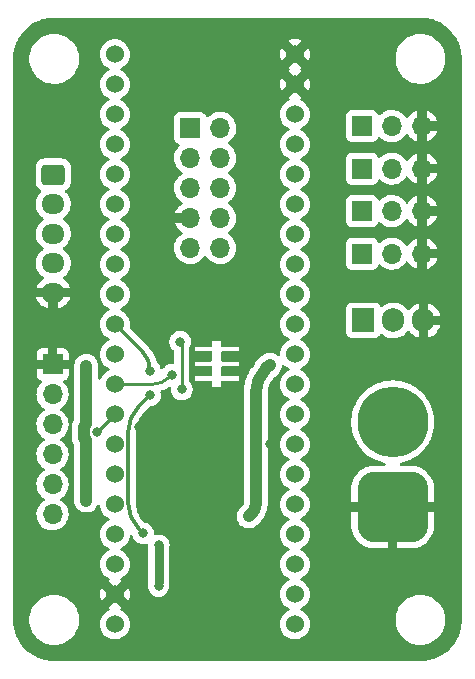
<source format=gbr>
%TF.GenerationSoftware,KiCad,Pcbnew,(6.0.8)*%
%TF.CreationDate,2022-11-08T22:30:31-08:00*%
%TF.ProjectId,ShittyOBC,53686974-7479-44f4-9243-2e6b69636164,rev?*%
%TF.SameCoordinates,Original*%
%TF.FileFunction,Copper,L1,Top*%
%TF.FilePolarity,Positive*%
%FSLAX46Y46*%
G04 Gerber Fmt 4.6, Leading zero omitted, Abs format (unit mm)*
G04 Created by KiCad (PCBNEW (6.0.8)) date 2022-11-08 22:30:31*
%MOMM*%
%LPD*%
G01*
G04 APERTURE LIST*
G04 Aperture macros list*
%AMRoundRect*
0 Rectangle with rounded corners*
0 $1 Rounding radius*
0 $2 $3 $4 $5 $6 $7 $8 $9 X,Y pos of 4 corners*
0 Add a 4 corners polygon primitive as box body*
4,1,4,$2,$3,$4,$5,$6,$7,$8,$9,$2,$3,0*
0 Add four circle primitives for the rounded corners*
1,1,$1+$1,$2,$3*
1,1,$1+$1,$4,$5*
1,1,$1+$1,$6,$7*
1,1,$1+$1,$8,$9*
0 Add four rect primitives between the rounded corners*
20,1,$1+$1,$2,$3,$4,$5,0*
20,1,$1+$1,$4,$5,$6,$7,0*
20,1,$1+$1,$6,$7,$8,$9,0*
20,1,$1+$1,$8,$9,$2,$3,0*%
G04 Aperture macros list end*
%TA.AperFunction,ComponentPad*%
%ADD10R,1.905000X2.000000*%
%TD*%
%TA.AperFunction,ComponentPad*%
%ADD11O,1.905000X2.000000*%
%TD*%
%TA.AperFunction,ComponentPad*%
%ADD12R,1.700000X1.700000*%
%TD*%
%TA.AperFunction,ComponentPad*%
%ADD13O,1.700000X1.700000*%
%TD*%
%TA.AperFunction,ComponentPad*%
%ADD14RoundRect,1.500000X1.500000X-1.500000X1.500000X1.500000X-1.500000X1.500000X-1.500000X-1.500000X0*%
%TD*%
%TA.AperFunction,ComponentPad*%
%ADD15C,6.000000*%
%TD*%
%TA.AperFunction,ComponentPad*%
%ADD16RoundRect,0.250000X-0.725000X0.600000X-0.725000X-0.600000X0.725000X-0.600000X0.725000X0.600000X0*%
%TD*%
%TA.AperFunction,ComponentPad*%
%ADD17O,1.950000X1.700000*%
%TD*%
%TA.AperFunction,ComponentPad*%
%ADD18C,1.524000*%
%TD*%
%TA.AperFunction,ViaPad*%
%ADD19C,0.800000*%
%TD*%
%TA.AperFunction,Conductor*%
%ADD20C,1.000000*%
%TD*%
%TA.AperFunction,Conductor*%
%ADD21C,0.800000*%
%TD*%
%TA.AperFunction,Conductor*%
%ADD22C,0.250000*%
%TD*%
%TA.AperFunction,Conductor*%
%ADD23C,0.300000*%
%TD*%
G04 APERTURE END LIST*
D10*
%TO.P,U2,1,VI*%
%TO.N,Net-(C2-Pad1)*%
X157160000Y-95645000D03*
D11*
%TO.P,U2,2,VO*%
%TO.N,/5V*%
X159700000Y-95645000D03*
%TO.P,U2,3,GND*%
%TO.N,GND*%
X162240000Y-95645000D03*
%TD*%
D12*
%TO.P,J8,1,Pin_1*%
%TO.N,GND*%
X130850000Y-99370000D03*
D13*
%TO.P,J8,2,Pin_2*%
%TO.N,/MISO*%
X130850000Y-101910000D03*
%TO.P,J8,3,Pin_3*%
%TO.N,/SCLK*%
X130850000Y-104450000D03*
%TO.P,J8,4,Pin_4*%
%TO.N,/MOSI*%
X130850000Y-106990000D03*
%TO.P,J8,5,Pin_5*%
%TO.N,/CS_SD*%
X130850000Y-109530000D03*
%TO.P,J8,6,Pin_6*%
%TO.N,/3.3V*%
X130850000Y-112070000D03*
%TD*%
D14*
%TO.P,J1,1,Pin_1*%
%TO.N,GND*%
X159650000Y-111450000D03*
D15*
%TO.P,J1,2,Pin_2*%
%TO.N,Net-(C2-Pad1)*%
X159650000Y-104250000D03*
%TD*%
D12*
%TO.P,J7,1,Pin_1*%
%TO.N,/Servo_4*%
X157050000Y-86400000D03*
D13*
%TO.P,J7,2,Pin_2*%
%TO.N,/5V*%
X159590000Y-86400000D03*
%TO.P,J7,3,Pin_3*%
%TO.N,GND*%
X162130000Y-86400000D03*
%TD*%
D16*
%TO.P,J4,1,Pin_1*%
%TO.N,/PPS*%
X130900000Y-83300000D03*
D17*
%TO.P,J4,2,Pin_2*%
%TO.N,/TX1*%
X130900000Y-85800000D03*
%TO.P,J4,3,Pin_3*%
%TO.N,/RX1*%
X130900000Y-88300000D03*
%TO.P,J4,4,Pin_4*%
%TO.N,/5V*%
X130900000Y-90800000D03*
%TO.P,J4,5,Pin_5*%
%TO.N,GND*%
X130900000Y-93300000D03*
%TD*%
D18*
%TO.P,U3,3V3,3V3*%
%TO.N,/3.3V*%
X136130000Y-121380000D03*
X151370000Y-78200000D03*
%TO.P,U3,5V,5V*%
%TO.N,/5V*%
X136130000Y-116300000D03*
%TO.P,U3,GND,GND*%
%TO.N,GND*%
X151370000Y-73120000D03*
X151370000Y-75660000D03*
X136130000Y-118840000D03*
%TO.P,U3,NRST,NRST*%
%TO.N,unconnected-(U3-PadNRST)*%
X151370000Y-80740000D03*
%TO.P,U3,PA0,PA0*%
%TO.N,/BMI088_INT4*%
X151370000Y-111220000D03*
%TO.P,U3,PA1,PA1*%
%TO.N,/CS_Accel*%
X151370000Y-108680000D03*
%TO.P,U3,PA2,PA2*%
%TO.N,/BMI088_INT1*%
X151370000Y-106140000D03*
%TO.P,U3,PA3,PA3*%
%TO.N,/BMI088_INT2*%
X151370000Y-103600000D03*
%TO.P,U3,PA4,PA4*%
%TO.N,/CS_Gyro*%
X151370000Y-101060000D03*
%TO.P,U3,PA5,PA5*%
%TO.N,/CS_Alt*%
X151370000Y-98520000D03*
%TO.P,U3,PA6,PA6*%
%TO.N,/Servo_3*%
X151370000Y-95980000D03*
%TO.P,U3,PA7,PA7*%
%TO.N,/Servo_4*%
X151370000Y-93440000D03*
%TO.P,U3,PA8,PA8*%
%TO.N,/PPS*%
X136130000Y-83280000D03*
%TO.P,U3,PA9,PA9*%
%TO.N,/TX1*%
X136130000Y-85820000D03*
%TO.P,U3,PA10,PA10*%
%TO.N,/RX1*%
X136130000Y-88360000D03*
%TO.P,U3,PA11,PA11*%
%TO.N,/PA11*%
X136130000Y-90900000D03*
%TO.P,U3,PA12,PA12*%
%TO.N,/PA12*%
X136130000Y-93440000D03*
%TO.P,U3,PA15,PA15*%
%TO.N,/INT_Mag*%
X136130000Y-95980000D03*
%TO.P,U3,PB0,PB0*%
%TO.N,/Servo_1*%
X151370000Y-90900000D03*
%TO.P,U3,PB1,PB1*%
%TO.N,/Servo_2*%
X151370000Y-88360000D03*
%TO.P,U3,PB3,PB3*%
%TO.N,/SCLK*%
X136130000Y-98520000D03*
%TO.P,U3,PB4,PB4*%
%TO.N,/MISO*%
X136130000Y-101060000D03*
%TO.P,U3,PB5,PB5*%
%TO.N,/MOSI*%
X136130000Y-103600000D03*
%TO.P,U3,PB6,PB6*%
%TO.N,/CS_SD*%
X136130000Y-106140000D03*
%TO.P,U3,PB7,PB7*%
%TO.N,/BMI088_INT3*%
X136130000Y-108680000D03*
%TO.P,U3,PB8,PB8*%
%TO.N,/SCL*%
X136130000Y-111220000D03*
%TO.P,U3,PB9,PB9*%
%TO.N,/SDA*%
X136130000Y-113760000D03*
%TO.P,U3,PB10,PB10*%
%TO.N,/PB10*%
X151370000Y-85820000D03*
%TO.P,U3,PB11,PB11*%
%TO.N,/PB11*%
X151370000Y-83280000D03*
%TO.P,U3,PB12,PB12*%
%TO.N,/PB12*%
X136130000Y-73120000D03*
%TO.P,U3,PB13,PB13*%
%TO.N,/PB13*%
X136130000Y-75660000D03*
%TO.P,U3,PB14,PB14*%
%TO.N,/PB14*%
X136130000Y-78200000D03*
%TO.P,U3,PB15,PB15*%
%TO.N,/PB15*%
X136130000Y-80740000D03*
%TO.P,U3,PC13,PC13*%
%TO.N,unconnected-(U3-PadPC13)*%
X151370000Y-118840000D03*
%TO.P,U3,PC14,PC14*%
%TO.N,/PC14*%
X151370000Y-116300000D03*
%TO.P,U3,PC15,PC15*%
%TO.N,unconnected-(U3-PadPC15)*%
X151370000Y-113760000D03*
%TO.P,U3,VBAT,VBAT*%
%TO.N,unconnected-(U3-PadVBAT)*%
X151370000Y-121380000D03*
%TD*%
D12*
%TO.P,J2,1,Pin_1*%
%TO.N,/Servo_1*%
X157050000Y-82800000D03*
D13*
%TO.P,J2,2,Pin_2*%
%TO.N,/5V*%
X159590000Y-82800000D03*
%TO.P,J2,3,Pin_3*%
%TO.N,GND*%
X162130000Y-82800000D03*
%TD*%
D12*
%TO.P,J3,1,Pin_1*%
%TO.N,/Servo_3*%
X157050000Y-90000000D03*
D13*
%TO.P,J3,2,Pin_2*%
%TO.N,/5V*%
X159590000Y-90000000D03*
%TO.P,J3,3,Pin_3*%
%TO.N,GND*%
X162130000Y-90000000D03*
%TD*%
D12*
%TO.P,J6,1,Pin_1*%
%TO.N,/Servo_2*%
X157050000Y-79200000D03*
D13*
%TO.P,J6,2,Pin_2*%
%TO.N,/5V*%
X159590000Y-79200000D03*
%TO.P,J6,3,Pin_3*%
%TO.N,GND*%
X162130000Y-79200000D03*
%TD*%
D12*
%TO.P,J5,1,Pin_1*%
%TO.N,/PB15*%
X142500000Y-79350000D03*
D13*
%TO.P,J5,2,Pin_2*%
%TO.N,/PB14*%
X145040000Y-79350000D03*
%TO.P,J5,3,Pin_3*%
%TO.N,/PA11*%
X142500000Y-81890000D03*
%TO.P,J5,4,Pin_4*%
%TO.N,/PB13*%
X145040000Y-81890000D03*
%TO.P,J5,5,Pin_5*%
%TO.N,/PA12*%
X142500000Y-84430000D03*
%TO.P,J5,6,Pin_6*%
%TO.N,/PB12*%
X145040000Y-84430000D03*
%TO.P,J5,7,Pin_7*%
%TO.N,GND*%
X142500000Y-86970000D03*
%TO.P,J5,8,Pin_8*%
%TO.N,/PB10*%
X145040000Y-86970000D03*
%TO.P,J5,9,Pin_9*%
%TO.N,/3.3V*%
X142500000Y-89510000D03*
%TO.P,J5,10,Pin_10*%
%TO.N,/PB11*%
X145040000Y-89510000D03*
%TD*%
D19*
%TO.N,/3.3V*%
X149250000Y-99400000D03*
X148050000Y-107750000D03*
X139825000Y-118141000D03*
X139850000Y-114700500D03*
X147450000Y-112250000D03*
%TO.N,/MISO*%
X140950000Y-100250000D03*
%TO.N,/MOSI*%
X134587701Y-105112299D03*
%TO.N,/SCLK*%
X141800000Y-101500000D03*
X141650000Y-97450000D03*
%TO.N,/5V*%
X133700000Y-110900000D03*
X133700000Y-99500000D03*
%TO.N,GND*%
X159325000Y-98300000D03*
X144150000Y-116100000D03*
X143700000Y-118694000D03*
X138300000Y-116000000D03*
X164300000Y-98200000D03*
X138200000Y-104700000D03*
X147600000Y-99350000D03*
X145850000Y-108400000D03*
X147828000Y-96012000D03*
X149250000Y-106150000D03*
%TO.N,/INT_Mag*%
X138525000Y-113675000D03*
X139100000Y-102000000D03*
X139100000Y-99900000D03*
%TD*%
D20*
%TO.N,/3.3V*%
X148050000Y-107750000D02*
X148050000Y-101842641D01*
X148050000Y-111235786D02*
X148050000Y-107750000D01*
D21*
X139825000Y-114725500D02*
X139825000Y-117825000D01*
D20*
X147450000Y-112250000D02*
X147757107Y-111942893D01*
X148928680Y-99721320D02*
X149250000Y-99400000D01*
D22*
X139850000Y-114700500D02*
X139825000Y-114725500D01*
D20*
X148928660Y-99721300D02*
G75*
G03*
X148050000Y-101842641I2121340J-2121300D01*
G01*
X147757114Y-111942900D02*
G75*
G03*
X148050000Y-111235786I-707114J707100D01*
G01*
D22*
%TO.N,/MISO*%
X140950000Y-100250000D02*
X140725786Y-100474214D01*
X139311573Y-101060000D02*
X136130000Y-101060000D01*
X139311573Y-101059980D02*
G75*
G03*
X140725785Y-100474213I27J1999980D01*
G01*
%TO.N,/MOSI*%
X134587701Y-105112299D02*
X134617701Y-105112299D01*
X134617701Y-105112299D02*
X136130000Y-103600000D01*
%TO.N,/SCLK*%
X141800000Y-101500000D02*
X141800000Y-97600000D01*
X141800000Y-97600000D02*
X141650000Y-97450000D01*
D20*
%TO.N,/5V*%
X133487701Y-105567934D02*
X133487701Y-104656664D01*
X133700000Y-104444365D02*
X133700000Y-99500000D01*
X133700000Y-110900000D02*
X133700000Y-105780233D01*
X133487701Y-104656664D02*
X133700000Y-104444365D01*
X133700000Y-105780233D02*
X133487701Y-105567934D01*
D23*
%TO.N,/INT_Mag*%
X136130000Y-95980000D02*
X138514214Y-98364214D01*
X139100000Y-99778427D02*
X139100000Y-99900000D01*
X138525000Y-113625000D02*
X138120679Y-113220679D01*
X138525000Y-113675000D02*
X138525000Y-113625000D01*
X138158490Y-102916510D02*
X139075000Y-102000000D01*
X137242000Y-111099359D02*
X137242000Y-105129113D01*
X139075000Y-102000000D02*
X139100000Y-102000000D01*
X138158482Y-102916502D02*
G75*
G03*
X137242000Y-105129113I2212618J-2212598D01*
G01*
X137242029Y-111099359D02*
G75*
G03*
X138120679Y-113220679I2999971J-41D01*
G01*
X139099980Y-99778427D02*
G75*
G03*
X138514213Y-98364215I-1999980J27D01*
G01*
%TD*%
%TA.AperFunction,Conductor*%
%TO.N,GND*%
G36*
X161970018Y-70010000D02*
G01*
X161984852Y-70012310D01*
X161984855Y-70012310D01*
X161993724Y-70013691D01*
X162002627Y-70012527D01*
X162002628Y-70012527D01*
X162013076Y-70011161D01*
X162035594Y-70010249D01*
X162336051Y-70025010D01*
X162348345Y-70026221D01*
X162675034Y-70074680D01*
X162687156Y-70077090D01*
X162781196Y-70100646D01*
X163007523Y-70157339D01*
X163019355Y-70160928D01*
X163330311Y-70272190D01*
X163341735Y-70276922D01*
X163409500Y-70308972D01*
X163640292Y-70418128D01*
X163651188Y-70423953D01*
X163792101Y-70508412D01*
X163934467Y-70593744D01*
X163944748Y-70600614D01*
X164210017Y-70797350D01*
X164219556Y-70805177D01*
X164464282Y-71026985D01*
X164473015Y-71035718D01*
X164694823Y-71280444D01*
X164702650Y-71289983D01*
X164831381Y-71463557D01*
X164899386Y-71555252D01*
X164906256Y-71565533D01*
X164981030Y-71690285D01*
X165074140Y-71845628D01*
X165076045Y-71848807D01*
X165081872Y-71859708D01*
X165088881Y-71874527D01*
X165223078Y-72158265D01*
X165227810Y-72169689D01*
X165339072Y-72480645D01*
X165342661Y-72492477D01*
X165398742Y-72716361D01*
X165421973Y-72809103D01*
X165422909Y-72812841D01*
X165425320Y-72824966D01*
X165470985Y-73132811D01*
X165473779Y-73151650D01*
X165474990Y-73163949D01*
X165485192Y-73371583D01*
X165489390Y-73457034D01*
X165488042Y-73482598D01*
X165486309Y-73493724D01*
X165487474Y-73502630D01*
X165490436Y-73525283D01*
X165491500Y-73541621D01*
X165491500Y-120950633D01*
X165490000Y-120970018D01*
X165486309Y-120993724D01*
X165487473Y-121002627D01*
X165487473Y-121002628D01*
X165488839Y-121013076D01*
X165489751Y-121035594D01*
X165483896Y-121154784D01*
X165474991Y-121336045D01*
X165473779Y-121348345D01*
X165425321Y-121675031D01*
X165422910Y-121687156D01*
X165420936Y-121695036D01*
X165342661Y-122007523D01*
X165339072Y-122019355D01*
X165227810Y-122330311D01*
X165223078Y-122341735D01*
X165173415Y-122446740D01*
X165087486Y-122628423D01*
X165081874Y-122640288D01*
X165076047Y-122651188D01*
X164991588Y-122792101D01*
X164906256Y-122934467D01*
X164899386Y-122944748D01*
X164702650Y-123210017D01*
X164694823Y-123219556D01*
X164473020Y-123464277D01*
X164464282Y-123473015D01*
X164219556Y-123694823D01*
X164210017Y-123702650D01*
X164015517Y-123846901D01*
X163944748Y-123899386D01*
X163934467Y-123906256D01*
X163792101Y-123991588D01*
X163651188Y-124076047D01*
X163640292Y-124081872D01*
X163505870Y-124145448D01*
X163341735Y-124223078D01*
X163330311Y-124227810D01*
X163019355Y-124339072D01*
X163007523Y-124342661D01*
X162781196Y-124399354D01*
X162687156Y-124422910D01*
X162675034Y-124425320D01*
X162348345Y-124473779D01*
X162336051Y-124474990D01*
X162042961Y-124489390D01*
X162017402Y-124488042D01*
X162006276Y-124486309D01*
X161974714Y-124490436D01*
X161958379Y-124491500D01*
X131049367Y-124491500D01*
X131029982Y-124490000D01*
X131015148Y-124487690D01*
X131015145Y-124487690D01*
X131006276Y-124486309D01*
X130997373Y-124487473D01*
X130997372Y-124487473D01*
X130986924Y-124488839D01*
X130964406Y-124489751D01*
X130663949Y-124474990D01*
X130651655Y-124473779D01*
X130324966Y-124425320D01*
X130312844Y-124422910D01*
X130218804Y-124399354D01*
X129992477Y-124342661D01*
X129980645Y-124339072D01*
X129669689Y-124227810D01*
X129658265Y-124223078D01*
X129494130Y-124145448D01*
X129359708Y-124081872D01*
X129348812Y-124076047D01*
X129207899Y-123991588D01*
X129065533Y-123906256D01*
X129055252Y-123899386D01*
X128984483Y-123846901D01*
X128789983Y-123702650D01*
X128780444Y-123694823D01*
X128535718Y-123473015D01*
X128526980Y-123464277D01*
X128305177Y-123219556D01*
X128297350Y-123210017D01*
X128100614Y-122944748D01*
X128093744Y-122934467D01*
X128008412Y-122792101D01*
X127923953Y-122651188D01*
X127918126Y-122640288D01*
X127912515Y-122628423D01*
X127826585Y-122446740D01*
X127776922Y-122341735D01*
X127772190Y-122330311D01*
X127660928Y-122019355D01*
X127657339Y-122007523D01*
X127579064Y-121695036D01*
X127577090Y-121687156D01*
X127574679Y-121675031D01*
X127526220Y-121348343D01*
X127525009Y-121336045D01*
X127515020Y-121132703D01*
X128890743Y-121132703D01*
X128891302Y-121136947D01*
X128891302Y-121136951D01*
X128893650Y-121154784D01*
X128928268Y-121417734D01*
X129004129Y-121695036D01*
X129005813Y-121698984D01*
X129053544Y-121810886D01*
X129116923Y-121959476D01*
X129149273Y-122013529D01*
X129260743Y-122199781D01*
X129264561Y-122206161D01*
X129444313Y-122430528D01*
X129652851Y-122628423D01*
X129886317Y-122796186D01*
X129890112Y-122798195D01*
X129890113Y-122798196D01*
X129911869Y-122809715D01*
X130140392Y-122930712D01*
X130410373Y-123029511D01*
X130691264Y-123090755D01*
X130719841Y-123093004D01*
X130914282Y-123108307D01*
X130914291Y-123108307D01*
X130916739Y-123108500D01*
X131072271Y-123108500D01*
X131074407Y-123108354D01*
X131074418Y-123108354D01*
X131282548Y-123094165D01*
X131282554Y-123094164D01*
X131286825Y-123093873D01*
X131291020Y-123093004D01*
X131291022Y-123093004D01*
X131427583Y-123064724D01*
X131568342Y-123035574D01*
X131839343Y-122939607D01*
X132094812Y-122807750D01*
X132098313Y-122805289D01*
X132098317Y-122805287D01*
X132311651Y-122655353D01*
X132330023Y-122642441D01*
X132436532Y-122543467D01*
X132537479Y-122449661D01*
X132537481Y-122449658D01*
X132540622Y-122446740D01*
X132722713Y-122224268D01*
X132872927Y-121979142D01*
X132988483Y-121715898D01*
X133067244Y-121439406D01*
X133075699Y-121380000D01*
X134854647Y-121380000D01*
X134874022Y-121601463D01*
X134931560Y-121816196D01*
X134933882Y-121821177D01*
X134933883Y-121821178D01*
X135023186Y-122012689D01*
X135023189Y-122012694D01*
X135025512Y-122017676D01*
X135028668Y-122022183D01*
X135028669Y-122022185D01*
X135130768Y-122167997D01*
X135153023Y-122199781D01*
X135310219Y-122356977D01*
X135314727Y-122360134D01*
X135314730Y-122360136D01*
X135390495Y-122413187D01*
X135492323Y-122484488D01*
X135497305Y-122486811D01*
X135497310Y-122486814D01*
X135688822Y-122576117D01*
X135693804Y-122578440D01*
X135699112Y-122579862D01*
X135699114Y-122579863D01*
X135764949Y-122597503D01*
X135908537Y-122635978D01*
X136130000Y-122655353D01*
X136351463Y-122635978D01*
X136495051Y-122597503D01*
X136560886Y-122579863D01*
X136560888Y-122579862D01*
X136566196Y-122578440D01*
X136571178Y-122576117D01*
X136762690Y-122486814D01*
X136762695Y-122486811D01*
X136767677Y-122484488D01*
X136869505Y-122413187D01*
X136945270Y-122360136D01*
X136945273Y-122360134D01*
X136949781Y-122356977D01*
X137106977Y-122199781D01*
X137129233Y-122167997D01*
X137231331Y-122022185D01*
X137231332Y-122022183D01*
X137234488Y-122017676D01*
X137236811Y-122012694D01*
X137236814Y-122012689D01*
X137326117Y-121821178D01*
X137326118Y-121821177D01*
X137328440Y-121816196D01*
X137385978Y-121601463D01*
X137405353Y-121380000D01*
X137385978Y-121158537D01*
X137328440Y-120943804D01*
X137284471Y-120849512D01*
X137236814Y-120747311D01*
X137236811Y-120747306D01*
X137234488Y-120742324D01*
X137125395Y-120586522D01*
X137110136Y-120564730D01*
X137110134Y-120564727D01*
X137106977Y-120560219D01*
X136949781Y-120403023D01*
X136945273Y-120399866D01*
X136945270Y-120399864D01*
X136869505Y-120346813D01*
X136767677Y-120275512D01*
X136762695Y-120273189D01*
X136762690Y-120273186D01*
X136657035Y-120223919D01*
X136603750Y-120177002D01*
X136584289Y-120108725D01*
X136604831Y-120040765D01*
X136657035Y-119995529D01*
X136683451Y-119983211D01*
X136694034Y-119973892D01*
X136692227Y-119967913D01*
X136142811Y-119418496D01*
X136128868Y-119410883D01*
X136127034Y-119411014D01*
X136120420Y-119415265D01*
X135572939Y-119962747D01*
X135566182Y-119975122D01*
X135569925Y-119980122D01*
X135602965Y-119995529D01*
X135656250Y-120042447D01*
X135675711Y-120110724D01*
X135655169Y-120178684D01*
X135602965Y-120223919D01*
X135497311Y-120273186D01*
X135497306Y-120273189D01*
X135492324Y-120275512D01*
X135487817Y-120278668D01*
X135487815Y-120278669D01*
X135314730Y-120399864D01*
X135314727Y-120399866D01*
X135310219Y-120403023D01*
X135153023Y-120560219D01*
X135149866Y-120564727D01*
X135149864Y-120564730D01*
X135134605Y-120586522D01*
X135025512Y-120742324D01*
X135023189Y-120747306D01*
X135023186Y-120747311D01*
X134975529Y-120849512D01*
X134931560Y-120943804D01*
X134874022Y-121158537D01*
X134854647Y-121380000D01*
X133075699Y-121380000D01*
X133107751Y-121154784D01*
X133107845Y-121136951D01*
X133109235Y-120871583D01*
X133109235Y-120871576D01*
X133109257Y-120867297D01*
X133071732Y-120582266D01*
X132995871Y-120304964D01*
X132961302Y-120223919D01*
X132884763Y-120044476D01*
X132884761Y-120044472D01*
X132883077Y-120040524D01*
X132808527Y-119915960D01*
X132737643Y-119797521D01*
X132737640Y-119797517D01*
X132735439Y-119793839D01*
X132555687Y-119569472D01*
X132432289Y-119452372D01*
X132350258Y-119374527D01*
X132350255Y-119374525D01*
X132347149Y-119371577D01*
X132113683Y-119203814D01*
X132091843Y-119192250D01*
X132068654Y-119179972D01*
X131859608Y-119069288D01*
X131589627Y-118970489D01*
X131308736Y-118909245D01*
X131277685Y-118906801D01*
X131085718Y-118891693D01*
X131085709Y-118891693D01*
X131083261Y-118891500D01*
X130927729Y-118891500D01*
X130925593Y-118891646D01*
X130925582Y-118891646D01*
X130717452Y-118905835D01*
X130717446Y-118905836D01*
X130713175Y-118906127D01*
X130708980Y-118906996D01*
X130708978Y-118906996D01*
X130606409Y-118928237D01*
X130431658Y-118964426D01*
X130160657Y-119060393D01*
X129905188Y-119192250D01*
X129901687Y-119194711D01*
X129901683Y-119194713D01*
X129891594Y-119201804D01*
X129669977Y-119357559D01*
X129619964Y-119404034D01*
X129546083Y-119472689D01*
X129459378Y-119553260D01*
X129277287Y-119775732D01*
X129127073Y-120020858D01*
X129125347Y-120024791D01*
X129125346Y-120024792D01*
X129056530Y-120181560D01*
X129011517Y-120284102D01*
X128932756Y-120560594D01*
X128892249Y-120845216D01*
X128892227Y-120849505D01*
X128892226Y-120849512D01*
X128890765Y-121128417D01*
X128890743Y-121132703D01*
X127515020Y-121132703D01*
X127510795Y-121046695D01*
X127512387Y-121019619D01*
X127513576Y-121012552D01*
X127513729Y-121000000D01*
X127509773Y-120972376D01*
X127508500Y-120954514D01*
X127508500Y-118845475D01*
X134855628Y-118845475D01*
X134874038Y-119055896D01*
X134875941Y-119066691D01*
X134930609Y-119270715D01*
X134934355Y-119281007D01*
X134986789Y-119393451D01*
X134996108Y-119404034D01*
X135002087Y-119402227D01*
X135551504Y-118852811D01*
X135557881Y-118841132D01*
X136700883Y-118841132D01*
X136701014Y-118842966D01*
X136705265Y-118849580D01*
X137252747Y-119397061D01*
X137265122Y-119403818D01*
X137270122Y-119400075D01*
X137325645Y-119281007D01*
X137329391Y-119270715D01*
X137384059Y-119066691D01*
X137385962Y-119055896D01*
X137404372Y-118845475D01*
X137404372Y-118834525D01*
X137385962Y-118624104D01*
X137384059Y-118613309D01*
X137329391Y-118409285D01*
X137325645Y-118398993D01*
X137273211Y-118286549D01*
X137263892Y-118275966D01*
X137257913Y-118277773D01*
X136708496Y-118827189D01*
X136700883Y-118841132D01*
X135557881Y-118841132D01*
X135559117Y-118838868D01*
X135558986Y-118837034D01*
X135554735Y-118830420D01*
X135007253Y-118282939D01*
X134994878Y-118276182D01*
X134989878Y-118279925D01*
X134934355Y-118398993D01*
X134930609Y-118409285D01*
X134875941Y-118613309D01*
X134874038Y-118624104D01*
X134855628Y-118834525D01*
X134855628Y-118845475D01*
X127508500Y-118845475D01*
X127508500Y-112036695D01*
X129487251Y-112036695D01*
X129487548Y-112041848D01*
X129487548Y-112041851D01*
X129499346Y-112246462D01*
X129500110Y-112259715D01*
X129501247Y-112264761D01*
X129501248Y-112264767D01*
X129519356Y-112345116D01*
X129549222Y-112477639D01*
X129587461Y-112571811D01*
X129630063Y-112676727D01*
X129633266Y-112684616D01*
X129669350Y-112743500D01*
X129709422Y-112808891D01*
X129749987Y-112875088D01*
X129896250Y-113043938D01*
X130068126Y-113186632D01*
X130261000Y-113299338D01*
X130265825Y-113301180D01*
X130265826Y-113301181D01*
X130288211Y-113309729D01*
X130469692Y-113379030D01*
X130474760Y-113380061D01*
X130474763Y-113380062D01*
X130582017Y-113401883D01*
X130688597Y-113423567D01*
X130693772Y-113423757D01*
X130693774Y-113423757D01*
X130906673Y-113431564D01*
X130906677Y-113431564D01*
X130911837Y-113431753D01*
X130916957Y-113431097D01*
X130916959Y-113431097D01*
X131128288Y-113404025D01*
X131128289Y-113404025D01*
X131133416Y-113403368D01*
X131138366Y-113401883D01*
X131342429Y-113340661D01*
X131342434Y-113340659D01*
X131347384Y-113339174D01*
X131547994Y-113240896D01*
X131729860Y-113111173D01*
X131741181Y-113099892D01*
X131838149Y-113003262D01*
X131888096Y-112953489D01*
X131897632Y-112940219D01*
X132010588Y-112783023D01*
X132018453Y-112772077D01*
X132021210Y-112766500D01*
X132115136Y-112576453D01*
X132115137Y-112576451D01*
X132117430Y-112571811D01*
X132164028Y-112418440D01*
X132180865Y-112363023D01*
X132180865Y-112363021D01*
X132182370Y-112358069D01*
X132211529Y-112136590D01*
X132213156Y-112070000D01*
X132194852Y-111847361D01*
X132140431Y-111630702D01*
X132051354Y-111425840D01*
X131981901Y-111318482D01*
X131932822Y-111242617D01*
X131932820Y-111242614D01*
X131930014Y-111238277D01*
X131779670Y-111073051D01*
X131775619Y-111069852D01*
X131775615Y-111069848D01*
X131608414Y-110937800D01*
X131608410Y-110937798D01*
X131604359Y-110934598D01*
X131563053Y-110911796D01*
X131513084Y-110861364D01*
X131498312Y-110791921D01*
X131523428Y-110725516D01*
X131550780Y-110698909D01*
X131594603Y-110667650D01*
X131729860Y-110571173D01*
X131888096Y-110413489D01*
X131897632Y-110400219D01*
X132010588Y-110243023D01*
X132018453Y-110232077D01*
X132074503Y-110118669D01*
X132115136Y-110036453D01*
X132115137Y-110036451D01*
X132117430Y-110031811D01*
X132175985Y-109839086D01*
X132180865Y-109823023D01*
X132180865Y-109823021D01*
X132182370Y-109818069D01*
X132211529Y-109596590D01*
X132213156Y-109530000D01*
X132194852Y-109307361D01*
X132140431Y-109090702D01*
X132051354Y-108885840D01*
X131930014Y-108698277D01*
X131779670Y-108533051D01*
X131775619Y-108529852D01*
X131775615Y-108529848D01*
X131608414Y-108397800D01*
X131608410Y-108397798D01*
X131604359Y-108394598D01*
X131563053Y-108371796D01*
X131513084Y-108321364D01*
X131498312Y-108251921D01*
X131523428Y-108185516D01*
X131550780Y-108158909D01*
X131594603Y-108127650D01*
X131729860Y-108031173D01*
X131888096Y-107873489D01*
X131891795Y-107868342D01*
X132010588Y-107703023D01*
X132018453Y-107692077D01*
X132074503Y-107578669D01*
X132115136Y-107496453D01*
X132115137Y-107496451D01*
X132117430Y-107491811D01*
X132166479Y-107330371D01*
X132180865Y-107283023D01*
X132180865Y-107283021D01*
X132182370Y-107278069D01*
X132211529Y-107056590D01*
X132213156Y-106990000D01*
X132194852Y-106767361D01*
X132140431Y-106550702D01*
X132051354Y-106345840D01*
X131930014Y-106158277D01*
X131779670Y-105993051D01*
X131775619Y-105989852D01*
X131775615Y-105989848D01*
X131608414Y-105857800D01*
X131608410Y-105857798D01*
X131604359Y-105854598D01*
X131563053Y-105831796D01*
X131513084Y-105781364D01*
X131498312Y-105711921D01*
X131523428Y-105645516D01*
X131550780Y-105618909D01*
X131594603Y-105587650D01*
X131729860Y-105491173D01*
X131888096Y-105333489D01*
X131897632Y-105320219D01*
X132010588Y-105163023D01*
X132018453Y-105152077D01*
X132074503Y-105038669D01*
X132115136Y-104956453D01*
X132115137Y-104956451D01*
X132117430Y-104951811D01*
X132164028Y-104798440D01*
X132180865Y-104743023D01*
X132180865Y-104743021D01*
X132182370Y-104738069D01*
X132193553Y-104653126D01*
X132474327Y-104653126D01*
X132474907Y-104659257D01*
X132478642Y-104698773D01*
X132479201Y-104710631D01*
X132479201Y-105506091D01*
X132478464Y-105519698D01*
X132474377Y-105557322D01*
X132475420Y-105569242D01*
X132478751Y-105607322D01*
X132479080Y-105612148D01*
X132479201Y-105614620D01*
X132479201Y-105617703D01*
X132479502Y-105620771D01*
X132483391Y-105660440D01*
X132483513Y-105661753D01*
X132485052Y-105679338D01*
X132491614Y-105754347D01*
X132493101Y-105759466D01*
X132493621Y-105764767D01*
X132520492Y-105853768D01*
X132520827Y-105854901D01*
X132540908Y-105924016D01*
X132546792Y-105944270D01*
X132549245Y-105949002D01*
X132550785Y-105954103D01*
X132553679Y-105959546D01*
X132594432Y-106036194D01*
X132595044Y-106037360D01*
X132637809Y-106119860D01*
X132641132Y-106124023D01*
X132643635Y-106128730D01*
X132647529Y-106133504D01*
X132647530Y-106133506D01*
X132663143Y-106152649D01*
X132690697Y-106218081D01*
X132691500Y-106232285D01*
X132691500Y-110949769D01*
X132691800Y-110952825D01*
X132691800Y-110952832D01*
X132695761Y-110993224D01*
X132705920Y-111096833D01*
X132763084Y-111286169D01*
X132855934Y-111460796D01*
X132926291Y-111547062D01*
X132977040Y-111609287D01*
X132977043Y-111609290D01*
X132980935Y-111614062D01*
X132985682Y-111617989D01*
X132985684Y-111617991D01*
X133128575Y-111736201D01*
X133128579Y-111736203D01*
X133133325Y-111740130D01*
X133307299Y-111834198D01*
X133496232Y-111892682D01*
X133502357Y-111893326D01*
X133502358Y-111893326D01*
X133686796Y-111912711D01*
X133686798Y-111912711D01*
X133692925Y-111913355D01*
X133775424Y-111905847D01*
X133883749Y-111895989D01*
X133883752Y-111895988D01*
X133889888Y-111895430D01*
X133895794Y-111893692D01*
X133895798Y-111893691D01*
X134024320Y-111855865D01*
X134079619Y-111839590D01*
X134085077Y-111836737D01*
X134085081Y-111836735D01*
X134175853Y-111789280D01*
X134254890Y-111747960D01*
X134409025Y-111624032D01*
X134536154Y-111472526D01*
X134539121Y-111467128D01*
X134539125Y-111467123D01*
X134630189Y-111301476D01*
X134680534Y-111251418D01*
X134749951Y-111236524D01*
X134816401Y-111261525D01*
X134858785Y-111318482D01*
X134866125Y-111351195D01*
X134874022Y-111441463D01*
X134931560Y-111656196D01*
X134933882Y-111661177D01*
X134933883Y-111661178D01*
X135023186Y-111852689D01*
X135023189Y-111852694D01*
X135025512Y-111857676D01*
X135028668Y-111862183D01*
X135028669Y-111862185D01*
X135064499Y-111913355D01*
X135153023Y-112039781D01*
X135310219Y-112196977D01*
X135314727Y-112200134D01*
X135314730Y-112200136D01*
X135372139Y-112240334D01*
X135492323Y-112324488D01*
X135497305Y-112326811D01*
X135497310Y-112326814D01*
X135602373Y-112375805D01*
X135655658Y-112422722D01*
X135675119Y-112490999D01*
X135654577Y-112558959D01*
X135602373Y-112604195D01*
X135497311Y-112653186D01*
X135497306Y-112653189D01*
X135492324Y-112655512D01*
X135487817Y-112658668D01*
X135487815Y-112658669D01*
X135314730Y-112779864D01*
X135314727Y-112779866D01*
X135310219Y-112783023D01*
X135153023Y-112940219D01*
X135149866Y-112944727D01*
X135149864Y-112944730D01*
X135033320Y-113111173D01*
X135025512Y-113122324D01*
X135023189Y-113127306D01*
X135023186Y-113127311D01*
X134944184Y-113296731D01*
X134931560Y-113323804D01*
X134930138Y-113329112D01*
X134930137Y-113329114D01*
X134927043Y-113340661D01*
X134874022Y-113538537D01*
X134854647Y-113760000D01*
X134874022Y-113981463D01*
X134931560Y-114196196D01*
X134933882Y-114201177D01*
X134933883Y-114201178D01*
X135023186Y-114392689D01*
X135023189Y-114392694D01*
X135025512Y-114397676D01*
X135028668Y-114402183D01*
X135028669Y-114402185D01*
X135137992Y-114558314D01*
X135153023Y-114579781D01*
X135310219Y-114736977D01*
X135314727Y-114740134D01*
X135314730Y-114740136D01*
X135390495Y-114793187D01*
X135492323Y-114864488D01*
X135497305Y-114866811D01*
X135497310Y-114866814D01*
X135602373Y-114915805D01*
X135655658Y-114962722D01*
X135675119Y-115030999D01*
X135654577Y-115098959D01*
X135602373Y-115144195D01*
X135497311Y-115193186D01*
X135497306Y-115193189D01*
X135492324Y-115195512D01*
X135487817Y-115198668D01*
X135487815Y-115198669D01*
X135314730Y-115319864D01*
X135314727Y-115319866D01*
X135310219Y-115323023D01*
X135153023Y-115480219D01*
X135025512Y-115662324D01*
X135023189Y-115667306D01*
X135023186Y-115667311D01*
X134933883Y-115858822D01*
X134931560Y-115863804D01*
X134874022Y-116078537D01*
X134854647Y-116300000D01*
X134874022Y-116521463D01*
X134931560Y-116736196D01*
X134933882Y-116741177D01*
X134933883Y-116741178D01*
X135023186Y-116932689D01*
X135023189Y-116932694D01*
X135025512Y-116937676D01*
X135153023Y-117119781D01*
X135310219Y-117276977D01*
X135314727Y-117280134D01*
X135314730Y-117280136D01*
X135390495Y-117333187D01*
X135492323Y-117404488D01*
X135497305Y-117406811D01*
X135497310Y-117406814D01*
X135602965Y-117456081D01*
X135656250Y-117502998D01*
X135675711Y-117571275D01*
X135655169Y-117639235D01*
X135602965Y-117684471D01*
X135576549Y-117696789D01*
X135565966Y-117706108D01*
X135567773Y-117712087D01*
X136117189Y-118261504D01*
X136131132Y-118269117D01*
X136132966Y-118268986D01*
X136139580Y-118264735D01*
X136687061Y-117717253D01*
X136693818Y-117704878D01*
X136690075Y-117699878D01*
X136657035Y-117684471D01*
X136603750Y-117637553D01*
X136584289Y-117569276D01*
X136604831Y-117501316D01*
X136657035Y-117456081D01*
X136762690Y-117406814D01*
X136762695Y-117406811D01*
X136767677Y-117404488D01*
X136869505Y-117333187D01*
X136945270Y-117280136D01*
X136945273Y-117280134D01*
X136949781Y-117276977D01*
X137106977Y-117119781D01*
X137234488Y-116937676D01*
X137236811Y-116932694D01*
X137236814Y-116932689D01*
X137326117Y-116741178D01*
X137326118Y-116741177D01*
X137328440Y-116736196D01*
X137385978Y-116521463D01*
X137405353Y-116300000D01*
X137385978Y-116078537D01*
X137328440Y-115863804D01*
X137326117Y-115858822D01*
X137236814Y-115667311D01*
X137236811Y-115667306D01*
X137234488Y-115662324D01*
X137106977Y-115480219D01*
X136949781Y-115323023D01*
X136945273Y-115319866D01*
X136945270Y-115319864D01*
X136869505Y-115266813D01*
X136767677Y-115195512D01*
X136762695Y-115193189D01*
X136762690Y-115193186D01*
X136657627Y-115144195D01*
X136604342Y-115097278D01*
X136584881Y-115029001D01*
X136605423Y-114961041D01*
X136657627Y-114915805D01*
X136762690Y-114866814D01*
X136762695Y-114866811D01*
X136767677Y-114864488D01*
X136869505Y-114793187D01*
X136945270Y-114740136D01*
X136945273Y-114740134D01*
X136949781Y-114736977D01*
X137106977Y-114579781D01*
X137122009Y-114558314D01*
X137231331Y-114402185D01*
X137231332Y-114402183D01*
X137234488Y-114397676D01*
X137236811Y-114392694D01*
X137236814Y-114392689D01*
X137326117Y-114201178D01*
X137326118Y-114201177D01*
X137328440Y-114196196D01*
X137385978Y-113981463D01*
X137392110Y-113911367D01*
X137417973Y-113845250D01*
X137475476Y-113803610D01*
X137546363Y-113799669D01*
X137608128Y-113834678D01*
X137637464Y-113883412D01*
X137690473Y-114046556D01*
X137785960Y-114211944D01*
X137913747Y-114353866D01*
X138068248Y-114466118D01*
X138074276Y-114468802D01*
X138074278Y-114468803D01*
X138224245Y-114535572D01*
X138242712Y-114543794D01*
X138318842Y-114559976D01*
X138423056Y-114582128D01*
X138423061Y-114582128D01*
X138429513Y-114583500D01*
X138620487Y-114583500D01*
X138626939Y-114582128D01*
X138626944Y-114582128D01*
X138764394Y-114552912D01*
X138835185Y-114558314D01*
X138891818Y-114601131D01*
X138916311Y-114667769D01*
X138916382Y-114677890D01*
X138916500Y-114677890D01*
X138916500Y-117872610D01*
X138916844Y-117875880D01*
X138926718Y-117969830D01*
X138926718Y-117996168D01*
X138911496Y-118141000D01*
X138912186Y-118147565D01*
X138926794Y-118286549D01*
X138931458Y-118330928D01*
X138990473Y-118512556D01*
X139085960Y-118677944D01*
X139213747Y-118819866D01*
X139248995Y-118845475D01*
X139332475Y-118906127D01*
X139368248Y-118932118D01*
X139374276Y-118934802D01*
X139374278Y-118934803D01*
X139438861Y-118963557D01*
X139542712Y-119009794D01*
X139636112Y-119029647D01*
X139723056Y-119048128D01*
X139723061Y-119048128D01*
X139729513Y-119049500D01*
X139920487Y-119049500D01*
X139926939Y-119048128D01*
X139926944Y-119048128D01*
X140013888Y-119029647D01*
X140107288Y-119009794D01*
X140211139Y-118963557D01*
X140275722Y-118934803D01*
X140275724Y-118934802D01*
X140281752Y-118932118D01*
X140317526Y-118906127D01*
X140401005Y-118845475D01*
X140436253Y-118819866D01*
X140564040Y-118677944D01*
X140659527Y-118512556D01*
X140718542Y-118330928D01*
X140723207Y-118286549D01*
X140737814Y-118147565D01*
X140738504Y-118141000D01*
X140723282Y-117996168D01*
X140723282Y-117969830D01*
X140733156Y-117875880D01*
X140733500Y-117872610D01*
X140733500Y-114941290D01*
X140739667Y-114902354D01*
X140741502Y-114896706D01*
X140743542Y-114890428D01*
X140746269Y-114864488D01*
X140762814Y-114707065D01*
X140763504Y-114700500D01*
X140743542Y-114510572D01*
X140684527Y-114328944D01*
X140589040Y-114163556D01*
X140461253Y-114021634D01*
X140306752Y-113909382D01*
X140300724Y-113906698D01*
X140300722Y-113906697D01*
X140138319Y-113834391D01*
X140138318Y-113834391D01*
X140132288Y-113831706D01*
X140038887Y-113811853D01*
X139951944Y-113793372D01*
X139951939Y-113793372D01*
X139945487Y-113792000D01*
X139754513Y-113792000D01*
X139748061Y-113793372D01*
X139748056Y-113793372D01*
X139588339Y-113827321D01*
X139517548Y-113821919D01*
X139460915Y-113779102D01*
X139436422Y-113712464D01*
X139436833Y-113690900D01*
X139437814Y-113681569D01*
X139437814Y-113681565D01*
X139438504Y-113675000D01*
X139418542Y-113485072D01*
X139359527Y-113303444D01*
X139354011Y-113293889D01*
X139293592Y-113189242D01*
X139264040Y-113138056D01*
X139255847Y-113128956D01*
X139140675Y-113001045D01*
X139140674Y-113001044D01*
X139136253Y-112996134D01*
X138981752Y-112883882D01*
X138975724Y-112881198D01*
X138975722Y-112881197D01*
X138813319Y-112808891D01*
X138813318Y-112808891D01*
X138807288Y-112806206D01*
X138631395Y-112768819D01*
X138578780Y-112743880D01*
X138578306Y-112743500D01*
X138563168Y-112729151D01*
X138416062Y-112564537D01*
X138407252Y-112553490D01*
X138263498Y-112350883D01*
X138255983Y-112338923D01*
X138248006Y-112324488D01*
X138204884Y-112246462D01*
X146436626Y-112246462D01*
X146455239Y-112443362D01*
X146469142Y-112490000D01*
X146489791Y-112559264D01*
X146511741Y-112632896D01*
X146603982Y-112807846D01*
X146607858Y-112812632D01*
X146607859Y-112812634D01*
X146665555Y-112883882D01*
X146728447Y-112961547D01*
X146733182Y-112965492D01*
X146822647Y-113040031D01*
X146880396Y-113088146D01*
X147054041Y-113182822D01*
X147148405Y-113212394D01*
X147236886Y-113240122D01*
X147236889Y-113240123D01*
X147242768Y-113241965D01*
X147248891Y-113242630D01*
X147248895Y-113242631D01*
X147433263Y-113262659D01*
X147433267Y-113262659D01*
X147439388Y-113263324D01*
X147636413Y-113246087D01*
X147642330Y-113244368D01*
X147642335Y-113244367D01*
X147773064Y-113206386D01*
X147826336Y-113190909D01*
X148001926Y-113099892D01*
X148122973Y-113003262D01*
X148419512Y-112706722D01*
X148431381Y-112696258D01*
X148440712Y-112689020D01*
X148453395Y-112679182D01*
X148473682Y-112659454D01*
X148497992Y-112629858D01*
X148501370Y-112625915D01*
X148622796Y-112490036D01*
X148753337Y-112306051D01*
X148755046Y-112302959D01*
X148860750Y-112111699D01*
X148860752Y-112111695D01*
X148862458Y-112108608D01*
X148948785Y-111900188D01*
X149011234Y-111683412D01*
X149015012Y-111661178D01*
X149047980Y-111467123D01*
X149049019Y-111461008D01*
X149057503Y-111309897D01*
X149058298Y-111301172D01*
X149058546Y-111299213D01*
X149062985Y-111264067D01*
X149063380Y-111235772D01*
X149059102Y-111192149D01*
X149058500Y-111179852D01*
X149058500Y-101906449D01*
X149059285Y-101892406D01*
X149062594Y-101862902D01*
X149062594Y-101862901D01*
X149063281Y-101856776D01*
X149060678Y-101825784D01*
X149060434Y-101808175D01*
X149066638Y-101697676D01*
X149070623Y-101626708D01*
X149072204Y-101612672D01*
X149076791Y-101585677D01*
X149107241Y-101406449D01*
X149110385Y-101392674D01*
X149168291Y-101191669D01*
X149172958Y-101178332D01*
X149253003Y-100985080D01*
X149259133Y-100972350D01*
X149346945Y-100813459D01*
X149360317Y-100789264D01*
X149367832Y-100777304D01*
X149378550Y-100762199D01*
X149488875Y-100606708D01*
X149497683Y-100595663D01*
X149609364Y-100470691D01*
X149624700Y-100456184D01*
X149630362Y-100451664D01*
X149630372Y-100451655D01*
X149635180Y-100447816D01*
X149668646Y-100408214D01*
X149675788Y-100400447D01*
X149996140Y-100080094D01*
X149998309Y-100077925D01*
X150092103Y-99963739D01*
X150185562Y-99789437D01*
X150231648Y-99638699D01*
X150241584Y-99606200D01*
X150241584Y-99606198D01*
X150243387Y-99600302D01*
X150254392Y-99491962D01*
X150281176Y-99426211D01*
X150339255Y-99385379D01*
X150410191Y-99382428D01*
X150468842Y-99415600D01*
X150550219Y-99496977D01*
X150554727Y-99500134D01*
X150554730Y-99500136D01*
X150572672Y-99512699D01*
X150732323Y-99624488D01*
X150737305Y-99626811D01*
X150737310Y-99626814D01*
X150842373Y-99675805D01*
X150895658Y-99722722D01*
X150915119Y-99790999D01*
X150894577Y-99858959D01*
X150842373Y-99904195D01*
X150737311Y-99953186D01*
X150737306Y-99953189D01*
X150732324Y-99955512D01*
X150727817Y-99958668D01*
X150727815Y-99958669D01*
X150554730Y-100079864D01*
X150554727Y-100079866D01*
X150550219Y-100083023D01*
X150393023Y-100240219D01*
X150389866Y-100244727D01*
X150389864Y-100244730D01*
X150278216Y-100404181D01*
X150265512Y-100422324D01*
X150263189Y-100427306D01*
X150263186Y-100427311D01*
X150179531Y-100606710D01*
X150171560Y-100623804D01*
X150170138Y-100629112D01*
X150170137Y-100629114D01*
X150158291Y-100673324D01*
X150114022Y-100838537D01*
X150094647Y-101060000D01*
X150114022Y-101281463D01*
X150135727Y-101362467D01*
X150169958Y-101490216D01*
X150171560Y-101496196D01*
X150173882Y-101501177D01*
X150173883Y-101501178D01*
X150263186Y-101692689D01*
X150263189Y-101692694D01*
X150265512Y-101697676D01*
X150268668Y-101702183D01*
X150268669Y-101702185D01*
X150387264Y-101871556D01*
X150393023Y-101879781D01*
X150550219Y-102036977D01*
X150554727Y-102040134D01*
X150554730Y-102040136D01*
X150557181Y-102041852D01*
X150732323Y-102164488D01*
X150737305Y-102166811D01*
X150737310Y-102166814D01*
X150842373Y-102215805D01*
X150895658Y-102262722D01*
X150915119Y-102330999D01*
X150894577Y-102398959D01*
X150842373Y-102444195D01*
X150737311Y-102493186D01*
X150737306Y-102493189D01*
X150732324Y-102495512D01*
X150727817Y-102498668D01*
X150727815Y-102498669D01*
X150554730Y-102619864D01*
X150554727Y-102619866D01*
X150550219Y-102623023D01*
X150393023Y-102780219D01*
X150389866Y-102784727D01*
X150389864Y-102784730D01*
X150273320Y-102951173D01*
X150265512Y-102962324D01*
X150263189Y-102967306D01*
X150263186Y-102967311D01*
X150198740Y-103105516D01*
X150171560Y-103163804D01*
X150170138Y-103169112D01*
X150170137Y-103169114D01*
X150152497Y-103234949D01*
X150114022Y-103378537D01*
X150094647Y-103600000D01*
X150114022Y-103821463D01*
X150171560Y-104036196D01*
X150173882Y-104041177D01*
X150173883Y-104041178D01*
X150263186Y-104232689D01*
X150263189Y-104232694D01*
X150265512Y-104237676D01*
X150268668Y-104242183D01*
X150268669Y-104242185D01*
X150349278Y-104357306D01*
X150393023Y-104419781D01*
X150550219Y-104576977D01*
X150554727Y-104580134D01*
X150554730Y-104580136D01*
X150577949Y-104596394D01*
X150732323Y-104704488D01*
X150737305Y-104706811D01*
X150737310Y-104706814D01*
X150842373Y-104755805D01*
X150895658Y-104802722D01*
X150915119Y-104870999D01*
X150894577Y-104938959D01*
X150842373Y-104984195D01*
X150737311Y-105033186D01*
X150737306Y-105033189D01*
X150732324Y-105035512D01*
X150727817Y-105038668D01*
X150727815Y-105038669D01*
X150554730Y-105159864D01*
X150554727Y-105159866D01*
X150550219Y-105163023D01*
X150393023Y-105320219D01*
X150389866Y-105324727D01*
X150389864Y-105324730D01*
X150273320Y-105491173D01*
X150265512Y-105502324D01*
X150263189Y-105507306D01*
X150263186Y-105507311D01*
X150191467Y-105661114D01*
X150171560Y-105703804D01*
X150170138Y-105709112D01*
X150170137Y-105709114D01*
X150159660Y-105748216D01*
X150114022Y-105918537D01*
X150094647Y-106140000D01*
X150114022Y-106361463D01*
X150115446Y-106366776D01*
X150164964Y-106551578D01*
X150171560Y-106576196D01*
X150173882Y-106581177D01*
X150173883Y-106581178D01*
X150263186Y-106772689D01*
X150263189Y-106772694D01*
X150265512Y-106777676D01*
X150393023Y-106959781D01*
X150550219Y-107116977D01*
X150554727Y-107120134D01*
X150554730Y-107120136D01*
X150630495Y-107173187D01*
X150732323Y-107244488D01*
X150737305Y-107246811D01*
X150737310Y-107246814D01*
X150842373Y-107295805D01*
X150895658Y-107342722D01*
X150915119Y-107410999D01*
X150894577Y-107478959D01*
X150842373Y-107524195D01*
X150737311Y-107573186D01*
X150737306Y-107573189D01*
X150732324Y-107575512D01*
X150727817Y-107578668D01*
X150727815Y-107578669D01*
X150554730Y-107699864D01*
X150554727Y-107699866D01*
X150550219Y-107703023D01*
X150393023Y-107860219D01*
X150389866Y-107864727D01*
X150389864Y-107864730D01*
X150273320Y-108031173D01*
X150265512Y-108042324D01*
X150263189Y-108047306D01*
X150263186Y-108047311D01*
X150191467Y-108201114D01*
X150171560Y-108243804D01*
X150170138Y-108249112D01*
X150170137Y-108249114D01*
X150152497Y-108314949D01*
X150114022Y-108458537D01*
X150094647Y-108680000D01*
X150114022Y-108901463D01*
X150115446Y-108906776D01*
X150164964Y-109091578D01*
X150171560Y-109116196D01*
X150173882Y-109121177D01*
X150173883Y-109121178D01*
X150263186Y-109312689D01*
X150263189Y-109312694D01*
X150265512Y-109317676D01*
X150268668Y-109322183D01*
X150268669Y-109322185D01*
X150388259Y-109492977D01*
X150393023Y-109499781D01*
X150550219Y-109656977D01*
X150554727Y-109660134D01*
X150554730Y-109660136D01*
X150630495Y-109713187D01*
X150732323Y-109784488D01*
X150737305Y-109786811D01*
X150737310Y-109786814D01*
X150842373Y-109835805D01*
X150895658Y-109882722D01*
X150915119Y-109950999D01*
X150894577Y-110018959D01*
X150842373Y-110064195D01*
X150737311Y-110113186D01*
X150737306Y-110113189D01*
X150732324Y-110115512D01*
X150727817Y-110118668D01*
X150727815Y-110118669D01*
X150554730Y-110239864D01*
X150554727Y-110239866D01*
X150550219Y-110243023D01*
X150393023Y-110400219D01*
X150389866Y-110404727D01*
X150389864Y-110404730D01*
X150273320Y-110571173D01*
X150265512Y-110582324D01*
X150263189Y-110587306D01*
X150263186Y-110587311D01*
X150198740Y-110725516D01*
X150171560Y-110783804D01*
X150170138Y-110789112D01*
X150170137Y-110789114D01*
X150152497Y-110854949D01*
X150114022Y-110998537D01*
X150094647Y-111220000D01*
X150114022Y-111441463D01*
X150171560Y-111656196D01*
X150173882Y-111661177D01*
X150173883Y-111661178D01*
X150263186Y-111852689D01*
X150263189Y-111852694D01*
X150265512Y-111857676D01*
X150268668Y-111862183D01*
X150268669Y-111862185D01*
X150304499Y-111913355D01*
X150393023Y-112039781D01*
X150550219Y-112196977D01*
X150554727Y-112200134D01*
X150554730Y-112200136D01*
X150612139Y-112240334D01*
X150732323Y-112324488D01*
X150737305Y-112326811D01*
X150737310Y-112326814D01*
X150842373Y-112375805D01*
X150895658Y-112422722D01*
X150915119Y-112490999D01*
X150894577Y-112558959D01*
X150842373Y-112604195D01*
X150737311Y-112653186D01*
X150737306Y-112653189D01*
X150732324Y-112655512D01*
X150727817Y-112658668D01*
X150727815Y-112658669D01*
X150554730Y-112779864D01*
X150554727Y-112779866D01*
X150550219Y-112783023D01*
X150393023Y-112940219D01*
X150389866Y-112944727D01*
X150389864Y-112944730D01*
X150273320Y-113111173D01*
X150265512Y-113122324D01*
X150263189Y-113127306D01*
X150263186Y-113127311D01*
X150184184Y-113296731D01*
X150171560Y-113323804D01*
X150170138Y-113329112D01*
X150170137Y-113329114D01*
X150167043Y-113340661D01*
X150114022Y-113538537D01*
X150094647Y-113760000D01*
X150114022Y-113981463D01*
X150171560Y-114196196D01*
X150173882Y-114201177D01*
X150173883Y-114201178D01*
X150263186Y-114392689D01*
X150263189Y-114392694D01*
X150265512Y-114397676D01*
X150268668Y-114402183D01*
X150268669Y-114402185D01*
X150377992Y-114558314D01*
X150393023Y-114579781D01*
X150550219Y-114736977D01*
X150554727Y-114740134D01*
X150554730Y-114740136D01*
X150630495Y-114793187D01*
X150732323Y-114864488D01*
X150737305Y-114866811D01*
X150737310Y-114866814D01*
X150842373Y-114915805D01*
X150895658Y-114962722D01*
X150915119Y-115030999D01*
X150894577Y-115098959D01*
X150842373Y-115144195D01*
X150737311Y-115193186D01*
X150737306Y-115193189D01*
X150732324Y-115195512D01*
X150727817Y-115198668D01*
X150727815Y-115198669D01*
X150554730Y-115319864D01*
X150554727Y-115319866D01*
X150550219Y-115323023D01*
X150393023Y-115480219D01*
X150265512Y-115662324D01*
X150263189Y-115667306D01*
X150263186Y-115667311D01*
X150173883Y-115858822D01*
X150171560Y-115863804D01*
X150114022Y-116078537D01*
X150094647Y-116300000D01*
X150114022Y-116521463D01*
X150171560Y-116736196D01*
X150173882Y-116741177D01*
X150173883Y-116741178D01*
X150263186Y-116932689D01*
X150263189Y-116932694D01*
X150265512Y-116937676D01*
X150393023Y-117119781D01*
X150550219Y-117276977D01*
X150554727Y-117280134D01*
X150554730Y-117280136D01*
X150630495Y-117333187D01*
X150732323Y-117404488D01*
X150737305Y-117406811D01*
X150737310Y-117406814D01*
X150842373Y-117455805D01*
X150895658Y-117502722D01*
X150915119Y-117570999D01*
X150894577Y-117638959D01*
X150842373Y-117684195D01*
X150737311Y-117733186D01*
X150737306Y-117733189D01*
X150732324Y-117735512D01*
X150727817Y-117738668D01*
X150727815Y-117738669D01*
X150554730Y-117859864D01*
X150554727Y-117859866D01*
X150550219Y-117863023D01*
X150393023Y-118020219D01*
X150389866Y-118024727D01*
X150389864Y-118024730D01*
X150268669Y-118197815D01*
X150265512Y-118202324D01*
X150263189Y-118207306D01*
X150263186Y-118207311D01*
X150202615Y-118337206D01*
X150171560Y-118403804D01*
X150114022Y-118618537D01*
X150094647Y-118840000D01*
X150114022Y-119061463D01*
X150171560Y-119276196D01*
X150173882Y-119281177D01*
X150173883Y-119281178D01*
X150263186Y-119472689D01*
X150263189Y-119472694D01*
X150265512Y-119477676D01*
X150268668Y-119482183D01*
X150268669Y-119482185D01*
X150327725Y-119566525D01*
X150393023Y-119659781D01*
X150550219Y-119816977D01*
X150554727Y-119820134D01*
X150554730Y-119820136D01*
X150630495Y-119873187D01*
X150732323Y-119944488D01*
X150737305Y-119946811D01*
X150737310Y-119946814D01*
X150842373Y-119995805D01*
X150895658Y-120042722D01*
X150915119Y-120110999D01*
X150894577Y-120178959D01*
X150842373Y-120224195D01*
X150737311Y-120273186D01*
X150737306Y-120273189D01*
X150732324Y-120275512D01*
X150727817Y-120278668D01*
X150727815Y-120278669D01*
X150554730Y-120399864D01*
X150554727Y-120399866D01*
X150550219Y-120403023D01*
X150393023Y-120560219D01*
X150389866Y-120564727D01*
X150389864Y-120564730D01*
X150374605Y-120586522D01*
X150265512Y-120742324D01*
X150263189Y-120747306D01*
X150263186Y-120747311D01*
X150215529Y-120849512D01*
X150171560Y-120943804D01*
X150114022Y-121158537D01*
X150094647Y-121380000D01*
X150114022Y-121601463D01*
X150171560Y-121816196D01*
X150173882Y-121821177D01*
X150173883Y-121821178D01*
X150263186Y-122012689D01*
X150263189Y-122012694D01*
X150265512Y-122017676D01*
X150268668Y-122022183D01*
X150268669Y-122022185D01*
X150370768Y-122167997D01*
X150393023Y-122199781D01*
X150550219Y-122356977D01*
X150554727Y-122360134D01*
X150554730Y-122360136D01*
X150630495Y-122413187D01*
X150732323Y-122484488D01*
X150737305Y-122486811D01*
X150737310Y-122486814D01*
X150928822Y-122576117D01*
X150933804Y-122578440D01*
X150939112Y-122579862D01*
X150939114Y-122579863D01*
X151004949Y-122597503D01*
X151148537Y-122635978D01*
X151370000Y-122655353D01*
X151591463Y-122635978D01*
X151735051Y-122597503D01*
X151800886Y-122579863D01*
X151800888Y-122579862D01*
X151806196Y-122578440D01*
X151811178Y-122576117D01*
X152002690Y-122486814D01*
X152002695Y-122486811D01*
X152007677Y-122484488D01*
X152109505Y-122413187D01*
X152185270Y-122360136D01*
X152185273Y-122360134D01*
X152189781Y-122356977D01*
X152346977Y-122199781D01*
X152369233Y-122167997D01*
X152471331Y-122022185D01*
X152471332Y-122022183D01*
X152474488Y-122017676D01*
X152476811Y-122012694D01*
X152476814Y-122012689D01*
X152566117Y-121821178D01*
X152566118Y-121821177D01*
X152568440Y-121816196D01*
X152625978Y-121601463D01*
X152645353Y-121380000D01*
X152625978Y-121158537D01*
X152619056Y-121132703D01*
X159890743Y-121132703D01*
X159891302Y-121136947D01*
X159891302Y-121136951D01*
X159893650Y-121154784D01*
X159928268Y-121417734D01*
X160004129Y-121695036D01*
X160005813Y-121698984D01*
X160053544Y-121810886D01*
X160116923Y-121959476D01*
X160149273Y-122013529D01*
X160260743Y-122199781D01*
X160264561Y-122206161D01*
X160444313Y-122430528D01*
X160652851Y-122628423D01*
X160886317Y-122796186D01*
X160890112Y-122798195D01*
X160890113Y-122798196D01*
X160911869Y-122809715D01*
X161140392Y-122930712D01*
X161410373Y-123029511D01*
X161691264Y-123090755D01*
X161719841Y-123093004D01*
X161914282Y-123108307D01*
X161914291Y-123108307D01*
X161916739Y-123108500D01*
X162072271Y-123108500D01*
X162074407Y-123108354D01*
X162074418Y-123108354D01*
X162282548Y-123094165D01*
X162282554Y-123094164D01*
X162286825Y-123093873D01*
X162291020Y-123093004D01*
X162291022Y-123093004D01*
X162427583Y-123064724D01*
X162568342Y-123035574D01*
X162839343Y-122939607D01*
X163094812Y-122807750D01*
X163098313Y-122805289D01*
X163098317Y-122805287D01*
X163311651Y-122655353D01*
X163330023Y-122642441D01*
X163436532Y-122543467D01*
X163537479Y-122449661D01*
X163537481Y-122449658D01*
X163540622Y-122446740D01*
X163722713Y-122224268D01*
X163872927Y-121979142D01*
X163988483Y-121715898D01*
X164067244Y-121439406D01*
X164107751Y-121154784D01*
X164107845Y-121136951D01*
X164109235Y-120871583D01*
X164109235Y-120871576D01*
X164109257Y-120867297D01*
X164071732Y-120582266D01*
X163995871Y-120304964D01*
X163961302Y-120223919D01*
X163884763Y-120044476D01*
X163884761Y-120044472D01*
X163883077Y-120040524D01*
X163808527Y-119915960D01*
X163737643Y-119797521D01*
X163737640Y-119797517D01*
X163735439Y-119793839D01*
X163555687Y-119569472D01*
X163432289Y-119452372D01*
X163350258Y-119374527D01*
X163350255Y-119374525D01*
X163347149Y-119371577D01*
X163113683Y-119203814D01*
X163091843Y-119192250D01*
X163068654Y-119179972D01*
X162859608Y-119069288D01*
X162589627Y-118970489D01*
X162308736Y-118909245D01*
X162277685Y-118906801D01*
X162085718Y-118891693D01*
X162085709Y-118891693D01*
X162083261Y-118891500D01*
X161927729Y-118891500D01*
X161925593Y-118891646D01*
X161925582Y-118891646D01*
X161717452Y-118905835D01*
X161717446Y-118905836D01*
X161713175Y-118906127D01*
X161708980Y-118906996D01*
X161708978Y-118906996D01*
X161606409Y-118928237D01*
X161431658Y-118964426D01*
X161160657Y-119060393D01*
X160905188Y-119192250D01*
X160901687Y-119194711D01*
X160901683Y-119194713D01*
X160891594Y-119201804D01*
X160669977Y-119357559D01*
X160619964Y-119404034D01*
X160546083Y-119472689D01*
X160459378Y-119553260D01*
X160277287Y-119775732D01*
X160127073Y-120020858D01*
X160125347Y-120024791D01*
X160125346Y-120024792D01*
X160056530Y-120181560D01*
X160011517Y-120284102D01*
X159932756Y-120560594D01*
X159892249Y-120845216D01*
X159892227Y-120849505D01*
X159892226Y-120849512D01*
X159890765Y-121128417D01*
X159890743Y-121132703D01*
X152619056Y-121132703D01*
X152568440Y-120943804D01*
X152524471Y-120849512D01*
X152476814Y-120747311D01*
X152476811Y-120747306D01*
X152474488Y-120742324D01*
X152365395Y-120586522D01*
X152350136Y-120564730D01*
X152350134Y-120564727D01*
X152346977Y-120560219D01*
X152189781Y-120403023D01*
X152185273Y-120399866D01*
X152185270Y-120399864D01*
X152109505Y-120346813D01*
X152007677Y-120275512D01*
X152002695Y-120273189D01*
X152002690Y-120273186D01*
X151897627Y-120224195D01*
X151844342Y-120177278D01*
X151824881Y-120109001D01*
X151845423Y-120041041D01*
X151897627Y-119995805D01*
X152002690Y-119946814D01*
X152002695Y-119946811D01*
X152007677Y-119944488D01*
X152109505Y-119873187D01*
X152185270Y-119820136D01*
X152185273Y-119820134D01*
X152189781Y-119816977D01*
X152346977Y-119659781D01*
X152412276Y-119566525D01*
X152471331Y-119482185D01*
X152471332Y-119482183D01*
X152474488Y-119477676D01*
X152476811Y-119472694D01*
X152476814Y-119472689D01*
X152566117Y-119281178D01*
X152566118Y-119281177D01*
X152568440Y-119276196D01*
X152625978Y-119061463D01*
X152645353Y-118840000D01*
X152625978Y-118618537D01*
X152568440Y-118403804D01*
X152537385Y-118337206D01*
X152476814Y-118207311D01*
X152476811Y-118207306D01*
X152474488Y-118202324D01*
X152471331Y-118197815D01*
X152350136Y-118024730D01*
X152350134Y-118024727D01*
X152346977Y-118020219D01*
X152189781Y-117863023D01*
X152185273Y-117859866D01*
X152185270Y-117859864D01*
X152109505Y-117806813D01*
X152007677Y-117735512D01*
X152002695Y-117733189D01*
X152002690Y-117733186D01*
X151897627Y-117684195D01*
X151844342Y-117637278D01*
X151824881Y-117569001D01*
X151845423Y-117501041D01*
X151897627Y-117455805D01*
X152002690Y-117406814D01*
X152002695Y-117406811D01*
X152007677Y-117404488D01*
X152109505Y-117333187D01*
X152185270Y-117280136D01*
X152185273Y-117280134D01*
X152189781Y-117276977D01*
X152346977Y-117119781D01*
X152474488Y-116937676D01*
X152476811Y-116932694D01*
X152476814Y-116932689D01*
X152566117Y-116741178D01*
X152566118Y-116741177D01*
X152568440Y-116736196D01*
X152625978Y-116521463D01*
X152645353Y-116300000D01*
X152625978Y-116078537D01*
X152568440Y-115863804D01*
X152566117Y-115858822D01*
X152476814Y-115667311D01*
X152476811Y-115667306D01*
X152474488Y-115662324D01*
X152346977Y-115480219D01*
X152189781Y-115323023D01*
X152185273Y-115319866D01*
X152185270Y-115319864D01*
X152109505Y-115266813D01*
X152007677Y-115195512D01*
X152002695Y-115193189D01*
X152002690Y-115193186D01*
X151897627Y-115144195D01*
X151844342Y-115097278D01*
X151824881Y-115029001D01*
X151845423Y-114961041D01*
X151897627Y-114915805D01*
X152002690Y-114866814D01*
X152002695Y-114866811D01*
X152007677Y-114864488D01*
X152109505Y-114793187D01*
X152185270Y-114740136D01*
X152185273Y-114740134D01*
X152189781Y-114736977D01*
X152346977Y-114579781D01*
X152362009Y-114558314D01*
X152471331Y-114402185D01*
X152471332Y-114402183D01*
X152474488Y-114397676D01*
X152476811Y-114392694D01*
X152476814Y-114392689D01*
X152566117Y-114201178D01*
X152566118Y-114201177D01*
X152568440Y-114196196D01*
X152625978Y-113981463D01*
X152645353Y-113760000D01*
X152625978Y-113538537D01*
X152572957Y-113340661D01*
X152569863Y-113329114D01*
X152569862Y-113329112D01*
X152568440Y-113323804D01*
X152555816Y-113296731D01*
X152476814Y-113127311D01*
X152476811Y-113127306D01*
X152474488Y-113122324D01*
X152466680Y-113111173D01*
X152431489Y-113060915D01*
X156142001Y-113060915D01*
X156142061Y-113063672D01*
X156144601Y-113121855D01*
X156145317Y-113128972D01*
X156187999Y-113398453D01*
X156189978Y-113407023D01*
X156269504Y-113667143D01*
X156272655Y-113675353D01*
X156387613Y-113921882D01*
X156391876Y-113929572D01*
X156540024Y-114157700D01*
X156545314Y-114164719D01*
X156723783Y-114370024D01*
X156729976Y-114376217D01*
X156935281Y-114554686D01*
X156942300Y-114559976D01*
X157170428Y-114708124D01*
X157178118Y-114712387D01*
X157424647Y-114827345D01*
X157432857Y-114830496D01*
X157692977Y-114910022D01*
X157701547Y-114912001D01*
X157971044Y-114954685D01*
X157978128Y-114955399D01*
X158036331Y-114957940D01*
X158039083Y-114958000D01*
X159231885Y-114958000D01*
X159247124Y-114953525D01*
X159248329Y-114952135D01*
X159250000Y-114944452D01*
X159250000Y-114939884D01*
X160050000Y-114939884D01*
X160054475Y-114955123D01*
X160055865Y-114956328D01*
X160063548Y-114957999D01*
X161260915Y-114957999D01*
X161263672Y-114957939D01*
X161321855Y-114955399D01*
X161328972Y-114954683D01*
X161598453Y-114912001D01*
X161607023Y-114910022D01*
X161867143Y-114830496D01*
X161875353Y-114827345D01*
X162121882Y-114712387D01*
X162129572Y-114708124D01*
X162357700Y-114559976D01*
X162364719Y-114554686D01*
X162570024Y-114376217D01*
X162576217Y-114370024D01*
X162754686Y-114164719D01*
X162759976Y-114157700D01*
X162908124Y-113929572D01*
X162912387Y-113921882D01*
X163027345Y-113675353D01*
X163030496Y-113667143D01*
X163110022Y-113407023D01*
X163112001Y-113398453D01*
X163154685Y-113128956D01*
X163155399Y-113121872D01*
X163157940Y-113063669D01*
X163158000Y-113060917D01*
X163158000Y-111868115D01*
X163153525Y-111852876D01*
X163152135Y-111851671D01*
X163144452Y-111850000D01*
X160068115Y-111850000D01*
X160052876Y-111854475D01*
X160051671Y-111855865D01*
X160050000Y-111863548D01*
X160050000Y-114939884D01*
X159250000Y-114939884D01*
X159250000Y-111868115D01*
X159245525Y-111852876D01*
X159244135Y-111851671D01*
X159236452Y-111850000D01*
X156160116Y-111850000D01*
X156144877Y-111854475D01*
X156143672Y-111855865D01*
X156142001Y-111863548D01*
X156142001Y-113060915D01*
X152431489Y-113060915D01*
X152350136Y-112944730D01*
X152350134Y-112944727D01*
X152346977Y-112940219D01*
X152189781Y-112783023D01*
X152185273Y-112779866D01*
X152185270Y-112779864D01*
X152055531Y-112689020D01*
X152007677Y-112655512D01*
X152002695Y-112653189D01*
X152002690Y-112653186D01*
X151897627Y-112604195D01*
X151844342Y-112557278D01*
X151824881Y-112489001D01*
X151845423Y-112421041D01*
X151897627Y-112375805D01*
X152002690Y-112326814D01*
X152002695Y-112326811D01*
X152007677Y-112324488D01*
X152127861Y-112240334D01*
X152185270Y-112200136D01*
X152185273Y-112200134D01*
X152189781Y-112196977D01*
X152346977Y-112039781D01*
X152435502Y-111913355D01*
X152471331Y-111862185D01*
X152471332Y-111862183D01*
X152474488Y-111857676D01*
X152476811Y-111852694D01*
X152476814Y-111852689D01*
X152566117Y-111661178D01*
X152566118Y-111661177D01*
X152568440Y-111656196D01*
X152625978Y-111441463D01*
X152645353Y-111220000D01*
X152625978Y-110998537D01*
X152587503Y-110854949D01*
X152569863Y-110789114D01*
X152569862Y-110789112D01*
X152568440Y-110783804D01*
X152541260Y-110725516D01*
X152476814Y-110587311D01*
X152476811Y-110587306D01*
X152474488Y-110582324D01*
X152466680Y-110571173D01*
X152350136Y-110404730D01*
X152350134Y-110404727D01*
X152346977Y-110400219D01*
X152189781Y-110243023D01*
X152185273Y-110239866D01*
X152185270Y-110239864D01*
X152055531Y-110149020D01*
X152007677Y-110115512D01*
X152002695Y-110113189D01*
X152002690Y-110113186D01*
X151897627Y-110064195D01*
X151844342Y-110017278D01*
X151824881Y-109949001D01*
X151845423Y-109881041D01*
X151897627Y-109835805D01*
X152002690Y-109786814D01*
X152002695Y-109786811D01*
X152007677Y-109784488D01*
X152109505Y-109713187D01*
X152185270Y-109660136D01*
X152185273Y-109660134D01*
X152189781Y-109656977D01*
X152346977Y-109499781D01*
X152351742Y-109492977D01*
X152471331Y-109322185D01*
X152471332Y-109322183D01*
X152474488Y-109317676D01*
X152476811Y-109312694D01*
X152476814Y-109312689D01*
X152566117Y-109121178D01*
X152566118Y-109121177D01*
X152568440Y-109116196D01*
X152575037Y-109091578D01*
X152624554Y-108906776D01*
X152625978Y-108901463D01*
X152645353Y-108680000D01*
X152625978Y-108458537D01*
X152587503Y-108314949D01*
X152569863Y-108249114D01*
X152569862Y-108249112D01*
X152568440Y-108243804D01*
X152548533Y-108201114D01*
X152476814Y-108047311D01*
X152476811Y-108047306D01*
X152474488Y-108042324D01*
X152466680Y-108031173D01*
X152350136Y-107864730D01*
X152350134Y-107864727D01*
X152346977Y-107860219D01*
X152189781Y-107703023D01*
X152185273Y-107699866D01*
X152185270Y-107699864D01*
X152055531Y-107609020D01*
X152007677Y-107575512D01*
X152002695Y-107573189D01*
X152002690Y-107573186D01*
X151897627Y-107524195D01*
X151844342Y-107477278D01*
X151824881Y-107409001D01*
X151845423Y-107341041D01*
X151897627Y-107295805D01*
X152002690Y-107246814D01*
X152002695Y-107246811D01*
X152007677Y-107244488D01*
X152109505Y-107173187D01*
X152185270Y-107120136D01*
X152185273Y-107120134D01*
X152189781Y-107116977D01*
X152346977Y-106959781D01*
X152474488Y-106777676D01*
X152476811Y-106772694D01*
X152476814Y-106772689D01*
X152566117Y-106581178D01*
X152566118Y-106581177D01*
X152568440Y-106576196D01*
X152575037Y-106551578D01*
X152624554Y-106366776D01*
X152625978Y-106361463D01*
X152645353Y-106140000D01*
X152625978Y-105918537D01*
X152580340Y-105748216D01*
X152569863Y-105709114D01*
X152569862Y-105709112D01*
X152568440Y-105703804D01*
X152548533Y-105661114D01*
X152476814Y-105507311D01*
X152476811Y-105507306D01*
X152474488Y-105502324D01*
X152466680Y-105491173D01*
X152350136Y-105324730D01*
X152350134Y-105324727D01*
X152346977Y-105320219D01*
X152189781Y-105163023D01*
X152185273Y-105159866D01*
X152185270Y-105159864D01*
X152055531Y-105069020D01*
X152007677Y-105035512D01*
X152002695Y-105033189D01*
X152002690Y-105033186D01*
X151897627Y-104984195D01*
X151844342Y-104937278D01*
X151824881Y-104869001D01*
X151845423Y-104801041D01*
X151897627Y-104755805D01*
X152002690Y-104706814D01*
X152002695Y-104706811D01*
X152007677Y-104704488D01*
X152162051Y-104596394D01*
X152185270Y-104580136D01*
X152185273Y-104580134D01*
X152189781Y-104576977D01*
X152346977Y-104419781D01*
X152390723Y-104357306D01*
X152465859Y-104250000D01*
X156136685Y-104250000D01*
X156155931Y-104617241D01*
X156156444Y-104620481D01*
X156156445Y-104620489D01*
X156174256Y-104732939D01*
X156213459Y-104980459D01*
X156308639Y-105335674D01*
X156440427Y-105678994D01*
X156441925Y-105681934D01*
X156589026Y-105970635D01*
X156607380Y-106006657D01*
X156609176Y-106009423D01*
X156609178Y-106009426D01*
X156697529Y-106145475D01*
X156807668Y-106315075D01*
X157039098Y-106600867D01*
X157299133Y-106860902D01*
X157584925Y-107092332D01*
X157893342Y-107292620D01*
X157896276Y-107294115D01*
X157896283Y-107294119D01*
X158123713Y-107410000D01*
X158221006Y-107459573D01*
X158564326Y-107591361D01*
X158919541Y-107686541D01*
X158922793Y-107687056D01*
X158922802Y-107687058D01*
X158951178Y-107691552D01*
X159015331Y-107721965D01*
X159052858Y-107782233D01*
X159051844Y-107853223D01*
X159012611Y-107912394D01*
X158947615Y-107940962D01*
X158931467Y-107942001D01*
X158039086Y-107942001D01*
X158036328Y-107942061D01*
X157978145Y-107944601D01*
X157971028Y-107945317D01*
X157701547Y-107987999D01*
X157692977Y-107989978D01*
X157432857Y-108069504D01*
X157424647Y-108072655D01*
X157178118Y-108187613D01*
X157170428Y-108191876D01*
X156942300Y-108340024D01*
X156935281Y-108345314D01*
X156729976Y-108523783D01*
X156723783Y-108529976D01*
X156545314Y-108735281D01*
X156540024Y-108742300D01*
X156391876Y-108970428D01*
X156387613Y-108978118D01*
X156272655Y-109224647D01*
X156269504Y-109232857D01*
X156189978Y-109492977D01*
X156187999Y-109501547D01*
X156145315Y-109771044D01*
X156144601Y-109778128D01*
X156142060Y-109836331D01*
X156142000Y-109839083D01*
X156142000Y-111031885D01*
X156146475Y-111047124D01*
X156147865Y-111048329D01*
X156155548Y-111050000D01*
X163139884Y-111050000D01*
X163155123Y-111045525D01*
X163156328Y-111044135D01*
X163157999Y-111036452D01*
X163157999Y-109839086D01*
X163157939Y-109836328D01*
X163155399Y-109778145D01*
X163154683Y-109771028D01*
X163112001Y-109501547D01*
X163110022Y-109492977D01*
X163030496Y-109232857D01*
X163027345Y-109224647D01*
X162912387Y-108978118D01*
X162908124Y-108970428D01*
X162759976Y-108742300D01*
X162754686Y-108735281D01*
X162576217Y-108529976D01*
X162570024Y-108523783D01*
X162364719Y-108345314D01*
X162357700Y-108340024D01*
X162129572Y-108191876D01*
X162121882Y-108187613D01*
X161875353Y-108072655D01*
X161867143Y-108069504D01*
X161607023Y-107989978D01*
X161598453Y-107987999D01*
X161328956Y-107945315D01*
X161321872Y-107944601D01*
X161263669Y-107942060D01*
X161260917Y-107942000D01*
X160368536Y-107942000D01*
X160300415Y-107921998D01*
X160253922Y-107868342D01*
X160243818Y-107798068D01*
X160273312Y-107733488D01*
X160333038Y-107695104D01*
X160348827Y-107691551D01*
X160377193Y-107687059D01*
X160377206Y-107687056D01*
X160380459Y-107686541D01*
X160735674Y-107591361D01*
X161078994Y-107459573D01*
X161176287Y-107410000D01*
X161403717Y-107294119D01*
X161403724Y-107294115D01*
X161406658Y-107292620D01*
X161715075Y-107092332D01*
X162000867Y-106860902D01*
X162260902Y-106600867D01*
X162492332Y-106315075D01*
X162602471Y-106145475D01*
X162690822Y-106009426D01*
X162690824Y-106009423D01*
X162692620Y-106006657D01*
X162710975Y-105970635D01*
X162858075Y-105681934D01*
X162859573Y-105678994D01*
X162991361Y-105335674D01*
X163086541Y-104980459D01*
X163125744Y-104732939D01*
X163143555Y-104620489D01*
X163143556Y-104620481D01*
X163144069Y-104617241D01*
X163163315Y-104250000D01*
X163144069Y-103882759D01*
X163132371Y-103808896D01*
X163117112Y-103712558D01*
X163086541Y-103519541D01*
X162991361Y-103164326D01*
X162974774Y-103121114D01*
X162909539Y-102951173D01*
X162859573Y-102821006D01*
X162792892Y-102690138D01*
X162694119Y-102496284D01*
X162694115Y-102496277D01*
X162692620Y-102493343D01*
X162670924Y-102459933D01*
X162494134Y-102187700D01*
X162492332Y-102184925D01*
X162260902Y-101899133D01*
X162000867Y-101639098D01*
X161715075Y-101407668D01*
X161496679Y-101265840D01*
X161409427Y-101209178D01*
X161409424Y-101209176D01*
X161406658Y-101207380D01*
X161403724Y-101205885D01*
X161403717Y-101205881D01*
X161081934Y-101041925D01*
X161078994Y-101040427D01*
X160864663Y-100958153D01*
X160738764Y-100909825D01*
X160738762Y-100909824D01*
X160735674Y-100908639D01*
X160380459Y-100813459D01*
X160180218Y-100781744D01*
X160020489Y-100756445D01*
X160020481Y-100756444D01*
X160017241Y-100755931D01*
X159650000Y-100736685D01*
X159282759Y-100755931D01*
X159279519Y-100756444D01*
X159279511Y-100756445D01*
X159119782Y-100781744D01*
X158919541Y-100813459D01*
X158564326Y-100908639D01*
X158561238Y-100909824D01*
X158561236Y-100909825D01*
X158435337Y-100958153D01*
X158221006Y-101040427D01*
X158218066Y-101041925D01*
X157896284Y-101205881D01*
X157896277Y-101205885D01*
X157893343Y-101207380D01*
X157890577Y-101209176D01*
X157890574Y-101209178D01*
X157771083Y-101286776D01*
X157584925Y-101407668D01*
X157299133Y-101639098D01*
X157039098Y-101899133D01*
X156807668Y-102184925D01*
X156805866Y-102187700D01*
X156629077Y-102459933D01*
X156607380Y-102493343D01*
X156605885Y-102496277D01*
X156605881Y-102496284D01*
X156507108Y-102690138D01*
X156440427Y-102821006D01*
X156390461Y-102951173D01*
X156325227Y-103121114D01*
X156308639Y-103164326D01*
X156213459Y-103519541D01*
X156182888Y-103712558D01*
X156167630Y-103808896D01*
X156155931Y-103882759D01*
X156136685Y-104250000D01*
X152465859Y-104250000D01*
X152471331Y-104242185D01*
X152471332Y-104242183D01*
X152474488Y-104237676D01*
X152476811Y-104232694D01*
X152476814Y-104232689D01*
X152566117Y-104041178D01*
X152566118Y-104041177D01*
X152568440Y-104036196D01*
X152625978Y-103821463D01*
X152645353Y-103600000D01*
X152625978Y-103378537D01*
X152587503Y-103234949D01*
X152569863Y-103169114D01*
X152569862Y-103169112D01*
X152568440Y-103163804D01*
X152541260Y-103105516D01*
X152476814Y-102967311D01*
X152476811Y-102967306D01*
X152474488Y-102962324D01*
X152466680Y-102951173D01*
X152350136Y-102784730D01*
X152350134Y-102784727D01*
X152346977Y-102780219D01*
X152189781Y-102623023D01*
X152185273Y-102619866D01*
X152185270Y-102619864D01*
X152066848Y-102536944D01*
X152007677Y-102495512D01*
X152002695Y-102493189D01*
X152002690Y-102493186D01*
X151897627Y-102444195D01*
X151844342Y-102397278D01*
X151824881Y-102329001D01*
X151845423Y-102261041D01*
X151897627Y-102215805D01*
X152002690Y-102166814D01*
X152002695Y-102166811D01*
X152007677Y-102164488D01*
X152182819Y-102041852D01*
X152185270Y-102040136D01*
X152185273Y-102040134D01*
X152189781Y-102036977D01*
X152346977Y-101879781D01*
X152352737Y-101871556D01*
X152471331Y-101702185D01*
X152471332Y-101702183D01*
X152474488Y-101697676D01*
X152476811Y-101692694D01*
X152476814Y-101692689D01*
X152566117Y-101501178D01*
X152566118Y-101501177D01*
X152568440Y-101496196D01*
X152570043Y-101490216D01*
X152604273Y-101362467D01*
X152625978Y-101281463D01*
X152645353Y-101060000D01*
X152625978Y-100838537D01*
X152581709Y-100673324D01*
X152569863Y-100629114D01*
X152569862Y-100629112D01*
X152568440Y-100623804D01*
X152560469Y-100606710D01*
X152476814Y-100427311D01*
X152476811Y-100427306D01*
X152474488Y-100422324D01*
X152461784Y-100404181D01*
X152350136Y-100244730D01*
X152350134Y-100244727D01*
X152346977Y-100240219D01*
X152189781Y-100083023D01*
X152185273Y-100079866D01*
X152185270Y-100079864D01*
X152109505Y-100026813D01*
X152007677Y-99955512D01*
X152002695Y-99953189D01*
X152002690Y-99953186D01*
X151897627Y-99904195D01*
X151844342Y-99857278D01*
X151824881Y-99789001D01*
X151845423Y-99721041D01*
X151897627Y-99675805D01*
X152002690Y-99626814D01*
X152002695Y-99626811D01*
X152007677Y-99624488D01*
X152167328Y-99512699D01*
X152185270Y-99500136D01*
X152185273Y-99500134D01*
X152189781Y-99496977D01*
X152346977Y-99339781D01*
X152368320Y-99309301D01*
X152471331Y-99162185D01*
X152471332Y-99162183D01*
X152474488Y-99157676D01*
X152476811Y-99152694D01*
X152476814Y-99152689D01*
X152566117Y-98961178D01*
X152566118Y-98961177D01*
X152568440Y-98956196D01*
X152625978Y-98741463D01*
X152645353Y-98520000D01*
X152625978Y-98298537D01*
X152577677Y-98118275D01*
X152569863Y-98089114D01*
X152569862Y-98089112D01*
X152568440Y-98083804D01*
X152566117Y-98078822D01*
X152476814Y-97887311D01*
X152476811Y-97887306D01*
X152474488Y-97882324D01*
X152427537Y-97815271D01*
X152350136Y-97704730D01*
X152350134Y-97704727D01*
X152346977Y-97700219D01*
X152189781Y-97543023D01*
X152185273Y-97539866D01*
X152185270Y-97539864D01*
X152109505Y-97486813D01*
X152007677Y-97415512D01*
X152002695Y-97413189D01*
X152002690Y-97413186D01*
X151897627Y-97364195D01*
X151844342Y-97317278D01*
X151824881Y-97249001D01*
X151845423Y-97181041D01*
X151897627Y-97135805D01*
X152002690Y-97086814D01*
X152002695Y-97086811D01*
X152007677Y-97084488D01*
X152126794Y-97001081D01*
X152185270Y-96960136D01*
X152185273Y-96960134D01*
X152189781Y-96956977D01*
X152346977Y-96799781D01*
X152353584Y-96790346D01*
X152421652Y-96693134D01*
X155699000Y-96693134D01*
X155705755Y-96755316D01*
X155756885Y-96891705D01*
X155844239Y-97008261D01*
X155960795Y-97095615D01*
X156097184Y-97146745D01*
X156159366Y-97153500D01*
X158160634Y-97153500D01*
X158222816Y-97146745D01*
X158359205Y-97095615D01*
X158475761Y-97008261D01*
X158563115Y-96891705D01*
X158570573Y-96871811D01*
X158613213Y-96815047D01*
X158679774Y-96790346D01*
X158749123Y-96805553D01*
X158766647Y-96817158D01*
X158884670Y-96910367D01*
X158884675Y-96910370D01*
X158888724Y-96913568D01*
X158893240Y-96916061D01*
X158893243Y-96916063D01*
X159094526Y-97027177D01*
X159094530Y-97027179D01*
X159099050Y-97029674D01*
X159103919Y-97031398D01*
X159103923Y-97031400D01*
X159320640Y-97108144D01*
X159320644Y-97108145D01*
X159325515Y-97109870D01*
X159330608Y-97110777D01*
X159330611Y-97110778D01*
X159556948Y-97151095D01*
X159556954Y-97151096D01*
X159562037Y-97152001D01*
X159649400Y-97153068D01*
X159797093Y-97154873D01*
X159797095Y-97154873D01*
X159802263Y-97154936D01*
X160039744Y-97118596D01*
X160180100Y-97072721D01*
X160263183Y-97045566D01*
X160263189Y-97045563D01*
X160268101Y-97043958D01*
X160272687Y-97041571D01*
X160272691Y-97041569D01*
X160476607Y-96935416D01*
X160481200Y-96933025D01*
X160653474Y-96803678D01*
X160669185Y-96791882D01*
X160669188Y-96791880D01*
X160673320Y-96788777D01*
X160793742Y-96662763D01*
X160835730Y-96618825D01*
X160835731Y-96618824D01*
X160839301Y-96615088D01*
X160864840Y-96577649D01*
X160919751Y-96532648D01*
X160990275Y-96524477D01*
X161054022Y-96555731D01*
X161074716Y-96580210D01*
X161076085Y-96582326D01*
X161082378Y-96590498D01*
X161237050Y-96760480D01*
X161244583Y-96767506D01*
X161424944Y-96909945D01*
X161433531Y-96915650D01*
X161634722Y-97026714D01*
X161644134Y-97030944D01*
X161822924Y-97094257D01*
X161837004Y-97095029D01*
X161840000Y-97089318D01*
X161840000Y-97080260D01*
X162640000Y-97080260D01*
X162643973Y-97093791D01*
X162650955Y-97094795D01*
X162802988Y-97045102D01*
X162812497Y-97041105D01*
X163016344Y-96934989D01*
X163025069Y-96929495D01*
X163208852Y-96791507D01*
X163216559Y-96784664D01*
X163375339Y-96618509D01*
X163381826Y-96610499D01*
X163511330Y-96420653D01*
X163516429Y-96411679D01*
X163613188Y-96203227D01*
X163616749Y-96193550D01*
X163653104Y-96062459D01*
X163652891Y-96048356D01*
X163645240Y-96045000D01*
X162658115Y-96045000D01*
X162642876Y-96049475D01*
X162641671Y-96050865D01*
X162640000Y-96058548D01*
X162640000Y-97080260D01*
X161840000Y-97080260D01*
X161840000Y-95226885D01*
X162640000Y-95226885D01*
X162644475Y-95242124D01*
X162645865Y-95243329D01*
X162653548Y-95245000D01*
X163639291Y-95245000D01*
X163652822Y-95241027D01*
X163654127Y-95231947D01*
X163628578Y-95130229D01*
X163625259Y-95120481D01*
X163533615Y-94909711D01*
X163528749Y-94900636D01*
X163403915Y-94707673D01*
X163397622Y-94699502D01*
X163242950Y-94529520D01*
X163235417Y-94522494D01*
X163055056Y-94380055D01*
X163046469Y-94374350D01*
X162845278Y-94263286D01*
X162835866Y-94259056D01*
X162657076Y-94195743D01*
X162642996Y-94194971D01*
X162640000Y-94200682D01*
X162640000Y-95226885D01*
X161840000Y-95226885D01*
X161840000Y-94209740D01*
X161836027Y-94196209D01*
X161829045Y-94195205D01*
X161677012Y-94244898D01*
X161667503Y-94248895D01*
X161463656Y-94355011D01*
X161454931Y-94360505D01*
X161271148Y-94498493D01*
X161263441Y-94505336D01*
X161104661Y-94671491D01*
X161098177Y-94679498D01*
X161075763Y-94712356D01*
X161020852Y-94757359D01*
X160950328Y-94765532D01*
X160886580Y-94734278D01*
X160865884Y-94709796D01*
X160864311Y-94707365D01*
X160861502Y-94703023D01*
X160699814Y-94525330D01*
X160622983Y-94464653D01*
X160515330Y-94379633D01*
X160515325Y-94379630D01*
X160511276Y-94376432D01*
X160506760Y-94373939D01*
X160506757Y-94373937D01*
X160305474Y-94262823D01*
X160305470Y-94262821D01*
X160300950Y-94260326D01*
X160296081Y-94258602D01*
X160296077Y-94258600D01*
X160079360Y-94181856D01*
X160079356Y-94181855D01*
X160074485Y-94180130D01*
X160069392Y-94179223D01*
X160069389Y-94179222D01*
X159843052Y-94138905D01*
X159843046Y-94138904D01*
X159837963Y-94137999D01*
X159745474Y-94136869D01*
X159602907Y-94135127D01*
X159602905Y-94135127D01*
X159597737Y-94135064D01*
X159360256Y-94171404D01*
X159252047Y-94206772D01*
X159136817Y-94244434D01*
X159136811Y-94244437D01*
X159131899Y-94246042D01*
X159127313Y-94248429D01*
X159127309Y-94248431D01*
X158923393Y-94354584D01*
X158918800Y-94356975D01*
X158763717Y-94473415D01*
X158697235Y-94498320D01*
X158627839Y-94483328D01*
X158577565Y-94433198D01*
X158570085Y-94416885D01*
X158566269Y-94406707D01*
X158566267Y-94406703D01*
X158563115Y-94398295D01*
X158475761Y-94281739D01*
X158359205Y-94194385D01*
X158222816Y-94143255D01*
X158160634Y-94136500D01*
X156159366Y-94136500D01*
X156097184Y-94143255D01*
X155960795Y-94194385D01*
X155844239Y-94281739D01*
X155756885Y-94398295D01*
X155705755Y-94534684D01*
X155699000Y-94596866D01*
X155699000Y-96693134D01*
X152421652Y-96693134D01*
X152471331Y-96622185D01*
X152471332Y-96622183D01*
X152474488Y-96617676D01*
X152476811Y-96612694D01*
X152476814Y-96612689D01*
X152566117Y-96421178D01*
X152566118Y-96421177D01*
X152568440Y-96416196D01*
X152625978Y-96201463D01*
X152645353Y-95980000D01*
X152625978Y-95758537D01*
X152568440Y-95543804D01*
X152565080Y-95536598D01*
X152476814Y-95347311D01*
X152476811Y-95347306D01*
X152474488Y-95342324D01*
X152405171Y-95243329D01*
X152350136Y-95164730D01*
X152350134Y-95164727D01*
X152346977Y-95160219D01*
X152189781Y-95003023D01*
X152185273Y-94999866D01*
X152185270Y-94999864D01*
X152049414Y-94904737D01*
X152007677Y-94875512D01*
X152002695Y-94873189D01*
X152002690Y-94873186D01*
X151897627Y-94824195D01*
X151844342Y-94777278D01*
X151824881Y-94709001D01*
X151845423Y-94641041D01*
X151897627Y-94595805D01*
X152002690Y-94546814D01*
X152002695Y-94546811D01*
X152007677Y-94544488D01*
X152166615Y-94433198D01*
X152185270Y-94420136D01*
X152185273Y-94420134D01*
X152189781Y-94416977D01*
X152346977Y-94259781D01*
X152354600Y-94248895D01*
X152471331Y-94082185D01*
X152471332Y-94082183D01*
X152474488Y-94077676D01*
X152476811Y-94072694D01*
X152476814Y-94072689D01*
X152566117Y-93881178D01*
X152566118Y-93881177D01*
X152568440Y-93876196D01*
X152625978Y-93661463D01*
X152645353Y-93440000D01*
X152625978Y-93218537D01*
X152568440Y-93003804D01*
X152566117Y-92998822D01*
X152476814Y-92807311D01*
X152476811Y-92807306D01*
X152474488Y-92802324D01*
X152402120Y-92698971D01*
X152350136Y-92624730D01*
X152350134Y-92624727D01*
X152346977Y-92620219D01*
X152189781Y-92463023D01*
X152185273Y-92459866D01*
X152185270Y-92459864D01*
X152090104Y-92393228D01*
X152007677Y-92335512D01*
X152002695Y-92333189D01*
X152002690Y-92333186D01*
X151897627Y-92284195D01*
X151844342Y-92237278D01*
X151824881Y-92169001D01*
X151845423Y-92101041D01*
X151897627Y-92055805D01*
X152002690Y-92006814D01*
X152002695Y-92006811D01*
X152007677Y-92004488D01*
X152127995Y-91920240D01*
X152185270Y-91880136D01*
X152185273Y-91880134D01*
X152189781Y-91876977D01*
X152346977Y-91719781D01*
X152355855Y-91707103D01*
X152471331Y-91542185D01*
X152471332Y-91542183D01*
X152474488Y-91537676D01*
X152476811Y-91532694D01*
X152476814Y-91532689D01*
X152566117Y-91341178D01*
X152566118Y-91341177D01*
X152568440Y-91336196D01*
X152625978Y-91121463D01*
X152645353Y-90900000D01*
X152645190Y-90898134D01*
X155691500Y-90898134D01*
X155698255Y-90960316D01*
X155749385Y-91096705D01*
X155836739Y-91213261D01*
X155953295Y-91300615D01*
X156089684Y-91351745D01*
X156151866Y-91358500D01*
X157948134Y-91358500D01*
X158010316Y-91351745D01*
X158146705Y-91300615D01*
X158263261Y-91213261D01*
X158350615Y-91096705D01*
X158372799Y-91037529D01*
X158394598Y-90979382D01*
X158437240Y-90922618D01*
X158503802Y-90897918D01*
X158573150Y-90913126D01*
X158607817Y-90941114D01*
X158636250Y-90973938D01*
X158808126Y-91116632D01*
X159001000Y-91229338D01*
X159209692Y-91309030D01*
X159214760Y-91310061D01*
X159214763Y-91310062D01*
X159317117Y-91330886D01*
X159428597Y-91353567D01*
X159433772Y-91353757D01*
X159433774Y-91353757D01*
X159646673Y-91361564D01*
X159646677Y-91361564D01*
X159651837Y-91361753D01*
X159656957Y-91361097D01*
X159656959Y-91361097D01*
X159868288Y-91334025D01*
X159868289Y-91334025D01*
X159873416Y-91333368D01*
X159881689Y-91330886D01*
X160082429Y-91270661D01*
X160082434Y-91270659D01*
X160087384Y-91269174D01*
X160287994Y-91170896D01*
X160469860Y-91041173D01*
X160628096Y-90883489D01*
X160645769Y-90858895D01*
X160758453Y-90702077D01*
X160759640Y-90702930D01*
X160806960Y-90659362D01*
X160876897Y-90647145D01*
X160942338Y-90674678D01*
X160970166Y-90706511D01*
X161027694Y-90800388D01*
X161033777Y-90808699D01*
X161173213Y-90969667D01*
X161180580Y-90976883D01*
X161344434Y-91112916D01*
X161352881Y-91118831D01*
X161536756Y-91226279D01*
X161546043Y-91230729D01*
X161713078Y-91294513D01*
X161727134Y-91295628D01*
X161730000Y-91290475D01*
X161730000Y-91279754D01*
X162530000Y-91279754D01*
X162533973Y-91293285D01*
X162541617Y-91294384D01*
X162622255Y-91270191D01*
X162631842Y-91266433D01*
X162823095Y-91172739D01*
X162831945Y-91167464D01*
X163005328Y-91043792D01*
X163013200Y-91037139D01*
X163164052Y-90886812D01*
X163170730Y-90878965D01*
X163295003Y-90706020D01*
X163300313Y-90697183D01*
X163394670Y-90506268D01*
X163398468Y-90496675D01*
X163422574Y-90417331D01*
X163422706Y-90403233D01*
X163415800Y-90400000D01*
X162548115Y-90400000D01*
X162532876Y-90404475D01*
X162531671Y-90405865D01*
X162530000Y-90413548D01*
X162530000Y-91279754D01*
X161730000Y-91279754D01*
X161730000Y-89581885D01*
X162530000Y-89581885D01*
X162534475Y-89597124D01*
X162535865Y-89598329D01*
X162543548Y-89600000D01*
X163411671Y-89600000D01*
X163425202Y-89596027D01*
X163426507Y-89586947D01*
X163421213Y-89565869D01*
X163417896Y-89556128D01*
X163332972Y-89360814D01*
X163328105Y-89351739D01*
X163212426Y-89172926D01*
X163206136Y-89164757D01*
X163062806Y-89007240D01*
X163055273Y-89000215D01*
X162888139Y-88868222D01*
X162879552Y-88862517D01*
X162693117Y-88759599D01*
X162683705Y-88755369D01*
X162547076Y-88706986D01*
X162532996Y-88706214D01*
X162530000Y-88711925D01*
X162530000Y-89581885D01*
X161730000Y-89581885D01*
X161730000Y-88720081D01*
X161726027Y-88706550D01*
X161719045Y-88705546D01*
X161606868Y-88742212D01*
X161597359Y-88746209D01*
X161408463Y-88844542D01*
X161399738Y-88850036D01*
X161229433Y-88977905D01*
X161221726Y-88984748D01*
X161074590Y-89138717D01*
X161068109Y-89146722D01*
X160963498Y-89300074D01*
X160908587Y-89345076D01*
X160838062Y-89353247D01*
X160774315Y-89321993D01*
X160753618Y-89297509D01*
X160672822Y-89172617D01*
X160672820Y-89172614D01*
X160670014Y-89168277D01*
X160519670Y-89003051D01*
X160515619Y-88999852D01*
X160515615Y-88999848D01*
X160348414Y-88867800D01*
X160348410Y-88867798D01*
X160344359Y-88864598D01*
X160338733Y-88861492D01*
X160259410Y-88817704D01*
X160148789Y-88756638D01*
X160143920Y-88754914D01*
X160143916Y-88754912D01*
X159943087Y-88683795D01*
X159943083Y-88683794D01*
X159938212Y-88682069D01*
X159933119Y-88681162D01*
X159933116Y-88681161D01*
X159723373Y-88643800D01*
X159723367Y-88643799D01*
X159718284Y-88642894D01*
X159644452Y-88641992D01*
X159500081Y-88640228D01*
X159500079Y-88640228D01*
X159494911Y-88640165D01*
X159274091Y-88673955D01*
X159061756Y-88743357D01*
X158863607Y-88846507D01*
X158859474Y-88849610D01*
X158859471Y-88849612D01*
X158689100Y-88977530D01*
X158684965Y-88980635D01*
X158628537Y-89039684D01*
X158604283Y-89065064D01*
X158542759Y-89100494D01*
X158471846Y-89097037D01*
X158414060Y-89055791D01*
X158395207Y-89022243D01*
X158353767Y-88911703D01*
X158350615Y-88903295D01*
X158263261Y-88786739D01*
X158146705Y-88699385D01*
X158010316Y-88648255D01*
X157948134Y-88641500D01*
X156151866Y-88641500D01*
X156089684Y-88648255D01*
X155953295Y-88699385D01*
X155836739Y-88786739D01*
X155749385Y-88903295D01*
X155698255Y-89039684D01*
X155691500Y-89101866D01*
X155691500Y-90898134D01*
X152645190Y-90898134D01*
X152625978Y-90678537D01*
X152587503Y-90534949D01*
X152569863Y-90469114D01*
X152569862Y-90469112D01*
X152568440Y-90463804D01*
X152541423Y-90405865D01*
X152476814Y-90267311D01*
X152476811Y-90267306D01*
X152474488Y-90262324D01*
X152439305Y-90212077D01*
X152350136Y-90084730D01*
X152350134Y-90084727D01*
X152346977Y-90080219D01*
X152189781Y-89923023D01*
X152185273Y-89919866D01*
X152185270Y-89919864D01*
X152041461Y-89819168D01*
X152007677Y-89795512D01*
X152002695Y-89793189D01*
X152002690Y-89793186D01*
X151897627Y-89744195D01*
X151844342Y-89697278D01*
X151824881Y-89629001D01*
X151845423Y-89561041D01*
X151897627Y-89515805D01*
X152002690Y-89466814D01*
X152002695Y-89466811D01*
X152007677Y-89464488D01*
X152109505Y-89393187D01*
X152185270Y-89340136D01*
X152185273Y-89340134D01*
X152189781Y-89336977D01*
X152346977Y-89179781D01*
X152351994Y-89172617D01*
X152471331Y-89002185D01*
X152471332Y-89002183D01*
X152474488Y-88997676D01*
X152476811Y-88992694D01*
X152476814Y-88992689D01*
X152566117Y-88801178D01*
X152566118Y-88801177D01*
X152568440Y-88796196D01*
X152625978Y-88581463D01*
X152645353Y-88360000D01*
X152625978Y-88138537D01*
X152568440Y-87923804D01*
X152537201Y-87856812D01*
X152476814Y-87727311D01*
X152476811Y-87727306D01*
X152474488Y-87722324D01*
X152465902Y-87710062D01*
X152350136Y-87544730D01*
X152350134Y-87544727D01*
X152346977Y-87540219D01*
X152189781Y-87383023D01*
X152185273Y-87379866D01*
X152185270Y-87379864D01*
X152088523Y-87312121D01*
X152068548Y-87298134D01*
X155691500Y-87298134D01*
X155698255Y-87360316D01*
X155749385Y-87496705D01*
X155836739Y-87613261D01*
X155953295Y-87700615D01*
X156089684Y-87751745D01*
X156151866Y-87758500D01*
X157948134Y-87758500D01*
X158010316Y-87751745D01*
X158146705Y-87700615D01*
X158263261Y-87613261D01*
X158350615Y-87496705D01*
X158372799Y-87437529D01*
X158394598Y-87379382D01*
X158437240Y-87322618D01*
X158503802Y-87297918D01*
X158573150Y-87313126D01*
X158607817Y-87341114D01*
X158636250Y-87373938D01*
X158808126Y-87516632D01*
X159001000Y-87629338D01*
X159209692Y-87709030D01*
X159214760Y-87710061D01*
X159214763Y-87710062D01*
X159299545Y-87727311D01*
X159428597Y-87753567D01*
X159433772Y-87753757D01*
X159433774Y-87753757D01*
X159646673Y-87761564D01*
X159646677Y-87761564D01*
X159651837Y-87761753D01*
X159656957Y-87761097D01*
X159656959Y-87761097D01*
X159868288Y-87734025D01*
X159868289Y-87734025D01*
X159873416Y-87733368D01*
X159893605Y-87727311D01*
X160082429Y-87670661D01*
X160082434Y-87670659D01*
X160087384Y-87669174D01*
X160287994Y-87570896D01*
X160469860Y-87441173D01*
X160628096Y-87283489D01*
X160648200Y-87255512D01*
X160758453Y-87102077D01*
X160759640Y-87102930D01*
X160806960Y-87059362D01*
X160876897Y-87047145D01*
X160942338Y-87074678D01*
X160970166Y-87106511D01*
X161027694Y-87200388D01*
X161033777Y-87208699D01*
X161173213Y-87369667D01*
X161180580Y-87376883D01*
X161344434Y-87512916D01*
X161352881Y-87518831D01*
X161536756Y-87626279D01*
X161546043Y-87630729D01*
X161713078Y-87694513D01*
X161727134Y-87695628D01*
X161730000Y-87690475D01*
X161730000Y-87679754D01*
X162530000Y-87679754D01*
X162533973Y-87693285D01*
X162541617Y-87694384D01*
X162622255Y-87670191D01*
X162631842Y-87666433D01*
X162823095Y-87572739D01*
X162831945Y-87567464D01*
X163005328Y-87443792D01*
X163013200Y-87437139D01*
X163164052Y-87286812D01*
X163170730Y-87278965D01*
X163295003Y-87106020D01*
X163300313Y-87097183D01*
X163394670Y-86906268D01*
X163398468Y-86896675D01*
X163422574Y-86817331D01*
X163422706Y-86803233D01*
X163415800Y-86800000D01*
X162548115Y-86800000D01*
X162532876Y-86804475D01*
X162531671Y-86805865D01*
X162530000Y-86813548D01*
X162530000Y-87679754D01*
X161730000Y-87679754D01*
X161730000Y-85981885D01*
X162530000Y-85981885D01*
X162534475Y-85997124D01*
X162535865Y-85998329D01*
X162543548Y-86000000D01*
X163411671Y-86000000D01*
X163425202Y-85996027D01*
X163426507Y-85986947D01*
X163421213Y-85965869D01*
X163417896Y-85956128D01*
X163332972Y-85760814D01*
X163328105Y-85751739D01*
X163212426Y-85572926D01*
X163206136Y-85564757D01*
X163062806Y-85407240D01*
X163055273Y-85400215D01*
X162888139Y-85268222D01*
X162879552Y-85262517D01*
X162693117Y-85159599D01*
X162683705Y-85155369D01*
X162547076Y-85106986D01*
X162532996Y-85106214D01*
X162530000Y-85111925D01*
X162530000Y-85981885D01*
X161730000Y-85981885D01*
X161730000Y-85120081D01*
X161726027Y-85106550D01*
X161719045Y-85105546D01*
X161606868Y-85142212D01*
X161597359Y-85146209D01*
X161408463Y-85244542D01*
X161399738Y-85250036D01*
X161229433Y-85377905D01*
X161221726Y-85384748D01*
X161074590Y-85538717D01*
X161068109Y-85546722D01*
X160963498Y-85700074D01*
X160908587Y-85745076D01*
X160838062Y-85753247D01*
X160774315Y-85721993D01*
X160753618Y-85697509D01*
X160672822Y-85572617D01*
X160672820Y-85572614D01*
X160670014Y-85568277D01*
X160519670Y-85403051D01*
X160515619Y-85399852D01*
X160515615Y-85399848D01*
X160348414Y-85267800D01*
X160348410Y-85267798D01*
X160344359Y-85264598D01*
X160308028Y-85244542D01*
X160225064Y-85198744D01*
X160148789Y-85156638D01*
X160143920Y-85154914D01*
X160143916Y-85154912D01*
X159943087Y-85083795D01*
X159943083Y-85083794D01*
X159938212Y-85082069D01*
X159933119Y-85081162D01*
X159933116Y-85081161D01*
X159723373Y-85043800D01*
X159723367Y-85043799D01*
X159718284Y-85042894D01*
X159644452Y-85041992D01*
X159500081Y-85040228D01*
X159500079Y-85040228D01*
X159494911Y-85040165D01*
X159274091Y-85073955D01*
X159061756Y-85143357D01*
X158995563Y-85177815D01*
X158885543Y-85235088D01*
X158863607Y-85246507D01*
X158859474Y-85249610D01*
X158859471Y-85249612D01*
X158689100Y-85377530D01*
X158684965Y-85380635D01*
X158628537Y-85439684D01*
X158604283Y-85465064D01*
X158542759Y-85500494D01*
X158471846Y-85497037D01*
X158414060Y-85455791D01*
X158395207Y-85422243D01*
X158353767Y-85311703D01*
X158350615Y-85303295D01*
X158263261Y-85186739D01*
X158146705Y-85099385D01*
X158010316Y-85048255D01*
X157948134Y-85041500D01*
X156151866Y-85041500D01*
X156089684Y-85048255D01*
X155953295Y-85099385D01*
X155836739Y-85186739D01*
X155749385Y-85303295D01*
X155698255Y-85439684D01*
X155691500Y-85501866D01*
X155691500Y-87298134D01*
X152068548Y-87298134D01*
X152007677Y-87255512D01*
X152002695Y-87253189D01*
X152002690Y-87253186D01*
X151897627Y-87204195D01*
X151844342Y-87157278D01*
X151824881Y-87089001D01*
X151845423Y-87021041D01*
X151897627Y-86975805D01*
X152002690Y-86926814D01*
X152002695Y-86926811D01*
X152007677Y-86924488D01*
X152160713Y-86817331D01*
X152185270Y-86800136D01*
X152185273Y-86800134D01*
X152189781Y-86796977D01*
X152346977Y-86639781D01*
X152369688Y-86607347D01*
X152471331Y-86462185D01*
X152471332Y-86462183D01*
X152474488Y-86457676D01*
X152476811Y-86452694D01*
X152476814Y-86452689D01*
X152566117Y-86261178D01*
X152566118Y-86261177D01*
X152568440Y-86256196D01*
X152625978Y-86041463D01*
X152645353Y-85820000D01*
X152625978Y-85598537D01*
X152568440Y-85383804D01*
X152565689Y-85377905D01*
X152476814Y-85187311D01*
X152476811Y-85187306D01*
X152474488Y-85182324D01*
X152458576Y-85159599D01*
X152350136Y-85004730D01*
X152350134Y-85004727D01*
X152346977Y-85000219D01*
X152189781Y-84843023D01*
X152185273Y-84839866D01*
X152185270Y-84839864D01*
X152095559Y-84777048D01*
X152007677Y-84715512D01*
X152002695Y-84713189D01*
X152002690Y-84713186D01*
X151897627Y-84664195D01*
X151844342Y-84617278D01*
X151824881Y-84549001D01*
X151845423Y-84481041D01*
X151897627Y-84435805D01*
X152002690Y-84386814D01*
X152002695Y-84386811D01*
X152007677Y-84384488D01*
X152109505Y-84313187D01*
X152185270Y-84260136D01*
X152185273Y-84260134D01*
X152189781Y-84256977D01*
X152346977Y-84099781D01*
X152350165Y-84095229D01*
X152471331Y-83922185D01*
X152471332Y-83922183D01*
X152474488Y-83917676D01*
X152476811Y-83912694D01*
X152476814Y-83912689D01*
X152566117Y-83721178D01*
X152566118Y-83721177D01*
X152568440Y-83716196D01*
X152573280Y-83698134D01*
X155691500Y-83698134D01*
X155698255Y-83760316D01*
X155749385Y-83896705D01*
X155836739Y-84013261D01*
X155953295Y-84100615D01*
X156089684Y-84151745D01*
X156151866Y-84158500D01*
X157948134Y-84158500D01*
X158010316Y-84151745D01*
X158146705Y-84100615D01*
X158263261Y-84013261D01*
X158350615Y-83896705D01*
X158372799Y-83837529D01*
X158394598Y-83779382D01*
X158437240Y-83722618D01*
X158503802Y-83697918D01*
X158573150Y-83713126D01*
X158607817Y-83741114D01*
X158636250Y-83773938D01*
X158808126Y-83916632D01*
X159001000Y-84029338D01*
X159209692Y-84109030D01*
X159214760Y-84110061D01*
X159214763Y-84110062D01*
X159322017Y-84131883D01*
X159428597Y-84153567D01*
X159433772Y-84153757D01*
X159433774Y-84153757D01*
X159646673Y-84161564D01*
X159646677Y-84161564D01*
X159651837Y-84161753D01*
X159656957Y-84161097D01*
X159656959Y-84161097D01*
X159868288Y-84134025D01*
X159868289Y-84134025D01*
X159873416Y-84133368D01*
X159878366Y-84131883D01*
X160082429Y-84070661D01*
X160082434Y-84070659D01*
X160087384Y-84069174D01*
X160287994Y-83970896D01*
X160469860Y-83841173D01*
X160628096Y-83683489D01*
X160758453Y-83502077D01*
X160759640Y-83502930D01*
X160806960Y-83459362D01*
X160876897Y-83447145D01*
X160942338Y-83474678D01*
X160970166Y-83506511D01*
X161027694Y-83600388D01*
X161033777Y-83608699D01*
X161173213Y-83769667D01*
X161180580Y-83776883D01*
X161344434Y-83912916D01*
X161352881Y-83918831D01*
X161536756Y-84026279D01*
X161546043Y-84030729D01*
X161713078Y-84094513D01*
X161727134Y-84095628D01*
X161730000Y-84090475D01*
X161730000Y-84079754D01*
X162530000Y-84079754D01*
X162533973Y-84093285D01*
X162541617Y-84094384D01*
X162622255Y-84070191D01*
X162631842Y-84066433D01*
X162823095Y-83972739D01*
X162831945Y-83967464D01*
X163005328Y-83843792D01*
X163013200Y-83837139D01*
X163164052Y-83686812D01*
X163170730Y-83678965D01*
X163295003Y-83506020D01*
X163300313Y-83497183D01*
X163394670Y-83306268D01*
X163398468Y-83296675D01*
X163422574Y-83217331D01*
X163422706Y-83203233D01*
X163415800Y-83200000D01*
X162548115Y-83200000D01*
X162532876Y-83204475D01*
X162531671Y-83205865D01*
X162530000Y-83213548D01*
X162530000Y-84079754D01*
X161730000Y-84079754D01*
X161730000Y-82381885D01*
X162530000Y-82381885D01*
X162534475Y-82397124D01*
X162535865Y-82398329D01*
X162543548Y-82400000D01*
X163411671Y-82400000D01*
X163425202Y-82396027D01*
X163426507Y-82386947D01*
X163421213Y-82365869D01*
X163417896Y-82356128D01*
X163332972Y-82160814D01*
X163328105Y-82151739D01*
X163212426Y-81972926D01*
X163206136Y-81964757D01*
X163062806Y-81807240D01*
X163055273Y-81800215D01*
X162888139Y-81668222D01*
X162879552Y-81662517D01*
X162693117Y-81559599D01*
X162683705Y-81555369D01*
X162547076Y-81506986D01*
X162532996Y-81506214D01*
X162530000Y-81511925D01*
X162530000Y-82381885D01*
X161730000Y-82381885D01*
X161730000Y-81520081D01*
X161726027Y-81506550D01*
X161719045Y-81505546D01*
X161606868Y-81542212D01*
X161597359Y-81546209D01*
X161408463Y-81644542D01*
X161399738Y-81650036D01*
X161229433Y-81777905D01*
X161221726Y-81784748D01*
X161074590Y-81938717D01*
X161068109Y-81946722D01*
X160963498Y-82100074D01*
X160908587Y-82145076D01*
X160838062Y-82153247D01*
X160774315Y-82121993D01*
X160753618Y-82097509D01*
X160672822Y-81972617D01*
X160672820Y-81972614D01*
X160670014Y-81968277D01*
X160519670Y-81803051D01*
X160515619Y-81799852D01*
X160515615Y-81799848D01*
X160348414Y-81667800D01*
X160348410Y-81667798D01*
X160344359Y-81664598D01*
X160308028Y-81644542D01*
X160280938Y-81629588D01*
X160148789Y-81556638D01*
X160143920Y-81554914D01*
X160143916Y-81554912D01*
X159943087Y-81483795D01*
X159943083Y-81483794D01*
X159938212Y-81482069D01*
X159933119Y-81481162D01*
X159933116Y-81481161D01*
X159723373Y-81443800D01*
X159723367Y-81443799D01*
X159718284Y-81442894D01*
X159644452Y-81441992D01*
X159500081Y-81440228D01*
X159500079Y-81440228D01*
X159494911Y-81440165D01*
X159274091Y-81473955D01*
X159061756Y-81543357D01*
X159030206Y-81559781D01*
X158876670Y-81639707D01*
X158863607Y-81646507D01*
X158859474Y-81649610D01*
X158859471Y-81649612D01*
X158765542Y-81720136D01*
X158684965Y-81780635D01*
X158612281Y-81856695D01*
X158604283Y-81865064D01*
X158542759Y-81900494D01*
X158471846Y-81897037D01*
X158414060Y-81855791D01*
X158395207Y-81822243D01*
X158353767Y-81711703D01*
X158350615Y-81703295D01*
X158263261Y-81586739D01*
X158146705Y-81499385D01*
X158010316Y-81448255D01*
X157948134Y-81441500D01*
X156151866Y-81441500D01*
X156089684Y-81448255D01*
X155953295Y-81499385D01*
X155836739Y-81586739D01*
X155749385Y-81703295D01*
X155698255Y-81839684D01*
X155691500Y-81901866D01*
X155691500Y-83698134D01*
X152573280Y-83698134D01*
X152576227Y-83687137D01*
X152597244Y-83608699D01*
X152625978Y-83501463D01*
X152645353Y-83280000D01*
X152625978Y-83058537D01*
X152568440Y-82843804D01*
X152537353Y-82777137D01*
X152476814Y-82647311D01*
X152476811Y-82647306D01*
X152474488Y-82642324D01*
X152439305Y-82592077D01*
X152350136Y-82464730D01*
X152350134Y-82464727D01*
X152346977Y-82460219D01*
X152189781Y-82303023D01*
X152185273Y-82299866D01*
X152185270Y-82299864D01*
X152089675Y-82232928D01*
X152007677Y-82175512D01*
X152002695Y-82173189D01*
X152002690Y-82173186D01*
X151897627Y-82124195D01*
X151844342Y-82077278D01*
X151824881Y-82009001D01*
X151845423Y-81941041D01*
X151897627Y-81895805D01*
X152002690Y-81846814D01*
X152002695Y-81846811D01*
X152007677Y-81844488D01*
X152109505Y-81773187D01*
X152185270Y-81720136D01*
X152185273Y-81720134D01*
X152189781Y-81716977D01*
X152346977Y-81559781D01*
X152350387Y-81554912D01*
X152471331Y-81382185D01*
X152471332Y-81382183D01*
X152474488Y-81377676D01*
X152476811Y-81372694D01*
X152476814Y-81372689D01*
X152566117Y-81181178D01*
X152566118Y-81181177D01*
X152568440Y-81176196D01*
X152625978Y-80961463D01*
X152645353Y-80740000D01*
X152625978Y-80518537D01*
X152572467Y-80318831D01*
X152569863Y-80309114D01*
X152569862Y-80309112D01*
X152568440Y-80303804D01*
X152553898Y-80272618D01*
X152476814Y-80107311D01*
X152476811Y-80107306D01*
X152474488Y-80102324D01*
X152471554Y-80098134D01*
X155691500Y-80098134D01*
X155698255Y-80160316D01*
X155749385Y-80296705D01*
X155836739Y-80413261D01*
X155953295Y-80500615D01*
X156089684Y-80551745D01*
X156151866Y-80558500D01*
X157948134Y-80558500D01*
X158010316Y-80551745D01*
X158146705Y-80500615D01*
X158263261Y-80413261D01*
X158350615Y-80296705D01*
X158367550Y-80251531D01*
X158394598Y-80179382D01*
X158437240Y-80122618D01*
X158503802Y-80097918D01*
X158573150Y-80113126D01*
X158607817Y-80141114D01*
X158636250Y-80173938D01*
X158743678Y-80263126D01*
X158799071Y-80309114D01*
X158808126Y-80316632D01*
X159001000Y-80429338D01*
X159005825Y-80431180D01*
X159005826Y-80431181D01*
X159065298Y-80453891D01*
X159209692Y-80509030D01*
X159214760Y-80510061D01*
X159214763Y-80510062D01*
X159283350Y-80524016D01*
X159428597Y-80553567D01*
X159433772Y-80553757D01*
X159433774Y-80553757D01*
X159646673Y-80561564D01*
X159646677Y-80561564D01*
X159651837Y-80561753D01*
X159656957Y-80561097D01*
X159656959Y-80561097D01*
X159868288Y-80534025D01*
X159868289Y-80534025D01*
X159873416Y-80533368D01*
X159922850Y-80518537D01*
X160082429Y-80470661D01*
X160082434Y-80470659D01*
X160087384Y-80469174D01*
X160287994Y-80370896D01*
X160469860Y-80241173D01*
X160628096Y-80083489D01*
X160758453Y-79902077D01*
X160759640Y-79902930D01*
X160806960Y-79859362D01*
X160876897Y-79847145D01*
X160942338Y-79874678D01*
X160970166Y-79906511D01*
X161027694Y-80000388D01*
X161033777Y-80008699D01*
X161173213Y-80169667D01*
X161180580Y-80176883D01*
X161344434Y-80312916D01*
X161352881Y-80318831D01*
X161536756Y-80426279D01*
X161546043Y-80430729D01*
X161713078Y-80494513D01*
X161727134Y-80495628D01*
X161730000Y-80490475D01*
X161730000Y-80479754D01*
X162530000Y-80479754D01*
X162533973Y-80493285D01*
X162541617Y-80494384D01*
X162622255Y-80470191D01*
X162631842Y-80466433D01*
X162823095Y-80372739D01*
X162831945Y-80367464D01*
X163005328Y-80243792D01*
X163013200Y-80237139D01*
X163164052Y-80086812D01*
X163170730Y-80078965D01*
X163295003Y-79906020D01*
X163300313Y-79897183D01*
X163394670Y-79706268D01*
X163398468Y-79696675D01*
X163422574Y-79617331D01*
X163422706Y-79603233D01*
X163415800Y-79600000D01*
X162548115Y-79600000D01*
X162532876Y-79604475D01*
X162531671Y-79605865D01*
X162530000Y-79613548D01*
X162530000Y-80479754D01*
X161730000Y-80479754D01*
X161730000Y-78781885D01*
X162530000Y-78781885D01*
X162534475Y-78797124D01*
X162535865Y-78798329D01*
X162543548Y-78800000D01*
X163411671Y-78800000D01*
X163425202Y-78796027D01*
X163426507Y-78786947D01*
X163421213Y-78765869D01*
X163417896Y-78756128D01*
X163332972Y-78560814D01*
X163328105Y-78551739D01*
X163212426Y-78372926D01*
X163206136Y-78364757D01*
X163062806Y-78207240D01*
X163055273Y-78200215D01*
X162888139Y-78068222D01*
X162879552Y-78062517D01*
X162693117Y-77959599D01*
X162683705Y-77955369D01*
X162547076Y-77906986D01*
X162532996Y-77906214D01*
X162530000Y-77911925D01*
X162530000Y-78781885D01*
X161730000Y-78781885D01*
X161730000Y-77920081D01*
X161726027Y-77906550D01*
X161719045Y-77905546D01*
X161606868Y-77942212D01*
X161597359Y-77946209D01*
X161408463Y-78044542D01*
X161399738Y-78050036D01*
X161229433Y-78177905D01*
X161221726Y-78184748D01*
X161074590Y-78338717D01*
X161068109Y-78346722D01*
X160963498Y-78500074D01*
X160908587Y-78545076D01*
X160838062Y-78553247D01*
X160774315Y-78521993D01*
X160753618Y-78497509D01*
X160672822Y-78372617D01*
X160672820Y-78372614D01*
X160670014Y-78368277D01*
X160519670Y-78203051D01*
X160515619Y-78199852D01*
X160515615Y-78199848D01*
X160348414Y-78067800D01*
X160348410Y-78067798D01*
X160344359Y-78064598D01*
X160326558Y-78054771D01*
X160222633Y-77997402D01*
X160148789Y-77956638D01*
X160143920Y-77954914D01*
X160143916Y-77954912D01*
X159943087Y-77883795D01*
X159943083Y-77883794D01*
X159938212Y-77882069D01*
X159933119Y-77881162D01*
X159933116Y-77881161D01*
X159723373Y-77843800D01*
X159723367Y-77843799D01*
X159718284Y-77842894D01*
X159644452Y-77841992D01*
X159500081Y-77840228D01*
X159500079Y-77840228D01*
X159494911Y-77840165D01*
X159274091Y-77873955D01*
X159061756Y-77943357D01*
X158863607Y-78046507D01*
X158859474Y-78049610D01*
X158859471Y-78049612D01*
X158743429Y-78136739D01*
X158684965Y-78180635D01*
X158615530Y-78253295D01*
X158604283Y-78265064D01*
X158542759Y-78300494D01*
X158471846Y-78297037D01*
X158414060Y-78255791D01*
X158395207Y-78222243D01*
X158353767Y-78111703D01*
X158350615Y-78103295D01*
X158263261Y-77986739D01*
X158146705Y-77899385D01*
X158010316Y-77848255D01*
X157948134Y-77841500D01*
X156151866Y-77841500D01*
X156089684Y-77848255D01*
X155953295Y-77899385D01*
X155836739Y-77986739D01*
X155749385Y-78103295D01*
X155698255Y-78239684D01*
X155691500Y-78301866D01*
X155691500Y-80098134D01*
X152471554Y-80098134D01*
X152463854Y-80087137D01*
X152350136Y-79924730D01*
X152350134Y-79924727D01*
X152346977Y-79920219D01*
X152189781Y-79763023D01*
X152185273Y-79759866D01*
X152185270Y-79759864D01*
X152102361Y-79701811D01*
X152007677Y-79635512D01*
X152002695Y-79633189D01*
X152002690Y-79633186D01*
X151897627Y-79584195D01*
X151844342Y-79537278D01*
X151824881Y-79469001D01*
X151845423Y-79401041D01*
X151897627Y-79355805D01*
X152002690Y-79306814D01*
X152002695Y-79306811D01*
X152007677Y-79304488D01*
X152156901Y-79200000D01*
X152185270Y-79180136D01*
X152185273Y-79180134D01*
X152189781Y-79176977D01*
X152346977Y-79019781D01*
X152426680Y-78905954D01*
X152471331Y-78842185D01*
X152471332Y-78842183D01*
X152474488Y-78837676D01*
X152476811Y-78832694D01*
X152476814Y-78832689D01*
X152566117Y-78641178D01*
X152566118Y-78641177D01*
X152568440Y-78636196D01*
X152625978Y-78421463D01*
X152645353Y-78200000D01*
X152625978Y-77978537D01*
X152568440Y-77763804D01*
X152566117Y-77758822D01*
X152476814Y-77567311D01*
X152476811Y-77567306D01*
X152474488Y-77562324D01*
X152346977Y-77380219D01*
X152189781Y-77223023D01*
X152185273Y-77219866D01*
X152185270Y-77219864D01*
X152109505Y-77166813D01*
X152007677Y-77095512D01*
X152002695Y-77093189D01*
X152002690Y-77093186D01*
X151897035Y-77043919D01*
X151843750Y-76997002D01*
X151824289Y-76928725D01*
X151844831Y-76860765D01*
X151897035Y-76815529D01*
X151923451Y-76803211D01*
X151934034Y-76793892D01*
X151932227Y-76787913D01*
X151382811Y-76238496D01*
X151368868Y-76230883D01*
X151367034Y-76231014D01*
X151360420Y-76235265D01*
X150812939Y-76782747D01*
X150806182Y-76795122D01*
X150809925Y-76800122D01*
X150842965Y-76815529D01*
X150896250Y-76862447D01*
X150915711Y-76930724D01*
X150895169Y-76998684D01*
X150842965Y-77043919D01*
X150737311Y-77093186D01*
X150737306Y-77093189D01*
X150732324Y-77095512D01*
X150727817Y-77098668D01*
X150727815Y-77098669D01*
X150554730Y-77219864D01*
X150554727Y-77219866D01*
X150550219Y-77223023D01*
X150393023Y-77380219D01*
X150265512Y-77562324D01*
X150263189Y-77567306D01*
X150263186Y-77567311D01*
X150173883Y-77758822D01*
X150171560Y-77763804D01*
X150114022Y-77978537D01*
X150094647Y-78200000D01*
X150114022Y-78421463D01*
X150171560Y-78636196D01*
X150173882Y-78641177D01*
X150173883Y-78641178D01*
X150263186Y-78832689D01*
X150263189Y-78832694D01*
X150265512Y-78837676D01*
X150268668Y-78842183D01*
X150268669Y-78842185D01*
X150313321Y-78905954D01*
X150393023Y-79019781D01*
X150550219Y-79176977D01*
X150554727Y-79180134D01*
X150554730Y-79180136D01*
X150583099Y-79200000D01*
X150732323Y-79304488D01*
X150737305Y-79306811D01*
X150737310Y-79306814D01*
X150842373Y-79355805D01*
X150895658Y-79402722D01*
X150915119Y-79470999D01*
X150894577Y-79538959D01*
X150842373Y-79584195D01*
X150737311Y-79633186D01*
X150737306Y-79633189D01*
X150732324Y-79635512D01*
X150727817Y-79638668D01*
X150727815Y-79638669D01*
X150554730Y-79759864D01*
X150554727Y-79759866D01*
X150550219Y-79763023D01*
X150393023Y-79920219D01*
X150389866Y-79924727D01*
X150389864Y-79924730D01*
X150276146Y-80087137D01*
X150265512Y-80102324D01*
X150263189Y-80107306D01*
X150263186Y-80107311D01*
X150186102Y-80272618D01*
X150171560Y-80303804D01*
X150170138Y-80309112D01*
X150170137Y-80309114D01*
X150167533Y-80318831D01*
X150114022Y-80518537D01*
X150094647Y-80740000D01*
X150114022Y-80961463D01*
X150171560Y-81176196D01*
X150173882Y-81181177D01*
X150173883Y-81181178D01*
X150263186Y-81372689D01*
X150263189Y-81372694D01*
X150265512Y-81377676D01*
X150268668Y-81382183D01*
X150268669Y-81382185D01*
X150389614Y-81554912D01*
X150393023Y-81559781D01*
X150550219Y-81716977D01*
X150554727Y-81720134D01*
X150554730Y-81720136D01*
X150630495Y-81773187D01*
X150732323Y-81844488D01*
X150737305Y-81846811D01*
X150737310Y-81846814D01*
X150842373Y-81895805D01*
X150895658Y-81942722D01*
X150915119Y-82010999D01*
X150894577Y-82078959D01*
X150842373Y-82124195D01*
X150737311Y-82173186D01*
X150737306Y-82173189D01*
X150732324Y-82175512D01*
X150727817Y-82178668D01*
X150727815Y-82178669D01*
X150554730Y-82299864D01*
X150554727Y-82299866D01*
X150550219Y-82303023D01*
X150393023Y-82460219D01*
X150389866Y-82464727D01*
X150389864Y-82464730D01*
X150300695Y-82592077D01*
X150265512Y-82642324D01*
X150263189Y-82647306D01*
X150263186Y-82647311D01*
X150202647Y-82777137D01*
X150171560Y-82843804D01*
X150114022Y-83058537D01*
X150094647Y-83280000D01*
X150114022Y-83501463D01*
X150142756Y-83608699D01*
X150163774Y-83687137D01*
X150171560Y-83716196D01*
X150173882Y-83721177D01*
X150173883Y-83721178D01*
X150263186Y-83912689D01*
X150263189Y-83912694D01*
X150265512Y-83917676D01*
X150268668Y-83922183D01*
X150268669Y-83922185D01*
X150389836Y-84095229D01*
X150393023Y-84099781D01*
X150550219Y-84256977D01*
X150554727Y-84260134D01*
X150554730Y-84260136D01*
X150630495Y-84313187D01*
X150732323Y-84384488D01*
X150737305Y-84386811D01*
X150737310Y-84386814D01*
X150842373Y-84435805D01*
X150895658Y-84482722D01*
X150915119Y-84550999D01*
X150894577Y-84618959D01*
X150842373Y-84664195D01*
X150737311Y-84713186D01*
X150737306Y-84713189D01*
X150732324Y-84715512D01*
X150727817Y-84718668D01*
X150727815Y-84718669D01*
X150554730Y-84839864D01*
X150554727Y-84839866D01*
X150550219Y-84843023D01*
X150393023Y-85000219D01*
X150389866Y-85004727D01*
X150389864Y-85004730D01*
X150281424Y-85159599D01*
X150265512Y-85182324D01*
X150263189Y-85187306D01*
X150263186Y-85187311D01*
X150174311Y-85377905D01*
X150171560Y-85383804D01*
X150114022Y-85598537D01*
X150094647Y-85820000D01*
X150114022Y-86041463D01*
X150171560Y-86256196D01*
X150173882Y-86261177D01*
X150173883Y-86261178D01*
X150263186Y-86452689D01*
X150263189Y-86452694D01*
X150265512Y-86457676D01*
X150268668Y-86462183D01*
X150268669Y-86462185D01*
X150370313Y-86607347D01*
X150393023Y-86639781D01*
X150550219Y-86796977D01*
X150554727Y-86800134D01*
X150554730Y-86800136D01*
X150579287Y-86817331D01*
X150732323Y-86924488D01*
X150737305Y-86926811D01*
X150737310Y-86926814D01*
X150842373Y-86975805D01*
X150895658Y-87022722D01*
X150915119Y-87090999D01*
X150894577Y-87158959D01*
X150842373Y-87204195D01*
X150737311Y-87253186D01*
X150737306Y-87253189D01*
X150732324Y-87255512D01*
X150727817Y-87258668D01*
X150727815Y-87258669D01*
X150554730Y-87379864D01*
X150554727Y-87379866D01*
X150550219Y-87383023D01*
X150393023Y-87540219D01*
X150389866Y-87544727D01*
X150389864Y-87544730D01*
X150274098Y-87710062D01*
X150265512Y-87722324D01*
X150263189Y-87727306D01*
X150263186Y-87727311D01*
X150202799Y-87856812D01*
X150171560Y-87923804D01*
X150114022Y-88138537D01*
X150094647Y-88360000D01*
X150114022Y-88581463D01*
X150171560Y-88796196D01*
X150173882Y-88801177D01*
X150173883Y-88801178D01*
X150263186Y-88992689D01*
X150263189Y-88992694D01*
X150265512Y-88997676D01*
X150268668Y-89002183D01*
X150268669Y-89002185D01*
X150388007Y-89172617D01*
X150393023Y-89179781D01*
X150550219Y-89336977D01*
X150554727Y-89340134D01*
X150554730Y-89340136D01*
X150630495Y-89393187D01*
X150732323Y-89464488D01*
X150737305Y-89466811D01*
X150737310Y-89466814D01*
X150842373Y-89515805D01*
X150895658Y-89562722D01*
X150915119Y-89630999D01*
X150894577Y-89698959D01*
X150842373Y-89744195D01*
X150737311Y-89793186D01*
X150737306Y-89793189D01*
X150732324Y-89795512D01*
X150727817Y-89798668D01*
X150727815Y-89798669D01*
X150554730Y-89919864D01*
X150554727Y-89919866D01*
X150550219Y-89923023D01*
X150393023Y-90080219D01*
X150389866Y-90084727D01*
X150389864Y-90084730D01*
X150300695Y-90212077D01*
X150265512Y-90262324D01*
X150263189Y-90267306D01*
X150263186Y-90267311D01*
X150198577Y-90405865D01*
X150171560Y-90463804D01*
X150170138Y-90469112D01*
X150170137Y-90469114D01*
X150152497Y-90534949D01*
X150114022Y-90678537D01*
X150094647Y-90900000D01*
X150114022Y-91121463D01*
X150171560Y-91336196D01*
X150173882Y-91341177D01*
X150173883Y-91341178D01*
X150263186Y-91532689D01*
X150263189Y-91532694D01*
X150265512Y-91537676D01*
X150268668Y-91542183D01*
X150268669Y-91542185D01*
X150384146Y-91707103D01*
X150393023Y-91719781D01*
X150550219Y-91876977D01*
X150554727Y-91880134D01*
X150554730Y-91880136D01*
X150612005Y-91920240D01*
X150732323Y-92004488D01*
X150737305Y-92006811D01*
X150737310Y-92006814D01*
X150842373Y-92055805D01*
X150895658Y-92102722D01*
X150915119Y-92170999D01*
X150894577Y-92238959D01*
X150842373Y-92284195D01*
X150737311Y-92333186D01*
X150737306Y-92333189D01*
X150732324Y-92335512D01*
X150727817Y-92338668D01*
X150727815Y-92338669D01*
X150554730Y-92459864D01*
X150554727Y-92459866D01*
X150550219Y-92463023D01*
X150393023Y-92620219D01*
X150389866Y-92624727D01*
X150389864Y-92624730D01*
X150337880Y-92698971D01*
X150265512Y-92802324D01*
X150263189Y-92807306D01*
X150263186Y-92807311D01*
X150173883Y-92998822D01*
X150171560Y-93003804D01*
X150114022Y-93218537D01*
X150094647Y-93440000D01*
X150114022Y-93661463D01*
X150171560Y-93876196D01*
X150173882Y-93881177D01*
X150173883Y-93881178D01*
X150263186Y-94072689D01*
X150263189Y-94072694D01*
X150265512Y-94077676D01*
X150268668Y-94082183D01*
X150268669Y-94082185D01*
X150385401Y-94248895D01*
X150393023Y-94259781D01*
X150550219Y-94416977D01*
X150554727Y-94420134D01*
X150554730Y-94420136D01*
X150573385Y-94433198D01*
X150732323Y-94544488D01*
X150737305Y-94546811D01*
X150737310Y-94546814D01*
X150842373Y-94595805D01*
X150895658Y-94642722D01*
X150915119Y-94710999D01*
X150894577Y-94778959D01*
X150842373Y-94824195D01*
X150737311Y-94873186D01*
X150737306Y-94873189D01*
X150732324Y-94875512D01*
X150727817Y-94878668D01*
X150727815Y-94878669D01*
X150554730Y-94999864D01*
X150554727Y-94999866D01*
X150550219Y-95003023D01*
X150393023Y-95160219D01*
X150389866Y-95164727D01*
X150389864Y-95164730D01*
X150334829Y-95243329D01*
X150265512Y-95342324D01*
X150263189Y-95347306D01*
X150263186Y-95347311D01*
X150174920Y-95536598D01*
X150171560Y-95543804D01*
X150114022Y-95758537D01*
X150094647Y-95980000D01*
X150114022Y-96201463D01*
X150171560Y-96416196D01*
X150173882Y-96421177D01*
X150173883Y-96421178D01*
X150263186Y-96612689D01*
X150263189Y-96612694D01*
X150265512Y-96617676D01*
X150268668Y-96622183D01*
X150268669Y-96622185D01*
X150386417Y-96790346D01*
X150393023Y-96799781D01*
X150550219Y-96956977D01*
X150554727Y-96960134D01*
X150554730Y-96960136D01*
X150613206Y-97001081D01*
X150732323Y-97084488D01*
X150737305Y-97086811D01*
X150737310Y-97086814D01*
X150842373Y-97135805D01*
X150895658Y-97182722D01*
X150915119Y-97250999D01*
X150894577Y-97318959D01*
X150842373Y-97364195D01*
X150737311Y-97413186D01*
X150737306Y-97413189D01*
X150732324Y-97415512D01*
X150727817Y-97418668D01*
X150727815Y-97418669D01*
X150554730Y-97539864D01*
X150554727Y-97539866D01*
X150550219Y-97543023D01*
X150393023Y-97700219D01*
X150389866Y-97704727D01*
X150389864Y-97704730D01*
X150312463Y-97815271D01*
X150265512Y-97882324D01*
X150263189Y-97887306D01*
X150263186Y-97887311D01*
X150173883Y-98078822D01*
X150171560Y-98083804D01*
X150170138Y-98089112D01*
X150170137Y-98089114D01*
X150162323Y-98118275D01*
X150114022Y-98298537D01*
X150094647Y-98520000D01*
X150094921Y-98523128D01*
X150075124Y-98590550D01*
X150021468Y-98637043D01*
X149951194Y-98647147D01*
X149888472Y-98619232D01*
X149824344Y-98565802D01*
X149824336Y-98565797D01*
X149819604Y-98561854D01*
X149645959Y-98467178D01*
X149487911Y-98417649D01*
X149463114Y-98409878D01*
X149463111Y-98409877D01*
X149457232Y-98408035D01*
X149451109Y-98407370D01*
X149451105Y-98407369D01*
X149266736Y-98387341D01*
X149266732Y-98387341D01*
X149260611Y-98386676D01*
X149063587Y-98403913D01*
X149057670Y-98405632D01*
X149057665Y-98405633D01*
X148974115Y-98429907D01*
X148873664Y-98459091D01*
X148698074Y-98550108D01*
X148577027Y-98646738D01*
X148574534Y-98649231D01*
X148266280Y-98957486D01*
X148254411Y-98967950D01*
X148235174Y-98982872D01*
X148232392Y-98985030D01*
X148212105Y-99004759D01*
X148209876Y-99007473D01*
X148209872Y-99007477D01*
X148202157Y-99016870D01*
X148197690Y-99022016D01*
X147976360Y-99263561D01*
X147974684Y-99265745D01*
X147974680Y-99265750D01*
X147764946Y-99539086D01*
X147764939Y-99539096D01*
X147763277Y-99541262D01*
X147575208Y-99836478D01*
X147562152Y-99861560D01*
X147446691Y-100083365D01*
X147413585Y-100146962D01*
X147279637Y-100470351D01*
X147278811Y-100472970D01*
X147278808Y-100472979D01*
X147243819Y-100583955D01*
X147174385Y-100804183D01*
X147173793Y-100806852D01*
X147173792Y-100806857D01*
X147102502Y-101128444D01*
X147098628Y-101145918D01*
X147052944Y-101492956D01*
X147047415Y-101619649D01*
X147040145Y-101786201D01*
X147039272Y-101796491D01*
X147037015Y-101814360D01*
X147036620Y-101842655D01*
X147038005Y-101856776D01*
X147040898Y-101886277D01*
X147041500Y-101898575D01*
X147041500Y-111171978D01*
X147040715Y-111186025D01*
X147039692Y-111195144D01*
X147012220Y-111260610D01*
X147003573Y-111270192D01*
X146701691Y-111572075D01*
X146607897Y-111686261D01*
X146604984Y-111691694D01*
X146518750Y-111852522D01*
X146514438Y-111860563D01*
X146498495Y-111912711D01*
X146458454Y-112043678D01*
X146456613Y-112049698D01*
X146454551Y-112070000D01*
X146441332Y-112200136D01*
X146436626Y-112246462D01*
X138204884Y-112246462D01*
X138145995Y-112139908D01*
X138135818Y-112121493D01*
X138129688Y-112108763D01*
X138034624Y-111879252D01*
X138029957Y-111865915D01*
X137961187Y-111627197D01*
X137958043Y-111613422D01*
X137932741Y-111464497D01*
X137916432Y-111368500D01*
X137914851Y-111354467D01*
X137914668Y-111351196D01*
X137902891Y-111141434D01*
X137903771Y-111117925D01*
X137904309Y-111113842D01*
X137904309Y-111113841D01*
X137905300Y-111106314D01*
X137901261Y-111069725D01*
X137900500Y-111055901D01*
X137900500Y-105180774D01*
X137901578Y-105164328D01*
X137904309Y-105143587D01*
X137904309Y-105143583D01*
X137905300Y-105136056D01*
X137904128Y-105125440D01*
X137903011Y-105115317D01*
X137902448Y-105094429D01*
X137910470Y-104951561D01*
X137915636Y-104859553D01*
X137917218Y-104845515D01*
X137924775Y-104801041D01*
X137942150Y-104698773D01*
X137961256Y-104586326D01*
X137964400Y-104572551D01*
X138037180Y-104319921D01*
X138041847Y-104306584D01*
X138135938Y-104079425D01*
X138142453Y-104063696D01*
X138148583Y-104050967D01*
X138156565Y-104036524D01*
X138275760Y-103820853D01*
X138283270Y-103808903D01*
X138382721Y-103668739D01*
X138435407Y-103594484D01*
X138444217Y-103583437D01*
X138595894Y-103413708D01*
X138613135Y-103397710D01*
X138622605Y-103390443D01*
X138645621Y-103361714D01*
X138654860Y-103351400D01*
X139060855Y-102945405D01*
X139123167Y-102911379D01*
X139149950Y-102908500D01*
X139195487Y-102908500D01*
X139201939Y-102907128D01*
X139201944Y-102907128D01*
X139295507Y-102887240D01*
X139382288Y-102868794D01*
X139388319Y-102866109D01*
X139550722Y-102793803D01*
X139550724Y-102793802D01*
X139556752Y-102791118D01*
X139565545Y-102784730D01*
X139661398Y-102715088D01*
X139711253Y-102678866D01*
X139839040Y-102536944D01*
X139913197Y-102408500D01*
X139931223Y-102377279D01*
X139931224Y-102377278D01*
X139934527Y-102371556D01*
X139993542Y-102189928D01*
X139995972Y-102166814D01*
X140012814Y-102006565D01*
X140013504Y-102000000D01*
X140012814Y-101993435D01*
X139994232Y-101816635D01*
X139994232Y-101816633D01*
X139993542Y-101810072D01*
X139985786Y-101786201D01*
X139972623Y-101745689D01*
X139970596Y-101674721D01*
X140007258Y-101613923D01*
X140057576Y-101585677D01*
X140063939Y-101583844D01*
X140182724Y-101549624D01*
X140185991Y-101548271D01*
X140185999Y-101548268D01*
X140452723Y-101437791D01*
X140455997Y-101436435D01*
X140459097Y-101434722D01*
X140708619Y-101296820D01*
X140777915Y-101281376D01*
X140844561Y-101305848D01*
X140887396Y-101362467D01*
X140894876Y-101420269D01*
X140886496Y-101500000D01*
X140887186Y-101506565D01*
X140905661Y-101682342D01*
X140906458Y-101689928D01*
X140965473Y-101871556D01*
X140968776Y-101877278D01*
X140968777Y-101877279D01*
X140985732Y-101906646D01*
X141060960Y-102036944D01*
X141188747Y-102178866D01*
X141343248Y-102291118D01*
X141349276Y-102293802D01*
X141349278Y-102293803D01*
X141509799Y-102365271D01*
X141517712Y-102368794D01*
X141611113Y-102388647D01*
X141698056Y-102407128D01*
X141698061Y-102407128D01*
X141704513Y-102408500D01*
X141895487Y-102408500D01*
X141901939Y-102407128D01*
X141901944Y-102407128D01*
X141988887Y-102388647D01*
X142082288Y-102368794D01*
X142090201Y-102365271D01*
X142250722Y-102293803D01*
X142250724Y-102293802D01*
X142256752Y-102291118D01*
X142411253Y-102178866D01*
X142539040Y-102036944D01*
X142614268Y-101906646D01*
X142631223Y-101877279D01*
X142631224Y-101877278D01*
X142634527Y-101871556D01*
X142693542Y-101689928D01*
X142694340Y-101682342D01*
X142712814Y-101506565D01*
X142713504Y-101500000D01*
X142709455Y-101461474D01*
X142694232Y-101316635D01*
X142694232Y-101316633D01*
X142693542Y-101310072D01*
X142634527Y-101128444D01*
X142603354Y-101074450D01*
X142583027Y-101039243D01*
X142539040Y-100963056D01*
X142465863Y-100881785D01*
X142435147Y-100817779D01*
X142433500Y-100797476D01*
X142433500Y-100763870D01*
X142875000Y-100763870D01*
X144243000Y-100763870D01*
X144311121Y-100783872D01*
X144357614Y-100837528D01*
X144369000Y-100889870D01*
X144369000Y-101261720D01*
X145125625Y-101261720D01*
X145125625Y-100889870D01*
X145145627Y-100821749D01*
X145199283Y-100775256D01*
X145251625Y-100763870D01*
X146626780Y-100763870D01*
X146626780Y-100387500D01*
X145251625Y-100387500D01*
X145183504Y-100367498D01*
X145137011Y-100313842D01*
X145125625Y-100261500D01*
X145125625Y-99638699D01*
X145145627Y-99570578D01*
X145199283Y-99524085D01*
X145251625Y-99512699D01*
X146626990Y-99512699D01*
X146626990Y-99137500D01*
X145251625Y-99137500D01*
X145183504Y-99117498D01*
X145137011Y-99063842D01*
X145125625Y-99011500D01*
X145125625Y-98387280D01*
X145145627Y-98319159D01*
X145199283Y-98272666D01*
X145251625Y-98261280D01*
X146627160Y-98261280D01*
X146627160Y-97887500D01*
X145251625Y-97887500D01*
X145183504Y-97867498D01*
X145137011Y-97813842D01*
X145125625Y-97761500D01*
X145125625Y-97420000D01*
X144369000Y-97420000D01*
X144369000Y-97761500D01*
X144348998Y-97829621D01*
X144295342Y-97876114D01*
X144243000Y-97887500D01*
X142875000Y-97887500D01*
X142875000Y-98261280D01*
X144243000Y-98261280D01*
X144311121Y-98281282D01*
X144357614Y-98334938D01*
X144369000Y-98387280D01*
X144369000Y-99011500D01*
X144348998Y-99079621D01*
X144295342Y-99126114D01*
X144243000Y-99137500D01*
X142875000Y-99137500D01*
X142875000Y-99512699D01*
X144243000Y-99512699D01*
X144311121Y-99532701D01*
X144357614Y-99586357D01*
X144369000Y-99638699D01*
X144369000Y-100261500D01*
X144348998Y-100329621D01*
X144295342Y-100376114D01*
X144243000Y-100387500D01*
X142875000Y-100387500D01*
X142875000Y-100763870D01*
X142433500Y-100763870D01*
X142433500Y-97943698D01*
X142450381Y-97880698D01*
X142481223Y-97827279D01*
X142481224Y-97827278D01*
X142484527Y-97821556D01*
X142543542Y-97639928D01*
X142553318Y-97546920D01*
X142562814Y-97456565D01*
X142563504Y-97450000D01*
X142543542Y-97260072D01*
X142484527Y-97078444D01*
X142464617Y-97043958D01*
X142412148Y-96953080D01*
X142389040Y-96913056D01*
X142369816Y-96891705D01*
X142265675Y-96776045D01*
X142265674Y-96776044D01*
X142261253Y-96771134D01*
X142106752Y-96658882D01*
X142100724Y-96656198D01*
X142100722Y-96656197D01*
X141938319Y-96583891D01*
X141938318Y-96583891D01*
X141932288Y-96581206D01*
X141838888Y-96561353D01*
X141751944Y-96542872D01*
X141751939Y-96542872D01*
X141745487Y-96541500D01*
X141554513Y-96541500D01*
X141548061Y-96542872D01*
X141548056Y-96542872D01*
X141461113Y-96561353D01*
X141367712Y-96581206D01*
X141361682Y-96583891D01*
X141361681Y-96583891D01*
X141199278Y-96656197D01*
X141199276Y-96656198D01*
X141193248Y-96658882D01*
X141038747Y-96771134D01*
X141034326Y-96776044D01*
X141034325Y-96776045D01*
X140930185Y-96891705D01*
X140910960Y-96913056D01*
X140887852Y-96953080D01*
X140835384Y-97043958D01*
X140815473Y-97078444D01*
X140756458Y-97260072D01*
X140736496Y-97450000D01*
X140737186Y-97456565D01*
X140746683Y-97546920D01*
X140756458Y-97639928D01*
X140815473Y-97821556D01*
X140910960Y-97986944D01*
X140915378Y-97991851D01*
X140915379Y-97991852D01*
X140993687Y-98078822D01*
X141038747Y-98128866D01*
X141044089Y-98132747D01*
X141044091Y-98132749D01*
X141114561Y-98183948D01*
X141157915Y-98240170D01*
X141166500Y-98285884D01*
X141166500Y-99215500D01*
X141146498Y-99283621D01*
X141092842Y-99330114D01*
X141040500Y-99341500D01*
X140854513Y-99341500D01*
X140848061Y-99342872D01*
X140848056Y-99342872D01*
X140776167Y-99358153D01*
X140667712Y-99381206D01*
X140661682Y-99383891D01*
X140661681Y-99383891D01*
X140499278Y-99456197D01*
X140499276Y-99456198D01*
X140493248Y-99458882D01*
X140338747Y-99571134D01*
X140334326Y-99576044D01*
X140334325Y-99576045D01*
X140277911Y-99638699D01*
X140210960Y-99713056D01*
X140207657Y-99718777D01*
X140207014Y-99719662D01*
X140150791Y-99763016D01*
X140080055Y-99769091D01*
X140017263Y-99735959D01*
X139985245Y-99684537D01*
X139970351Y-99638699D01*
X139934527Y-99528444D01*
X139922051Y-99506834D01*
X139842341Y-99368774D01*
X139839040Y-99363056D01*
X139723022Y-99234205D01*
X139695586Y-99184781D01*
X139613259Y-98899006D01*
X139611906Y-98895739D01*
X139611903Y-98895731D01*
X139500351Y-98626413D01*
X139498995Y-98623139D01*
X139463366Y-98558670D01*
X139356273Y-98364895D01*
X139354562Y-98361799D01*
X139352520Y-98358921D01*
X139352515Y-98358913D01*
X139183823Y-98121160D01*
X139181776Y-98118275D01*
X139039936Y-97959553D01*
X139041066Y-97958544D01*
X139039079Y-97956995D01*
X139038667Y-97957407D01*
X139033056Y-97951796D01*
X139032554Y-97951149D01*
X139030224Y-97948684D01*
X139005600Y-97921129D01*
X138998790Y-97912821D01*
X138995468Y-97908396D01*
X138995462Y-97908389D01*
X138992989Y-97905095D01*
X138983268Y-97895169D01*
X138957565Y-97875015D01*
X138946217Y-97864957D01*
X137415597Y-96334337D01*
X137381571Y-96272025D01*
X137382987Y-96212625D01*
X137384554Y-96206778D01*
X137384554Y-96206776D01*
X137385978Y-96201463D01*
X137405353Y-95980000D01*
X137385978Y-95758537D01*
X137328440Y-95543804D01*
X137325080Y-95536598D01*
X137236814Y-95347311D01*
X137236811Y-95347306D01*
X137234488Y-95342324D01*
X137165171Y-95243329D01*
X137110136Y-95164730D01*
X137110134Y-95164727D01*
X137106977Y-95160219D01*
X136949781Y-95003023D01*
X136945273Y-94999866D01*
X136945270Y-94999864D01*
X136809414Y-94904737D01*
X136767677Y-94875512D01*
X136762695Y-94873189D01*
X136762690Y-94873186D01*
X136657627Y-94824195D01*
X136604342Y-94777278D01*
X136584881Y-94709001D01*
X136605423Y-94641041D01*
X136657627Y-94595805D01*
X136762690Y-94546814D01*
X136762695Y-94546811D01*
X136767677Y-94544488D01*
X136926615Y-94433198D01*
X136945270Y-94420136D01*
X136945273Y-94420134D01*
X136949781Y-94416977D01*
X137106977Y-94259781D01*
X137114600Y-94248895D01*
X137231331Y-94082185D01*
X137231332Y-94082183D01*
X137234488Y-94077676D01*
X137236811Y-94072694D01*
X137236814Y-94072689D01*
X137326117Y-93881178D01*
X137326118Y-93881177D01*
X137328440Y-93876196D01*
X137385978Y-93661463D01*
X137405353Y-93440000D01*
X137385978Y-93218537D01*
X137328440Y-93003804D01*
X137326117Y-92998822D01*
X137236814Y-92807311D01*
X137236811Y-92807306D01*
X137234488Y-92802324D01*
X137162120Y-92698971D01*
X137110136Y-92624730D01*
X137110134Y-92624727D01*
X137106977Y-92620219D01*
X136949781Y-92463023D01*
X136945273Y-92459866D01*
X136945270Y-92459864D01*
X136850104Y-92393228D01*
X136767677Y-92335512D01*
X136762695Y-92333189D01*
X136762690Y-92333186D01*
X136657627Y-92284195D01*
X136604342Y-92237278D01*
X136584881Y-92169001D01*
X136605423Y-92101041D01*
X136657627Y-92055805D01*
X136762690Y-92006814D01*
X136762695Y-92006811D01*
X136767677Y-92004488D01*
X136887995Y-91920240D01*
X136945270Y-91880136D01*
X136945273Y-91880134D01*
X136949781Y-91876977D01*
X137106977Y-91719781D01*
X137115855Y-91707103D01*
X137231331Y-91542185D01*
X137231332Y-91542183D01*
X137234488Y-91537676D01*
X137236811Y-91532694D01*
X137236814Y-91532689D01*
X137326117Y-91341178D01*
X137326118Y-91341177D01*
X137328440Y-91336196D01*
X137385978Y-91121463D01*
X137405353Y-90900000D01*
X137385978Y-90678537D01*
X137347503Y-90534949D01*
X137329863Y-90469114D01*
X137329862Y-90469112D01*
X137328440Y-90463804D01*
X137301423Y-90405865D01*
X137236814Y-90267311D01*
X137236811Y-90267306D01*
X137234488Y-90262324D01*
X137199305Y-90212077D01*
X137110136Y-90084730D01*
X137110134Y-90084727D01*
X137106977Y-90080219D01*
X136949781Y-89923023D01*
X136945273Y-89919866D01*
X136945270Y-89919864D01*
X136801461Y-89819168D01*
X136767677Y-89795512D01*
X136762695Y-89793189D01*
X136762690Y-89793186D01*
X136657627Y-89744195D01*
X136604342Y-89697278D01*
X136584881Y-89629001D01*
X136605423Y-89561041D01*
X136657627Y-89515805D01*
X136741500Y-89476695D01*
X141137251Y-89476695D01*
X141137548Y-89481848D01*
X141137548Y-89481851D01*
X141145282Y-89615978D01*
X141150110Y-89699715D01*
X141151247Y-89704761D01*
X141151248Y-89704767D01*
X141171119Y-89792939D01*
X141199222Y-89917639D01*
X141283266Y-90124616D01*
X141322853Y-90189217D01*
X141397291Y-90310688D01*
X141399987Y-90315088D01*
X141546250Y-90483938D01*
X141718126Y-90626632D01*
X141911000Y-90739338D01*
X142119692Y-90819030D01*
X142124760Y-90820061D01*
X142124763Y-90820062D01*
X142232017Y-90841883D01*
X142338597Y-90863567D01*
X142343772Y-90863757D01*
X142343774Y-90863757D01*
X142556673Y-90871564D01*
X142556677Y-90871564D01*
X142561837Y-90871753D01*
X142566957Y-90871097D01*
X142566959Y-90871097D01*
X142778288Y-90844025D01*
X142778289Y-90844025D01*
X142783416Y-90843368D01*
X142788366Y-90841883D01*
X142992429Y-90780661D01*
X142992434Y-90780659D01*
X142997384Y-90779174D01*
X143197994Y-90680896D01*
X143379860Y-90551173D01*
X143538096Y-90393489D01*
X143597594Y-90310689D01*
X143668453Y-90212077D01*
X143669776Y-90213028D01*
X143716645Y-90169857D01*
X143786580Y-90157625D01*
X143852026Y-90185144D01*
X143879875Y-90216994D01*
X143939987Y-90315088D01*
X144086250Y-90483938D01*
X144258126Y-90626632D01*
X144451000Y-90739338D01*
X144659692Y-90819030D01*
X144664760Y-90820061D01*
X144664763Y-90820062D01*
X144772017Y-90841883D01*
X144878597Y-90863567D01*
X144883772Y-90863757D01*
X144883774Y-90863757D01*
X145096673Y-90871564D01*
X145096677Y-90871564D01*
X145101837Y-90871753D01*
X145106957Y-90871097D01*
X145106959Y-90871097D01*
X145318288Y-90844025D01*
X145318289Y-90844025D01*
X145323416Y-90843368D01*
X145328366Y-90841883D01*
X145532429Y-90780661D01*
X145532434Y-90780659D01*
X145537384Y-90779174D01*
X145737994Y-90680896D01*
X145919860Y-90551173D01*
X146078096Y-90393489D01*
X146137594Y-90310689D01*
X146205435Y-90216277D01*
X146208453Y-90212077D01*
X146217497Y-90193779D01*
X146305136Y-90016453D01*
X146305137Y-90016451D01*
X146307430Y-90011811D01*
X146372370Y-89798069D01*
X146401529Y-89576590D01*
X146401917Y-89560702D01*
X146403074Y-89513365D01*
X146403074Y-89513361D01*
X146403156Y-89510000D01*
X146384852Y-89287361D01*
X146330431Y-89070702D01*
X146241354Y-88865840D01*
X146169887Y-88755369D01*
X146122822Y-88682617D01*
X146122820Y-88682614D01*
X146120014Y-88678277D01*
X145969670Y-88513051D01*
X145965619Y-88509852D01*
X145965615Y-88509848D01*
X145798414Y-88377800D01*
X145798410Y-88377798D01*
X145794359Y-88374598D01*
X145753053Y-88351796D01*
X145703084Y-88301364D01*
X145688312Y-88231921D01*
X145713428Y-88165516D01*
X145740780Y-88138909D01*
X145784603Y-88107650D01*
X145919860Y-88011173D01*
X146078096Y-87853489D01*
X146144151Y-87761564D01*
X146205435Y-87676277D01*
X146208453Y-87672077D01*
X146211243Y-87666433D01*
X146305136Y-87476453D01*
X146305137Y-87476451D01*
X146307430Y-87471811D01*
X146351552Y-87326588D01*
X146370865Y-87263023D01*
X146370865Y-87263021D01*
X146372370Y-87258069D01*
X146401529Y-87036590D01*
X146401909Y-87021041D01*
X146403074Y-86973365D01*
X146403074Y-86973361D01*
X146403156Y-86970000D01*
X146384852Y-86747361D01*
X146330431Y-86530702D01*
X146241354Y-86325840D01*
X146154634Y-86191791D01*
X146122822Y-86142617D01*
X146122820Y-86142614D01*
X146120014Y-86138277D01*
X145969670Y-85973051D01*
X145965619Y-85969852D01*
X145965615Y-85969848D01*
X145798414Y-85837800D01*
X145798410Y-85837798D01*
X145794359Y-85834598D01*
X145753053Y-85811796D01*
X145703084Y-85761364D01*
X145688312Y-85691921D01*
X145713428Y-85625516D01*
X145740780Y-85598909D01*
X145789080Y-85564457D01*
X145919860Y-85471173D01*
X145925991Y-85465064D01*
X146012534Y-85378822D01*
X146078096Y-85313489D01*
X146110624Y-85268222D01*
X146205435Y-85136277D01*
X146208453Y-85132077D01*
X146221566Y-85105546D01*
X146305136Y-84936453D01*
X146305137Y-84936451D01*
X146307430Y-84931811D01*
X146372370Y-84718069D01*
X146401529Y-84496590D01*
X146401909Y-84481041D01*
X146403074Y-84433365D01*
X146403074Y-84433361D01*
X146403156Y-84430000D01*
X146384852Y-84207361D01*
X146330431Y-83990702D01*
X146241354Y-83785840D01*
X146172425Y-83679292D01*
X146122822Y-83602617D01*
X146122820Y-83602614D01*
X146120014Y-83598277D01*
X145969670Y-83433051D01*
X145965619Y-83429852D01*
X145965615Y-83429848D01*
X145798414Y-83297800D01*
X145798410Y-83297798D01*
X145794359Y-83294598D01*
X145753053Y-83271796D01*
X145703084Y-83221364D01*
X145688312Y-83151921D01*
X145713428Y-83085516D01*
X145740780Y-83058909D01*
X145784603Y-83027650D01*
X145919860Y-82931173D01*
X146078096Y-82773489D01*
X146137594Y-82690689D01*
X146205435Y-82596277D01*
X146208453Y-82592077D01*
X146229320Y-82549857D01*
X146305136Y-82396453D01*
X146305137Y-82396451D01*
X146307430Y-82391811D01*
X146357913Y-82225652D01*
X146370865Y-82183023D01*
X146370865Y-82183021D01*
X146372370Y-82178069D01*
X146401529Y-81956590D01*
X146401882Y-81942138D01*
X146403074Y-81893365D01*
X146403074Y-81893361D01*
X146403156Y-81890000D01*
X146384852Y-81667361D01*
X146330431Y-81450702D01*
X146241354Y-81245840D01*
X146120014Y-81058277D01*
X145969670Y-80893051D01*
X145965619Y-80889852D01*
X145965615Y-80889848D01*
X145798414Y-80757800D01*
X145798410Y-80757798D01*
X145794359Y-80754598D01*
X145753053Y-80731796D01*
X145703084Y-80681364D01*
X145688312Y-80611921D01*
X145713428Y-80545516D01*
X145740780Y-80518909D01*
X145809080Y-80470191D01*
X145919860Y-80391173D01*
X145943223Y-80367892D01*
X146063616Y-80247918D01*
X146078096Y-80233489D01*
X146120888Y-80173938D01*
X146205435Y-80056277D01*
X146208453Y-80052077D01*
X146231677Y-80005088D01*
X146305136Y-79856453D01*
X146305137Y-79856451D01*
X146307430Y-79851811D01*
X146339900Y-79744940D01*
X146370865Y-79643023D01*
X146370865Y-79643021D01*
X146372370Y-79638069D01*
X146401529Y-79416590D01*
X146401909Y-79401041D01*
X146403074Y-79353365D01*
X146403074Y-79353361D01*
X146403156Y-79350000D01*
X146384852Y-79127361D01*
X146330431Y-78910702D01*
X146241354Y-78705840D01*
X146192864Y-78630886D01*
X146122822Y-78522617D01*
X146122820Y-78522614D01*
X146120014Y-78518277D01*
X145969670Y-78353051D01*
X145965619Y-78349852D01*
X145965615Y-78349848D01*
X145798414Y-78217800D01*
X145798410Y-78217798D01*
X145794359Y-78214598D01*
X145598789Y-78106638D01*
X145593920Y-78104914D01*
X145593916Y-78104912D01*
X145393087Y-78033795D01*
X145393083Y-78033794D01*
X145388212Y-78032069D01*
X145383119Y-78031162D01*
X145383116Y-78031161D01*
X145173373Y-77993800D01*
X145173367Y-77993799D01*
X145168284Y-77992894D01*
X145094452Y-77991992D01*
X144950081Y-77990228D01*
X144950079Y-77990228D01*
X144944911Y-77990165D01*
X144724091Y-78023955D01*
X144511756Y-78093357D01*
X144313607Y-78196507D01*
X144309474Y-78199610D01*
X144309471Y-78199612D01*
X144139100Y-78327530D01*
X144134965Y-78330635D01*
X144078537Y-78389684D01*
X144054283Y-78415064D01*
X143992759Y-78450494D01*
X143921846Y-78447037D01*
X143864060Y-78405791D01*
X143845207Y-78372243D01*
X143803767Y-78261703D01*
X143800615Y-78253295D01*
X143713261Y-78136739D01*
X143596705Y-78049385D01*
X143460316Y-77998255D01*
X143398134Y-77991500D01*
X141601866Y-77991500D01*
X141539684Y-77998255D01*
X141403295Y-78049385D01*
X141286739Y-78136739D01*
X141199385Y-78253295D01*
X141148255Y-78389684D01*
X141141500Y-78451866D01*
X141141500Y-80248134D01*
X141148255Y-80310316D01*
X141199385Y-80446705D01*
X141286739Y-80563261D01*
X141403295Y-80650615D01*
X141411704Y-80653767D01*
X141411705Y-80653768D01*
X141520451Y-80694535D01*
X141577216Y-80737176D01*
X141601916Y-80803738D01*
X141586709Y-80873087D01*
X141567316Y-80899568D01*
X141513404Y-80955984D01*
X141440629Y-81032138D01*
X141314743Y-81216680D01*
X141220688Y-81419305D01*
X141160989Y-81634570D01*
X141137251Y-81856695D01*
X141137548Y-81861848D01*
X141137548Y-81861851D01*
X141145867Y-82006132D01*
X141150110Y-82079715D01*
X141151247Y-82084761D01*
X141151248Y-82084767D01*
X141166681Y-82153247D01*
X141199222Y-82297639D01*
X141283266Y-82504616D01*
X141327844Y-82577361D01*
X141397291Y-82690688D01*
X141399987Y-82695088D01*
X141546250Y-82863938D01*
X141718126Y-83006632D01*
X141788595Y-83047811D01*
X141791445Y-83049476D01*
X141840169Y-83101114D01*
X141853240Y-83170897D01*
X141826509Y-83236669D01*
X141786055Y-83270027D01*
X141773607Y-83276507D01*
X141769474Y-83279610D01*
X141769471Y-83279612D01*
X141599100Y-83407530D01*
X141594965Y-83410635D01*
X141591393Y-83414373D01*
X141513404Y-83495984D01*
X141440629Y-83572138D01*
X141437720Y-83576403D01*
X141437714Y-83576411D01*
X141362404Y-83686812D01*
X141314743Y-83756680D01*
X141299003Y-83790590D01*
X141224822Y-83950400D01*
X141220688Y-83959305D01*
X141160989Y-84174570D01*
X141137251Y-84396695D01*
X141137548Y-84401848D01*
X141137548Y-84401851D01*
X141143167Y-84499305D01*
X141150110Y-84619715D01*
X141151247Y-84624761D01*
X141151248Y-84624767D01*
X141160134Y-84664195D01*
X141199222Y-84837639D01*
X141283266Y-85044616D01*
X141320604Y-85105546D01*
X141397291Y-85230688D01*
X141399987Y-85235088D01*
X141546250Y-85403938D01*
X141718126Y-85546632D01*
X141755167Y-85568277D01*
X141791955Y-85589774D01*
X141840679Y-85641412D01*
X141853750Y-85711195D01*
X141827019Y-85776967D01*
X141786562Y-85810327D01*
X141778457Y-85814546D01*
X141769738Y-85820036D01*
X141599433Y-85947905D01*
X141591726Y-85954748D01*
X141444590Y-86108717D01*
X141438104Y-86116727D01*
X141318098Y-86292649D01*
X141313000Y-86301623D01*
X141223337Y-86494786D01*
X141219776Y-86504464D01*
X141206443Y-86552542D01*
X141206655Y-86566644D01*
X141214307Y-86570000D01*
X142774000Y-86570000D01*
X142842121Y-86590002D01*
X142888614Y-86643658D01*
X142900000Y-86696000D01*
X142900000Y-87244000D01*
X142879998Y-87312121D01*
X142826342Y-87358614D01*
X142774000Y-87370000D01*
X141216128Y-87370000D01*
X141202597Y-87373973D01*
X141201480Y-87381747D01*
X141201647Y-87382281D01*
X141281770Y-87579603D01*
X141286413Y-87588794D01*
X141397694Y-87770388D01*
X141403777Y-87778699D01*
X141543213Y-87939667D01*
X141550580Y-87946883D01*
X141714434Y-88082916D01*
X141722881Y-88088831D01*
X141791969Y-88129203D01*
X141840693Y-88180842D01*
X141853764Y-88250625D01*
X141827033Y-88316396D01*
X141786584Y-88349752D01*
X141773607Y-88356507D01*
X141769474Y-88359610D01*
X141769471Y-88359612D01*
X141627565Y-88466158D01*
X141594965Y-88490635D01*
X141591393Y-88494373D01*
X141513404Y-88575984D01*
X141440629Y-88652138D01*
X141437720Y-88656403D01*
X141437714Y-88656411D01*
X141403741Y-88706214D01*
X141314743Y-88836680D01*
X141282463Y-88906221D01*
X141223947Y-89032285D01*
X141220688Y-89039305D01*
X141160989Y-89254570D01*
X141137251Y-89476695D01*
X136741500Y-89476695D01*
X136762690Y-89466814D01*
X136762695Y-89466811D01*
X136767677Y-89464488D01*
X136869505Y-89393187D01*
X136945270Y-89340136D01*
X136945273Y-89340134D01*
X136949781Y-89336977D01*
X137106977Y-89179781D01*
X137111994Y-89172617D01*
X137231331Y-89002185D01*
X137231332Y-89002183D01*
X137234488Y-88997676D01*
X137236811Y-88992694D01*
X137236814Y-88992689D01*
X137326117Y-88801178D01*
X137326118Y-88801177D01*
X137328440Y-88796196D01*
X137385978Y-88581463D01*
X137405353Y-88360000D01*
X137385978Y-88138537D01*
X137328440Y-87923804D01*
X137297201Y-87856812D01*
X137236814Y-87727311D01*
X137236811Y-87727306D01*
X137234488Y-87722324D01*
X137225902Y-87710062D01*
X137110136Y-87544730D01*
X137110134Y-87544727D01*
X137106977Y-87540219D01*
X136949781Y-87383023D01*
X136945273Y-87379866D01*
X136945270Y-87379864D01*
X136848523Y-87312121D01*
X136767677Y-87255512D01*
X136762695Y-87253189D01*
X136762690Y-87253186D01*
X136657627Y-87204195D01*
X136604342Y-87157278D01*
X136584881Y-87089001D01*
X136605423Y-87021041D01*
X136657627Y-86975805D01*
X136762690Y-86926814D01*
X136762695Y-86926811D01*
X136767677Y-86924488D01*
X136920713Y-86817331D01*
X136945270Y-86800136D01*
X136945273Y-86800134D01*
X136949781Y-86796977D01*
X137106977Y-86639781D01*
X137129688Y-86607347D01*
X137231331Y-86462185D01*
X137231332Y-86462183D01*
X137234488Y-86457676D01*
X137236811Y-86452694D01*
X137236814Y-86452689D01*
X137326117Y-86261178D01*
X137326118Y-86261177D01*
X137328440Y-86256196D01*
X137385978Y-86041463D01*
X137405353Y-85820000D01*
X137385978Y-85598537D01*
X137328440Y-85383804D01*
X137325689Y-85377905D01*
X137236814Y-85187311D01*
X137236811Y-85187306D01*
X137234488Y-85182324D01*
X137218576Y-85159599D01*
X137110136Y-85004730D01*
X137110134Y-85004727D01*
X137106977Y-85000219D01*
X136949781Y-84843023D01*
X136945273Y-84839866D01*
X136945270Y-84839864D01*
X136855559Y-84777048D01*
X136767677Y-84715512D01*
X136762695Y-84713189D01*
X136762690Y-84713186D01*
X136657627Y-84664195D01*
X136604342Y-84617278D01*
X136584881Y-84549001D01*
X136605423Y-84481041D01*
X136657627Y-84435805D01*
X136762690Y-84386814D01*
X136762695Y-84386811D01*
X136767677Y-84384488D01*
X136869505Y-84313187D01*
X136945270Y-84260136D01*
X136945273Y-84260134D01*
X136949781Y-84256977D01*
X137106977Y-84099781D01*
X137110165Y-84095229D01*
X137231331Y-83922185D01*
X137231332Y-83922183D01*
X137234488Y-83917676D01*
X137236811Y-83912694D01*
X137236814Y-83912689D01*
X137326117Y-83721178D01*
X137326118Y-83721177D01*
X137328440Y-83716196D01*
X137336227Y-83687137D01*
X137357244Y-83608699D01*
X137385978Y-83501463D01*
X137405353Y-83280000D01*
X137385978Y-83058537D01*
X137328440Y-82843804D01*
X137297353Y-82777137D01*
X137236814Y-82647311D01*
X137236811Y-82647306D01*
X137234488Y-82642324D01*
X137199305Y-82592077D01*
X137110136Y-82464730D01*
X137110134Y-82464727D01*
X137106977Y-82460219D01*
X136949781Y-82303023D01*
X136945273Y-82299866D01*
X136945270Y-82299864D01*
X136849675Y-82232928D01*
X136767677Y-82175512D01*
X136762695Y-82173189D01*
X136762690Y-82173186D01*
X136657627Y-82124195D01*
X136604342Y-82077278D01*
X136584881Y-82009001D01*
X136605423Y-81941041D01*
X136657627Y-81895805D01*
X136762690Y-81846814D01*
X136762695Y-81846811D01*
X136767677Y-81844488D01*
X136869505Y-81773187D01*
X136945270Y-81720136D01*
X136945273Y-81720134D01*
X136949781Y-81716977D01*
X137106977Y-81559781D01*
X137110387Y-81554912D01*
X137231331Y-81382185D01*
X137231332Y-81382183D01*
X137234488Y-81377676D01*
X137236811Y-81372694D01*
X137236814Y-81372689D01*
X137326117Y-81181178D01*
X137326118Y-81181177D01*
X137328440Y-81176196D01*
X137385978Y-80961463D01*
X137405353Y-80740000D01*
X137385978Y-80518537D01*
X137332467Y-80318831D01*
X137329863Y-80309114D01*
X137329862Y-80309112D01*
X137328440Y-80303804D01*
X137313898Y-80272618D01*
X137236814Y-80107311D01*
X137236811Y-80107306D01*
X137234488Y-80102324D01*
X137223854Y-80087137D01*
X137110136Y-79924730D01*
X137110134Y-79924727D01*
X137106977Y-79920219D01*
X136949781Y-79763023D01*
X136945273Y-79759866D01*
X136945270Y-79759864D01*
X136862361Y-79701811D01*
X136767677Y-79635512D01*
X136762695Y-79633189D01*
X136762690Y-79633186D01*
X136657627Y-79584195D01*
X136604342Y-79537278D01*
X136584881Y-79469001D01*
X136605423Y-79401041D01*
X136657627Y-79355805D01*
X136762690Y-79306814D01*
X136762695Y-79306811D01*
X136767677Y-79304488D01*
X136916901Y-79200000D01*
X136945270Y-79180136D01*
X136945273Y-79180134D01*
X136949781Y-79176977D01*
X137106977Y-79019781D01*
X137186680Y-78905954D01*
X137231331Y-78842185D01*
X137231332Y-78842183D01*
X137234488Y-78837676D01*
X137236811Y-78832694D01*
X137236814Y-78832689D01*
X137326117Y-78641178D01*
X137326118Y-78641177D01*
X137328440Y-78636196D01*
X137385978Y-78421463D01*
X137405353Y-78200000D01*
X137385978Y-77978537D01*
X137328440Y-77763804D01*
X137326117Y-77758822D01*
X137236814Y-77567311D01*
X137236811Y-77567306D01*
X137234488Y-77562324D01*
X137106977Y-77380219D01*
X136949781Y-77223023D01*
X136945273Y-77219866D01*
X136945270Y-77219864D01*
X136869505Y-77166813D01*
X136767677Y-77095512D01*
X136762695Y-77093189D01*
X136762690Y-77093186D01*
X136657627Y-77044195D01*
X136604342Y-76997278D01*
X136584881Y-76929001D01*
X136605423Y-76861041D01*
X136657627Y-76815805D01*
X136762690Y-76766814D01*
X136762695Y-76766811D01*
X136767677Y-76764488D01*
X136869505Y-76693187D01*
X136945270Y-76640136D01*
X136945273Y-76640134D01*
X136949781Y-76636977D01*
X137106977Y-76479781D01*
X137234488Y-76297676D01*
X137236811Y-76292694D01*
X137236814Y-76292689D01*
X137326117Y-76101178D01*
X137326118Y-76101177D01*
X137328440Y-76096196D01*
X137385978Y-75881463D01*
X137404874Y-75665475D01*
X150095628Y-75665475D01*
X150114038Y-75875896D01*
X150115941Y-75886691D01*
X150170609Y-76090715D01*
X150174355Y-76101007D01*
X150226789Y-76213451D01*
X150236108Y-76224034D01*
X150242087Y-76222227D01*
X150791504Y-75672811D01*
X150797881Y-75661132D01*
X151940883Y-75661132D01*
X151941014Y-75662966D01*
X151945265Y-75669580D01*
X152492747Y-76217061D01*
X152505122Y-76223818D01*
X152510122Y-76220075D01*
X152565645Y-76101007D01*
X152569391Y-76090715D01*
X152624059Y-75886691D01*
X152625962Y-75875896D01*
X152644372Y-75665475D01*
X152644372Y-75654525D01*
X152625962Y-75444104D01*
X152624059Y-75433309D01*
X152569391Y-75229285D01*
X152565645Y-75218993D01*
X152513211Y-75106549D01*
X152503892Y-75095966D01*
X152497913Y-75097773D01*
X151948496Y-75647189D01*
X151940883Y-75661132D01*
X150797881Y-75661132D01*
X150799117Y-75658868D01*
X150798986Y-75657034D01*
X150794735Y-75650420D01*
X150247253Y-75102939D01*
X150234878Y-75096182D01*
X150229878Y-75099925D01*
X150174355Y-75218993D01*
X150170609Y-75229285D01*
X150115941Y-75433309D01*
X150114038Y-75444104D01*
X150095628Y-75654525D01*
X150095628Y-75665475D01*
X137404874Y-75665475D01*
X137405353Y-75660000D01*
X137385978Y-75438537D01*
X137328440Y-75223804D01*
X137283963Y-75128423D01*
X137236814Y-75027311D01*
X137236811Y-75027306D01*
X137234488Y-75022324D01*
X137179240Y-74943421D01*
X137110136Y-74844730D01*
X137110134Y-74844727D01*
X137106977Y-74840219D01*
X136949781Y-74683023D01*
X136945273Y-74679866D01*
X136945270Y-74679864D01*
X136869505Y-74626813D01*
X136767677Y-74555512D01*
X136762695Y-74553189D01*
X136762690Y-74553186D01*
X136704620Y-74526108D01*
X150805966Y-74526108D01*
X150807773Y-74532087D01*
X151357189Y-75081504D01*
X151371132Y-75089117D01*
X151372966Y-75088986D01*
X151379580Y-75084735D01*
X151927061Y-74537253D01*
X151933818Y-74524878D01*
X151930075Y-74519878D01*
X151896443Y-74504195D01*
X151843158Y-74457277D01*
X151823697Y-74389000D01*
X151844239Y-74321040D01*
X151896443Y-74275805D01*
X151923451Y-74263211D01*
X151934034Y-74253892D01*
X151932227Y-74247913D01*
X151382811Y-73698496D01*
X151368868Y-73690883D01*
X151367034Y-73691014D01*
X151360420Y-73695265D01*
X150812939Y-74242747D01*
X150806182Y-74255122D01*
X150809925Y-74260122D01*
X150843557Y-74275805D01*
X150896842Y-74322723D01*
X150916303Y-74391000D01*
X150895761Y-74458960D01*
X150843557Y-74504195D01*
X150816549Y-74516789D01*
X150805966Y-74526108D01*
X136704620Y-74526108D01*
X136657627Y-74504195D01*
X136604342Y-74457278D01*
X136584881Y-74389001D01*
X136605423Y-74321041D01*
X136657627Y-74275805D01*
X136762690Y-74226814D01*
X136762695Y-74226811D01*
X136767677Y-74224488D01*
X136869505Y-74153187D01*
X136945270Y-74100136D01*
X136945273Y-74100134D01*
X136949781Y-74096977D01*
X137106977Y-73939781D01*
X137110214Y-73935159D01*
X137231331Y-73762185D01*
X137231332Y-73762183D01*
X137234488Y-73757676D01*
X137236811Y-73752694D01*
X137236814Y-73752689D01*
X137326117Y-73561178D01*
X137326118Y-73561177D01*
X137328440Y-73556196D01*
X137332346Y-73541621D01*
X137377907Y-73371583D01*
X137385978Y-73341463D01*
X137404874Y-73125475D01*
X150095628Y-73125475D01*
X150114038Y-73335896D01*
X150115941Y-73346691D01*
X150170609Y-73550715D01*
X150174355Y-73561007D01*
X150226789Y-73673451D01*
X150236108Y-73684034D01*
X150242087Y-73682227D01*
X150791504Y-73132811D01*
X150797881Y-73121132D01*
X151940883Y-73121132D01*
X151941014Y-73122966D01*
X151945265Y-73129580D01*
X152492747Y-73677061D01*
X152505122Y-73683818D01*
X152510122Y-73680075D01*
X152532212Y-73632703D01*
X159890743Y-73632703D01*
X159891302Y-73636947D01*
X159891302Y-73636951D01*
X159898420Y-73691014D01*
X159928268Y-73917734D01*
X160004129Y-74195036D01*
X160005813Y-74198984D01*
X160093270Y-74404022D01*
X160116923Y-74459476D01*
X160160380Y-74532087D01*
X160248823Y-74679864D01*
X160264561Y-74706161D01*
X160444313Y-74930528D01*
X160541046Y-75022324D01*
X160629801Y-75106549D01*
X160652851Y-75128423D01*
X160886317Y-75296186D01*
X160890112Y-75298195D01*
X160890113Y-75298196D01*
X160911869Y-75309715D01*
X161140392Y-75430712D01*
X161410373Y-75529511D01*
X161691264Y-75590755D01*
X161719841Y-75593004D01*
X161914282Y-75608307D01*
X161914291Y-75608307D01*
X161916739Y-75608500D01*
X162072271Y-75608500D01*
X162074407Y-75608354D01*
X162074418Y-75608354D01*
X162282548Y-75594165D01*
X162282554Y-75594164D01*
X162286825Y-75593873D01*
X162291020Y-75593004D01*
X162291022Y-75593004D01*
X162427583Y-75564724D01*
X162568342Y-75535574D01*
X162839343Y-75439607D01*
X163094812Y-75307750D01*
X163098313Y-75305289D01*
X163098317Y-75305287D01*
X163221344Y-75218822D01*
X163330023Y-75142441D01*
X163408403Y-75069606D01*
X163537479Y-74949661D01*
X163537481Y-74949658D01*
X163540622Y-74946740D01*
X163722713Y-74724268D01*
X163872927Y-74479142D01*
X163942329Y-74321041D01*
X163986757Y-74219830D01*
X163988483Y-74215898D01*
X164067244Y-73939406D01*
X164102595Y-73691014D01*
X164107146Y-73659036D01*
X164107146Y-73659034D01*
X164107751Y-73654784D01*
X164107845Y-73636951D01*
X164109235Y-73371583D01*
X164109235Y-73371576D01*
X164109257Y-73367297D01*
X164106556Y-73346776D01*
X164092190Y-73237660D01*
X164071732Y-73082266D01*
X163995871Y-72804964D01*
X163958078Y-72716361D01*
X163884763Y-72544476D01*
X163884761Y-72544472D01*
X163883077Y-72540524D01*
X163741957Y-72304730D01*
X163737643Y-72297521D01*
X163737640Y-72297517D01*
X163735439Y-72293839D01*
X163555687Y-72069472D01*
X163432289Y-71952372D01*
X163350258Y-71874527D01*
X163350255Y-71874525D01*
X163347149Y-71871577D01*
X163113683Y-71703814D01*
X163091843Y-71692250D01*
X163068654Y-71679972D01*
X162859608Y-71569288D01*
X162589627Y-71470489D01*
X162308736Y-71409245D01*
X162277685Y-71406801D01*
X162085718Y-71391693D01*
X162085709Y-71391693D01*
X162083261Y-71391500D01*
X161927729Y-71391500D01*
X161925593Y-71391646D01*
X161925582Y-71391646D01*
X161717452Y-71405835D01*
X161717446Y-71405836D01*
X161713175Y-71406127D01*
X161708980Y-71406996D01*
X161708978Y-71406996D01*
X161572417Y-71435276D01*
X161431658Y-71464426D01*
X161160657Y-71560393D01*
X160905188Y-71692250D01*
X160901687Y-71694711D01*
X160901683Y-71694713D01*
X160891594Y-71701804D01*
X160669977Y-71857559D01*
X160654892Y-71871577D01*
X160500000Y-72015512D01*
X160459378Y-72053260D01*
X160277287Y-72275732D01*
X160127073Y-72520858D01*
X160011517Y-72784102D01*
X159932756Y-73060594D01*
X159892249Y-73345216D01*
X159892227Y-73349505D01*
X159892226Y-73349512D01*
X159890765Y-73628417D01*
X159890743Y-73632703D01*
X152532212Y-73632703D01*
X152565645Y-73561007D01*
X152569391Y-73550715D01*
X152624059Y-73346691D01*
X152625962Y-73335896D01*
X152644372Y-73125475D01*
X152644372Y-73114525D01*
X152625962Y-72904104D01*
X152624059Y-72893309D01*
X152569391Y-72689285D01*
X152565645Y-72678993D01*
X152513211Y-72566549D01*
X152503892Y-72555966D01*
X152497913Y-72557773D01*
X151948496Y-73107189D01*
X151940883Y-73121132D01*
X150797881Y-73121132D01*
X150799117Y-73118868D01*
X150798986Y-73117034D01*
X150794735Y-73110420D01*
X150247253Y-72562939D01*
X150234878Y-72556182D01*
X150229878Y-72559925D01*
X150174355Y-72678993D01*
X150170609Y-72689285D01*
X150115941Y-72893309D01*
X150114038Y-72904104D01*
X150095628Y-73114525D01*
X150095628Y-73125475D01*
X137404874Y-73125475D01*
X137405353Y-73120000D01*
X137385978Y-72898537D01*
X137328440Y-72683804D01*
X137268828Y-72555966D01*
X137236814Y-72487311D01*
X137236811Y-72487306D01*
X137234488Y-72482324D01*
X137231331Y-72477815D01*
X137110136Y-72304730D01*
X137110134Y-72304727D01*
X137106977Y-72300219D01*
X136949781Y-72143023D01*
X136945273Y-72139866D01*
X136945270Y-72139864D01*
X136849512Y-72072814D01*
X136767677Y-72015512D01*
X136762695Y-72013189D01*
X136762690Y-72013186D01*
X136704621Y-71986108D01*
X150805966Y-71986108D01*
X150807773Y-71992087D01*
X151357189Y-72541504D01*
X151371132Y-72549117D01*
X151372966Y-72548986D01*
X151379580Y-72544735D01*
X151927061Y-71997253D01*
X151933818Y-71984878D01*
X151930075Y-71979878D01*
X151811007Y-71924355D01*
X151800715Y-71920609D01*
X151596691Y-71865941D01*
X151585896Y-71864038D01*
X151375475Y-71845628D01*
X151364525Y-71845628D01*
X151154104Y-71864038D01*
X151143309Y-71865941D01*
X150939285Y-71920609D01*
X150928993Y-71924355D01*
X150816549Y-71976789D01*
X150805966Y-71986108D01*
X136704621Y-71986108D01*
X136571178Y-71923883D01*
X136571177Y-71923882D01*
X136566196Y-71921560D01*
X136560888Y-71920138D01*
X136560886Y-71920137D01*
X136495051Y-71902497D01*
X136351463Y-71864022D01*
X136130000Y-71844647D01*
X135908537Y-71864022D01*
X135764949Y-71902497D01*
X135699114Y-71920137D01*
X135699112Y-71920138D01*
X135693804Y-71921560D01*
X135688823Y-71923882D01*
X135688822Y-71923883D01*
X135497311Y-72013186D01*
X135497306Y-72013189D01*
X135492324Y-72015512D01*
X135487817Y-72018668D01*
X135487815Y-72018669D01*
X135314730Y-72139864D01*
X135314727Y-72139866D01*
X135310219Y-72143023D01*
X135153023Y-72300219D01*
X135149866Y-72304727D01*
X135149864Y-72304730D01*
X135028669Y-72477815D01*
X135025512Y-72482324D01*
X135023189Y-72487306D01*
X135023186Y-72487311D01*
X134991172Y-72555966D01*
X134931560Y-72683804D01*
X134874022Y-72898537D01*
X134854647Y-73120000D01*
X134874022Y-73341463D01*
X134882093Y-73371583D01*
X134927655Y-73541621D01*
X134931560Y-73556196D01*
X134933882Y-73561177D01*
X134933883Y-73561178D01*
X135023186Y-73752689D01*
X135023189Y-73752694D01*
X135025512Y-73757676D01*
X135028668Y-73762183D01*
X135028669Y-73762185D01*
X135149787Y-73935159D01*
X135153023Y-73939781D01*
X135310219Y-74096977D01*
X135314727Y-74100134D01*
X135314730Y-74100136D01*
X135390495Y-74153187D01*
X135492323Y-74224488D01*
X135497305Y-74226811D01*
X135497310Y-74226814D01*
X135602373Y-74275805D01*
X135655658Y-74322722D01*
X135675119Y-74390999D01*
X135654577Y-74458959D01*
X135602373Y-74504195D01*
X135497311Y-74553186D01*
X135497306Y-74553189D01*
X135492324Y-74555512D01*
X135487817Y-74558668D01*
X135487815Y-74558669D01*
X135314730Y-74679864D01*
X135314727Y-74679866D01*
X135310219Y-74683023D01*
X135153023Y-74840219D01*
X135149866Y-74844727D01*
X135149864Y-74844730D01*
X135080760Y-74943421D01*
X135025512Y-75022324D01*
X135023189Y-75027306D01*
X135023186Y-75027311D01*
X134976037Y-75128423D01*
X134931560Y-75223804D01*
X134874022Y-75438537D01*
X134854647Y-75660000D01*
X134874022Y-75881463D01*
X134931560Y-76096196D01*
X134933882Y-76101177D01*
X134933883Y-76101178D01*
X135023186Y-76292689D01*
X135023189Y-76292694D01*
X135025512Y-76297676D01*
X135153023Y-76479781D01*
X135310219Y-76636977D01*
X135314727Y-76640134D01*
X135314730Y-76640136D01*
X135390495Y-76693187D01*
X135492323Y-76764488D01*
X135497305Y-76766811D01*
X135497310Y-76766814D01*
X135602373Y-76815805D01*
X135655658Y-76862722D01*
X135675119Y-76930999D01*
X135654577Y-76998959D01*
X135602373Y-77044195D01*
X135497311Y-77093186D01*
X135497306Y-77093189D01*
X135492324Y-77095512D01*
X135487817Y-77098668D01*
X135487815Y-77098669D01*
X135314730Y-77219864D01*
X135314727Y-77219866D01*
X135310219Y-77223023D01*
X135153023Y-77380219D01*
X135025512Y-77562324D01*
X135023189Y-77567306D01*
X135023186Y-77567311D01*
X134933883Y-77758822D01*
X134931560Y-77763804D01*
X134874022Y-77978537D01*
X134854647Y-78200000D01*
X134874022Y-78421463D01*
X134931560Y-78636196D01*
X134933882Y-78641177D01*
X134933883Y-78641178D01*
X135023186Y-78832689D01*
X135023189Y-78832694D01*
X135025512Y-78837676D01*
X135028668Y-78842183D01*
X135028669Y-78842185D01*
X135073321Y-78905954D01*
X135153023Y-79019781D01*
X135310219Y-79176977D01*
X135314727Y-79180134D01*
X135314730Y-79180136D01*
X135343099Y-79200000D01*
X135492323Y-79304488D01*
X135497305Y-79306811D01*
X135497310Y-79306814D01*
X135602373Y-79355805D01*
X135655658Y-79402722D01*
X135675119Y-79470999D01*
X135654577Y-79538959D01*
X135602373Y-79584195D01*
X135497311Y-79633186D01*
X135497306Y-79633189D01*
X135492324Y-79635512D01*
X135487817Y-79638668D01*
X135487815Y-79638669D01*
X135314730Y-79759864D01*
X135314727Y-79759866D01*
X135310219Y-79763023D01*
X135153023Y-79920219D01*
X135149866Y-79924727D01*
X135149864Y-79924730D01*
X135036146Y-80087137D01*
X135025512Y-80102324D01*
X135023189Y-80107306D01*
X135023186Y-80107311D01*
X134946102Y-80272618D01*
X134931560Y-80303804D01*
X134930138Y-80309112D01*
X134930137Y-80309114D01*
X134927533Y-80318831D01*
X134874022Y-80518537D01*
X134854647Y-80740000D01*
X134874022Y-80961463D01*
X134931560Y-81176196D01*
X134933882Y-81181177D01*
X134933883Y-81181178D01*
X135023186Y-81372689D01*
X135023189Y-81372694D01*
X135025512Y-81377676D01*
X135028668Y-81382183D01*
X135028669Y-81382185D01*
X135149614Y-81554912D01*
X135153023Y-81559781D01*
X135310219Y-81716977D01*
X135314727Y-81720134D01*
X135314730Y-81720136D01*
X135390495Y-81773187D01*
X135492323Y-81844488D01*
X135497305Y-81846811D01*
X135497310Y-81846814D01*
X135602373Y-81895805D01*
X135655658Y-81942722D01*
X135675119Y-82010999D01*
X135654577Y-82078959D01*
X135602373Y-82124195D01*
X135497311Y-82173186D01*
X135497306Y-82173189D01*
X135492324Y-82175512D01*
X135487817Y-82178668D01*
X135487815Y-82178669D01*
X135314730Y-82299864D01*
X135314727Y-82299866D01*
X135310219Y-82303023D01*
X135153023Y-82460219D01*
X135149866Y-82464727D01*
X135149864Y-82464730D01*
X135060695Y-82592077D01*
X135025512Y-82642324D01*
X135023189Y-82647306D01*
X135023186Y-82647311D01*
X134962647Y-82777137D01*
X134931560Y-82843804D01*
X134874022Y-83058537D01*
X134854647Y-83280000D01*
X134874022Y-83501463D01*
X134902756Y-83608699D01*
X134923774Y-83687137D01*
X134931560Y-83716196D01*
X134933882Y-83721177D01*
X134933883Y-83721178D01*
X135023186Y-83912689D01*
X135023189Y-83912694D01*
X135025512Y-83917676D01*
X135028668Y-83922183D01*
X135028669Y-83922185D01*
X135149836Y-84095229D01*
X135153023Y-84099781D01*
X135310219Y-84256977D01*
X135314727Y-84260134D01*
X135314730Y-84260136D01*
X135390495Y-84313187D01*
X135492323Y-84384488D01*
X135497305Y-84386811D01*
X135497310Y-84386814D01*
X135602373Y-84435805D01*
X135655658Y-84482722D01*
X135675119Y-84550999D01*
X135654577Y-84618959D01*
X135602373Y-84664195D01*
X135497311Y-84713186D01*
X135497306Y-84713189D01*
X135492324Y-84715512D01*
X135487817Y-84718668D01*
X135487815Y-84718669D01*
X135314730Y-84839864D01*
X135314727Y-84839866D01*
X135310219Y-84843023D01*
X135153023Y-85000219D01*
X135149866Y-85004727D01*
X135149864Y-85004730D01*
X135041424Y-85159599D01*
X135025512Y-85182324D01*
X135023189Y-85187306D01*
X135023186Y-85187311D01*
X134934311Y-85377905D01*
X134931560Y-85383804D01*
X134874022Y-85598537D01*
X134854647Y-85820000D01*
X134874022Y-86041463D01*
X134931560Y-86256196D01*
X134933882Y-86261177D01*
X134933883Y-86261178D01*
X135023186Y-86452689D01*
X135023189Y-86452694D01*
X135025512Y-86457676D01*
X135028668Y-86462183D01*
X135028669Y-86462185D01*
X135130313Y-86607347D01*
X135153023Y-86639781D01*
X135310219Y-86796977D01*
X135314727Y-86800134D01*
X135314730Y-86800136D01*
X135339287Y-86817331D01*
X135492323Y-86924488D01*
X135497305Y-86926811D01*
X135497310Y-86926814D01*
X135602373Y-86975805D01*
X135655658Y-87022722D01*
X135675119Y-87090999D01*
X135654577Y-87158959D01*
X135602373Y-87204195D01*
X135497311Y-87253186D01*
X135497306Y-87253189D01*
X135492324Y-87255512D01*
X135487817Y-87258668D01*
X135487815Y-87258669D01*
X135314730Y-87379864D01*
X135314727Y-87379866D01*
X135310219Y-87383023D01*
X135153023Y-87540219D01*
X135149866Y-87544727D01*
X135149864Y-87544730D01*
X135034098Y-87710062D01*
X135025512Y-87722324D01*
X135023189Y-87727306D01*
X135023186Y-87727311D01*
X134962799Y-87856812D01*
X134931560Y-87923804D01*
X134874022Y-88138537D01*
X134854647Y-88360000D01*
X134874022Y-88581463D01*
X134931560Y-88796196D01*
X134933882Y-88801177D01*
X134933883Y-88801178D01*
X135023186Y-88992689D01*
X135023189Y-88992694D01*
X135025512Y-88997676D01*
X135028668Y-89002183D01*
X135028669Y-89002185D01*
X135148007Y-89172617D01*
X135153023Y-89179781D01*
X135310219Y-89336977D01*
X135314727Y-89340134D01*
X135314730Y-89340136D01*
X135390495Y-89393187D01*
X135492323Y-89464488D01*
X135497305Y-89466811D01*
X135497310Y-89466814D01*
X135602373Y-89515805D01*
X135655658Y-89562722D01*
X135675119Y-89630999D01*
X135654577Y-89698959D01*
X135602373Y-89744195D01*
X135497311Y-89793186D01*
X135497306Y-89793189D01*
X135492324Y-89795512D01*
X135487817Y-89798668D01*
X135487815Y-89798669D01*
X135314730Y-89919864D01*
X135314727Y-89919866D01*
X135310219Y-89923023D01*
X135153023Y-90080219D01*
X135149866Y-90084727D01*
X135149864Y-90084730D01*
X135060695Y-90212077D01*
X135025512Y-90262324D01*
X135023189Y-90267306D01*
X135023186Y-90267311D01*
X134958577Y-90405865D01*
X134931560Y-90463804D01*
X134930138Y-90469112D01*
X134930137Y-90469114D01*
X134912497Y-90534949D01*
X134874022Y-90678537D01*
X134854647Y-90900000D01*
X134874022Y-91121463D01*
X134931560Y-91336196D01*
X134933882Y-91341177D01*
X134933883Y-91341178D01*
X135023186Y-91532689D01*
X135023189Y-91532694D01*
X135025512Y-91537676D01*
X135028668Y-91542183D01*
X135028669Y-91542185D01*
X135144146Y-91707103D01*
X135153023Y-91719781D01*
X135310219Y-91876977D01*
X135314727Y-91880134D01*
X135314730Y-91880136D01*
X135372005Y-91920240D01*
X135492323Y-92004488D01*
X135497305Y-92006811D01*
X135497310Y-92006814D01*
X135602373Y-92055805D01*
X135655658Y-92102722D01*
X135675119Y-92170999D01*
X135654577Y-92238959D01*
X135602373Y-92284195D01*
X135497311Y-92333186D01*
X135497306Y-92333189D01*
X135492324Y-92335512D01*
X135487817Y-92338668D01*
X135487815Y-92338669D01*
X135314730Y-92459864D01*
X135314727Y-92459866D01*
X135310219Y-92463023D01*
X135153023Y-92620219D01*
X135149866Y-92624727D01*
X135149864Y-92624730D01*
X135097880Y-92698971D01*
X135025512Y-92802324D01*
X135023189Y-92807306D01*
X135023186Y-92807311D01*
X134933883Y-92998822D01*
X134931560Y-93003804D01*
X134874022Y-93218537D01*
X134854647Y-93440000D01*
X134874022Y-93661463D01*
X134931560Y-93876196D01*
X134933882Y-93881177D01*
X134933883Y-93881178D01*
X135023186Y-94072689D01*
X135023189Y-94072694D01*
X135025512Y-94077676D01*
X135028668Y-94082183D01*
X135028669Y-94082185D01*
X135145401Y-94248895D01*
X135153023Y-94259781D01*
X135310219Y-94416977D01*
X135314727Y-94420134D01*
X135314730Y-94420136D01*
X135333385Y-94433198D01*
X135492323Y-94544488D01*
X135497305Y-94546811D01*
X135497310Y-94546814D01*
X135602373Y-94595805D01*
X135655658Y-94642722D01*
X135675119Y-94710999D01*
X135654577Y-94778959D01*
X135602373Y-94824195D01*
X135497311Y-94873186D01*
X135497306Y-94873189D01*
X135492324Y-94875512D01*
X135487817Y-94878668D01*
X135487815Y-94878669D01*
X135314730Y-94999864D01*
X135314727Y-94999866D01*
X135310219Y-95003023D01*
X135153023Y-95160219D01*
X135149866Y-95164727D01*
X135149864Y-95164730D01*
X135094829Y-95243329D01*
X135025512Y-95342324D01*
X135023189Y-95347306D01*
X135023186Y-95347311D01*
X134934920Y-95536598D01*
X134931560Y-95543804D01*
X134874022Y-95758537D01*
X134854647Y-95980000D01*
X134874022Y-96201463D01*
X134931560Y-96416196D01*
X134933882Y-96421177D01*
X134933883Y-96421178D01*
X135023186Y-96612689D01*
X135023189Y-96612694D01*
X135025512Y-96617676D01*
X135028668Y-96622183D01*
X135028669Y-96622185D01*
X135146417Y-96790346D01*
X135153023Y-96799781D01*
X135310219Y-96956977D01*
X135314727Y-96960134D01*
X135314730Y-96960136D01*
X135373206Y-97001081D01*
X135492323Y-97084488D01*
X135497305Y-97086811D01*
X135497310Y-97086814D01*
X135602373Y-97135805D01*
X135655658Y-97182722D01*
X135675119Y-97250999D01*
X135654577Y-97318959D01*
X135602373Y-97364195D01*
X135497311Y-97413186D01*
X135497306Y-97413189D01*
X135492324Y-97415512D01*
X135487817Y-97418668D01*
X135487815Y-97418669D01*
X135314730Y-97539864D01*
X135314727Y-97539866D01*
X135310219Y-97543023D01*
X135153023Y-97700219D01*
X135149866Y-97704727D01*
X135149864Y-97704730D01*
X135072463Y-97815271D01*
X135025512Y-97882324D01*
X135023189Y-97887306D01*
X135023186Y-97887311D01*
X134933883Y-98078822D01*
X134931560Y-98083804D01*
X134930138Y-98089112D01*
X134930137Y-98089114D01*
X134922323Y-98118275D01*
X134874022Y-98298537D01*
X134854647Y-98520000D01*
X134874022Y-98741463D01*
X134931560Y-98956196D01*
X134933882Y-98961177D01*
X134933883Y-98961178D01*
X135023186Y-99152689D01*
X135023189Y-99152694D01*
X135025512Y-99157676D01*
X135028668Y-99162183D01*
X135028669Y-99162185D01*
X135131681Y-99309301D01*
X135153023Y-99339781D01*
X135310219Y-99496977D01*
X135314727Y-99500134D01*
X135314730Y-99500136D01*
X135332672Y-99512699D01*
X135492323Y-99624488D01*
X135497305Y-99626811D01*
X135497310Y-99626814D01*
X135602373Y-99675805D01*
X135655658Y-99722722D01*
X135675119Y-99790999D01*
X135654577Y-99858959D01*
X135602373Y-99904195D01*
X135497311Y-99953186D01*
X135497306Y-99953189D01*
X135492324Y-99955512D01*
X135487817Y-99958668D01*
X135487815Y-99958669D01*
X135314730Y-100079864D01*
X135314727Y-100079866D01*
X135310219Y-100083023D01*
X135153023Y-100240219D01*
X135149866Y-100244727D01*
X135149864Y-100244730D01*
X135038216Y-100404181D01*
X135025512Y-100422324D01*
X135023189Y-100427306D01*
X135023186Y-100427311D01*
X134948695Y-100587058D01*
X134901778Y-100640343D01*
X134833500Y-100659804D01*
X134765540Y-100639262D01*
X134719475Y-100585239D01*
X134708500Y-100533808D01*
X134708500Y-99450231D01*
X134707814Y-99443227D01*
X134699952Y-99363056D01*
X134694080Y-99303167D01*
X134691994Y-99296256D01*
X134651515Y-99162185D01*
X134636916Y-99113831D01*
X134544066Y-98939204D01*
X134453633Y-98828322D01*
X134422960Y-98790713D01*
X134422957Y-98790710D01*
X134419065Y-98785938D01*
X134412724Y-98780692D01*
X134271425Y-98663799D01*
X134271421Y-98663797D01*
X134266675Y-98659870D01*
X134092701Y-98565802D01*
X133903768Y-98507318D01*
X133897643Y-98506674D01*
X133897642Y-98506674D01*
X133713204Y-98487289D01*
X133713202Y-98487289D01*
X133707075Y-98486645D01*
X133624576Y-98494153D01*
X133516251Y-98504011D01*
X133516248Y-98504012D01*
X133510112Y-98504570D01*
X133504206Y-98506308D01*
X133504202Y-98506309D01*
X133399076Y-98537249D01*
X133320381Y-98560410D01*
X133314923Y-98563263D01*
X133314919Y-98563265D01*
X133224147Y-98610720D01*
X133145110Y-98652040D01*
X132990975Y-98775968D01*
X132863846Y-98927474D01*
X132860879Y-98932872D01*
X132860875Y-98932877D01*
X132782095Y-99076180D01*
X132768567Y-99100787D01*
X132766706Y-99106654D01*
X132766705Y-99106656D01*
X132718810Y-99257641D01*
X132708765Y-99289306D01*
X132691500Y-99443227D01*
X132691500Y-103990665D01*
X132671498Y-104058786D01*
X132662027Y-104071648D01*
X132651547Y-104084138D01*
X132648979Y-104088808D01*
X132645598Y-104092925D01*
X132628081Y-104125595D01*
X132601724Y-104174750D01*
X132601095Y-104175909D01*
X132559239Y-104252045D01*
X132559236Y-104252053D01*
X132556268Y-104257451D01*
X132554656Y-104262533D01*
X132552139Y-104267227D01*
X132524939Y-104356195D01*
X132524619Y-104357223D01*
X132496466Y-104445970D01*
X132495872Y-104451266D01*
X132494314Y-104456362D01*
X132493691Y-104462498D01*
X132484919Y-104548851D01*
X132484790Y-104550057D01*
X132479201Y-104599891D01*
X132479201Y-104603418D01*
X132479146Y-104604403D01*
X132478699Y-104610083D01*
X132474327Y-104653126D01*
X132193553Y-104653126D01*
X132211529Y-104516590D01*
X132213156Y-104450000D01*
X132194852Y-104227361D01*
X132140431Y-104010702D01*
X132051354Y-103805840D01*
X131930014Y-103618277D01*
X131779670Y-103453051D01*
X131775619Y-103449852D01*
X131775615Y-103449848D01*
X131608414Y-103317800D01*
X131608410Y-103317798D01*
X131604359Y-103314598D01*
X131563053Y-103291796D01*
X131513084Y-103241364D01*
X131498312Y-103171921D01*
X131523428Y-103105516D01*
X131550780Y-103078909D01*
X131594603Y-103047650D01*
X131729860Y-102951173D01*
X131772683Y-102908500D01*
X131884435Y-102797137D01*
X131888096Y-102793489D01*
X131892589Y-102787237D01*
X132010588Y-102623023D01*
X132018453Y-102612077D01*
X132074503Y-102498669D01*
X132115136Y-102416453D01*
X132115137Y-102416451D01*
X132117430Y-102411811D01*
X132164028Y-102258440D01*
X132180865Y-102203023D01*
X132180865Y-102203021D01*
X132182370Y-102198069D01*
X132211529Y-101976590D01*
X132211611Y-101973240D01*
X132213074Y-101913365D01*
X132213074Y-101913361D01*
X132213156Y-101910000D01*
X132194852Y-101687361D01*
X132140431Y-101470702D01*
X132051354Y-101265840D01*
X131973773Y-101145918D01*
X131932822Y-101082617D01*
X131932820Y-101082614D01*
X131930014Y-101078277D01*
X131926540Y-101074459D01*
X131926533Y-101074450D01*
X131782435Y-100916088D01*
X131751383Y-100852242D01*
X131759779Y-100781744D01*
X131804956Y-100726976D01*
X131831400Y-100713307D01*
X131938052Y-100673325D01*
X131953649Y-100664786D01*
X132055724Y-100588285D01*
X132068285Y-100575724D01*
X132144786Y-100473649D01*
X132153324Y-100458054D01*
X132198478Y-100337606D01*
X132202105Y-100322351D01*
X132207631Y-100271486D01*
X132208000Y-100264672D01*
X132208000Y-99788115D01*
X132203525Y-99772876D01*
X132202135Y-99771671D01*
X132194452Y-99770000D01*
X129510116Y-99770000D01*
X129494877Y-99774475D01*
X129493672Y-99775865D01*
X129492001Y-99783548D01*
X129492001Y-100264669D01*
X129492371Y-100271490D01*
X129497895Y-100322352D01*
X129501521Y-100337604D01*
X129546676Y-100458054D01*
X129555214Y-100473649D01*
X129631715Y-100575724D01*
X129644276Y-100588285D01*
X129746351Y-100664786D01*
X129761946Y-100673324D01*
X129870827Y-100714142D01*
X129927591Y-100756784D01*
X129952291Y-100823345D01*
X129937083Y-100892694D01*
X129917691Y-100919175D01*
X129866876Y-100972350D01*
X129790629Y-101052138D01*
X129787715Y-101056410D01*
X129787714Y-101056411D01*
X129738577Y-101128444D01*
X129664743Y-101236680D01*
X129570688Y-101439305D01*
X129510989Y-101654570D01*
X129510440Y-101659707D01*
X129493632Y-101816989D01*
X129487251Y-101876695D01*
X129487548Y-101881848D01*
X129487548Y-101881851D01*
X129494739Y-102006565D01*
X129500110Y-102099715D01*
X129501247Y-102104761D01*
X129501248Y-102104767D01*
X129520441Y-102189928D01*
X129549222Y-102317639D01*
X129633266Y-102524616D01*
X129635965Y-102529020D01*
X129734698Y-102690138D01*
X129749987Y-102715088D01*
X129896250Y-102883938D01*
X130068126Y-103026632D01*
X130138595Y-103067811D01*
X130141445Y-103069476D01*
X130190169Y-103121114D01*
X130203240Y-103190897D01*
X130176509Y-103256669D01*
X130136055Y-103290027D01*
X130123607Y-103296507D01*
X130119474Y-103299610D01*
X130119471Y-103299612D01*
X129949100Y-103427530D01*
X129944965Y-103430635D01*
X129790629Y-103592138D01*
X129664743Y-103776680D01*
X129570688Y-103979305D01*
X129510989Y-104194570D01*
X129487251Y-104416695D01*
X129487548Y-104421848D01*
X129487548Y-104421851D01*
X129496237Y-104572551D01*
X129500110Y-104639715D01*
X129501247Y-104644761D01*
X129501248Y-104644767D01*
X129516092Y-104710631D01*
X129549222Y-104857639D01*
X129633266Y-105064616D01*
X129749987Y-105255088D01*
X129896250Y-105423938D01*
X130068126Y-105566632D01*
X130137759Y-105607322D01*
X130141445Y-105609476D01*
X130190169Y-105661114D01*
X130203240Y-105730897D01*
X130176509Y-105796669D01*
X130136055Y-105830027D01*
X130123607Y-105836507D01*
X130119474Y-105839610D01*
X130119471Y-105839612D01*
X129965894Y-105954921D01*
X129944965Y-105970635D01*
X129941393Y-105974373D01*
X129798930Y-106123452D01*
X129790629Y-106132138D01*
X129787715Y-106136410D01*
X129787714Y-106136411D01*
X129732003Y-106218081D01*
X129664743Y-106316680D01*
X129570688Y-106519305D01*
X129510989Y-106734570D01*
X129487251Y-106956695D01*
X129487548Y-106961848D01*
X129487548Y-106961851D01*
X129496268Y-107113080D01*
X129500110Y-107179715D01*
X129501247Y-107184761D01*
X129501248Y-107184767D01*
X129521119Y-107272939D01*
X129549222Y-107397639D01*
X129633266Y-107604616D01*
X129635965Y-107609020D01*
X129730517Y-107763315D01*
X129749987Y-107795088D01*
X129896250Y-107963938D01*
X130068126Y-108106632D01*
X130138595Y-108147811D01*
X130141445Y-108149476D01*
X130190169Y-108201114D01*
X130203240Y-108270897D01*
X130176509Y-108336669D01*
X130136055Y-108370027D01*
X130123607Y-108376507D01*
X130119474Y-108379610D01*
X130119471Y-108379612D01*
X129949100Y-108507530D01*
X129944965Y-108510635D01*
X129790629Y-108672138D01*
X129664743Y-108856680D01*
X129570688Y-109059305D01*
X129510989Y-109274570D01*
X129487251Y-109496695D01*
X129487548Y-109501848D01*
X129487548Y-109501851D01*
X129493011Y-109596590D01*
X129500110Y-109719715D01*
X129501247Y-109724761D01*
X129501248Y-109724767D01*
X129521119Y-109812939D01*
X129549222Y-109937639D01*
X129633266Y-110144616D01*
X129749987Y-110335088D01*
X129896250Y-110503938D01*
X130068126Y-110646632D01*
X130138595Y-110687811D01*
X130141445Y-110689476D01*
X130190169Y-110741114D01*
X130203240Y-110810897D01*
X130176509Y-110876669D01*
X130136055Y-110910027D01*
X130123607Y-110916507D01*
X130119474Y-110919610D01*
X130119471Y-110919612D01*
X129949641Y-111047124D01*
X129944965Y-111050635D01*
X129941393Y-111054373D01*
X129815597Y-111186011D01*
X129790629Y-111212138D01*
X129787715Y-111216410D01*
X129787714Y-111216411D01*
X129751027Y-111270192D01*
X129664743Y-111396680D01*
X129634883Y-111461008D01*
X129582226Y-111574449D01*
X129570688Y-111599305D01*
X129510989Y-111814570D01*
X129487251Y-112036695D01*
X127508500Y-112036695D01*
X127508500Y-98951885D01*
X129492000Y-98951885D01*
X129496475Y-98967124D01*
X129497865Y-98968329D01*
X129505548Y-98970000D01*
X130431885Y-98970000D01*
X130447124Y-98965525D01*
X130448329Y-98964135D01*
X130450000Y-98956452D01*
X130450000Y-98951885D01*
X131250000Y-98951885D01*
X131254475Y-98967124D01*
X131255865Y-98968329D01*
X131263548Y-98970000D01*
X132189884Y-98970000D01*
X132205123Y-98965525D01*
X132206328Y-98964135D01*
X132207999Y-98956452D01*
X132207999Y-98475331D01*
X132207629Y-98468510D01*
X132202105Y-98417648D01*
X132198479Y-98402396D01*
X132153324Y-98281946D01*
X132144786Y-98266351D01*
X132068285Y-98164276D01*
X132055724Y-98151715D01*
X131953649Y-98075214D01*
X131938054Y-98066676D01*
X131817606Y-98021522D01*
X131802351Y-98017895D01*
X131751486Y-98012369D01*
X131744672Y-98012000D01*
X131268115Y-98012000D01*
X131252876Y-98016475D01*
X131251671Y-98017865D01*
X131250000Y-98025548D01*
X131250000Y-98951885D01*
X130450000Y-98951885D01*
X130450000Y-98030116D01*
X130445525Y-98014877D01*
X130444135Y-98013672D01*
X130436452Y-98012001D01*
X129955331Y-98012001D01*
X129948510Y-98012371D01*
X129897648Y-98017895D01*
X129882396Y-98021521D01*
X129761946Y-98066676D01*
X129746351Y-98075214D01*
X129644276Y-98151715D01*
X129631715Y-98164276D01*
X129555214Y-98266351D01*
X129546676Y-98281946D01*
X129501522Y-98402394D01*
X129497895Y-98417649D01*
X129492369Y-98468514D01*
X129492000Y-98475328D01*
X129492000Y-98951885D01*
X127508500Y-98951885D01*
X127508500Y-93709570D01*
X129476652Y-93709570D01*
X129552263Y-93901029D01*
X129556994Y-93910561D01*
X129671016Y-94098462D01*
X129677280Y-94107052D01*
X129821327Y-94273052D01*
X129828958Y-94280472D01*
X129998911Y-94419826D01*
X130007678Y-94425850D01*
X130198682Y-94534576D01*
X130208346Y-94539041D01*
X130414943Y-94614032D01*
X130425207Y-94616801D01*
X130482174Y-94627103D01*
X130495414Y-94625685D01*
X130499220Y-94613536D01*
X131300000Y-94613536D01*
X131303973Y-94627067D01*
X131312783Y-94628333D01*
X131472535Y-94586870D01*
X131482575Y-94583335D01*
X131682970Y-94493063D01*
X131692256Y-94487894D01*
X131874575Y-94365150D01*
X131882870Y-94358481D01*
X132041900Y-94206772D01*
X132048941Y-94198814D01*
X132180141Y-94022475D01*
X132185745Y-94013438D01*
X132285356Y-93817518D01*
X132289359Y-93807657D01*
X132317415Y-93717303D01*
X132317634Y-93703201D01*
X132310903Y-93700000D01*
X131318115Y-93700000D01*
X131302876Y-93704475D01*
X131301671Y-93705865D01*
X131300000Y-93713548D01*
X131300000Y-94613536D01*
X130499220Y-94613536D01*
X130500000Y-94611048D01*
X130500000Y-93718115D01*
X130495525Y-93702876D01*
X130494135Y-93701671D01*
X130486452Y-93700000D01*
X129490988Y-93700000D01*
X129477457Y-93703973D01*
X129476652Y-93709570D01*
X127508500Y-93709570D01*
X127508500Y-90735774D01*
X129413102Y-90735774D01*
X129413302Y-90741103D01*
X129413302Y-90741105D01*
X129417141Y-90843368D01*
X129421751Y-90966158D01*
X129469093Y-91191791D01*
X129471051Y-91196750D01*
X129471052Y-91196752D01*
X129536215Y-91361753D01*
X129553776Y-91406221D01*
X129673377Y-91603317D01*
X129676874Y-91607347D01*
X129777821Y-91723678D01*
X129824477Y-91777445D01*
X129828608Y-91780832D01*
X129998627Y-91920240D01*
X129998633Y-91920244D01*
X130002755Y-91923624D01*
X130007398Y-91926267D01*
X130034735Y-91941829D01*
X130084041Y-91992912D01*
X130097902Y-92062542D01*
X130071918Y-92128613D01*
X130042768Y-92155851D01*
X129925422Y-92234852D01*
X129917130Y-92241519D01*
X129758100Y-92393228D01*
X129751059Y-92401186D01*
X129619859Y-92577525D01*
X129614255Y-92586562D01*
X129514644Y-92782482D01*
X129510641Y-92792343D01*
X129482585Y-92882697D01*
X129482366Y-92896799D01*
X129489097Y-92900000D01*
X132309012Y-92900000D01*
X132322543Y-92896027D01*
X132323348Y-92890430D01*
X132247737Y-92698971D01*
X132243006Y-92689439D01*
X132128984Y-92501538D01*
X132122720Y-92492948D01*
X131978673Y-92326948D01*
X131971042Y-92319528D01*
X131801089Y-92180174D01*
X131792326Y-92174152D01*
X131765289Y-92158762D01*
X131715982Y-92107680D01*
X131702120Y-92038049D01*
X131728103Y-91971978D01*
X131757253Y-91944739D01*
X131810532Y-91908869D01*
X131879319Y-91862559D01*
X132046135Y-91703424D01*
X132183754Y-91518458D01*
X132288240Y-91312949D01*
X132293619Y-91295628D01*
X132355024Y-91097871D01*
X132356607Y-91092773D01*
X132371636Y-90979382D01*
X132386198Y-90869511D01*
X132386198Y-90869506D01*
X132386898Y-90864226D01*
X132378249Y-90633842D01*
X132330907Y-90408209D01*
X132327665Y-90400000D01*
X132248185Y-90198744D01*
X132248184Y-90198742D01*
X132246224Y-90193779D01*
X132126623Y-89996683D01*
X132066086Y-89926920D01*
X131979023Y-89826588D01*
X131979021Y-89826586D01*
X131975523Y-89822555D01*
X131920405Y-89777361D01*
X131801373Y-89679760D01*
X131801367Y-89679756D01*
X131797245Y-89676376D01*
X131765750Y-89658448D01*
X131716445Y-89607368D01*
X131702583Y-89537738D01*
X131728566Y-89471667D01*
X131757716Y-89444427D01*
X131793642Y-89420240D01*
X131879319Y-89362559D01*
X131886363Y-89355840D01*
X132042278Y-89207103D01*
X132046135Y-89203424D01*
X132060827Y-89183678D01*
X132120617Y-89103317D01*
X132183754Y-89018458D01*
X132191588Y-89003051D01*
X132261980Y-88864598D01*
X132288240Y-88812949D01*
X132290071Y-88807054D01*
X132355024Y-88597871D01*
X132356607Y-88592773D01*
X132370556Y-88487530D01*
X132386198Y-88369511D01*
X132386198Y-88369506D01*
X132386898Y-88364226D01*
X132386432Y-88351797D01*
X132378449Y-88139173D01*
X132378249Y-88133842D01*
X132330907Y-87908209D01*
X132309297Y-87853489D01*
X132248185Y-87698744D01*
X132248184Y-87698742D01*
X132246224Y-87693779D01*
X132237714Y-87679754D01*
X132129390Y-87501243D01*
X132126623Y-87496683D01*
X132105040Y-87471811D01*
X131979023Y-87326588D01*
X131979021Y-87326586D01*
X131975523Y-87322555D01*
X131902919Y-87263023D01*
X131801373Y-87179760D01*
X131801367Y-87179756D01*
X131797245Y-87176376D01*
X131765750Y-87158448D01*
X131716445Y-87107368D01*
X131702583Y-87037738D01*
X131728566Y-86971667D01*
X131757716Y-86944427D01*
X131793642Y-86920240D01*
X131879319Y-86862559D01*
X131938750Y-86805865D01*
X132000077Y-86747361D01*
X132046135Y-86703424D01*
X132057560Y-86688069D01*
X132180568Y-86522740D01*
X132183754Y-86518458D01*
X132195790Y-86494786D01*
X132243981Y-86400000D01*
X132288240Y-86312949D01*
X132294544Y-86292649D01*
X132355024Y-86097871D01*
X132356607Y-86092773D01*
X132362703Y-86046776D01*
X132386198Y-85869511D01*
X132386198Y-85869506D01*
X132386898Y-85864226D01*
X132378249Y-85633842D01*
X132330907Y-85408209D01*
X132327750Y-85400215D01*
X132248185Y-85198744D01*
X132248184Y-85198742D01*
X132246224Y-85193779D01*
X132217078Y-85145747D01*
X132129390Y-85001243D01*
X132126623Y-84996683D01*
X132039755Y-84896576D01*
X131979023Y-84826588D01*
X131979021Y-84826586D01*
X131975523Y-84822555D01*
X131939880Y-84793330D01*
X131899886Y-84734671D01*
X131897954Y-84663701D01*
X131934698Y-84602952D01*
X131953468Y-84588752D01*
X132093120Y-84502332D01*
X132099348Y-84498478D01*
X132224305Y-84373303D01*
X132228146Y-84367072D01*
X132313275Y-84228968D01*
X132313276Y-84228966D01*
X132317115Y-84222738D01*
X132359688Y-84094384D01*
X132370632Y-84061389D01*
X132370632Y-84061387D01*
X132372797Y-84054861D01*
X132375726Y-84026279D01*
X132377909Y-84004969D01*
X132383500Y-83950400D01*
X132383500Y-82649600D01*
X132378042Y-82596994D01*
X132373238Y-82550692D01*
X132373237Y-82550688D01*
X132372526Y-82543834D01*
X132316550Y-82376054D01*
X132223478Y-82225652D01*
X132098303Y-82100695D01*
X132072463Y-82084767D01*
X131953968Y-82011725D01*
X131953966Y-82011724D01*
X131947738Y-82007885D01*
X131828323Y-81968277D01*
X131786389Y-81954368D01*
X131786387Y-81954368D01*
X131779861Y-81952203D01*
X131773025Y-81951503D01*
X131773022Y-81951502D01*
X131729969Y-81947091D01*
X131675400Y-81941500D01*
X130124600Y-81941500D01*
X130121354Y-81941837D01*
X130121350Y-81941837D01*
X130025692Y-81951762D01*
X130025688Y-81951763D01*
X130018834Y-81952474D01*
X130012298Y-81954655D01*
X130012296Y-81954655D01*
X129958458Y-81972617D01*
X129851054Y-82008450D01*
X129700652Y-82101522D01*
X129575695Y-82226697D01*
X129571855Y-82232927D01*
X129571854Y-82232928D01*
X129526245Y-82306920D01*
X129482885Y-82377262D01*
X129475343Y-82400000D01*
X129442232Y-82499829D01*
X129427203Y-82545139D01*
X129426503Y-82551975D01*
X129426502Y-82551978D01*
X129422869Y-82587438D01*
X129416500Y-82649600D01*
X129416500Y-83950400D01*
X129416837Y-83953646D01*
X129416837Y-83953650D01*
X129424882Y-84031181D01*
X129427474Y-84056166D01*
X129429655Y-84062702D01*
X129429655Y-84062704D01*
X129442025Y-84099781D01*
X129483450Y-84223946D01*
X129576522Y-84374348D01*
X129701697Y-84499305D01*
X129847340Y-84589081D01*
X129894832Y-84641852D01*
X129906256Y-84711924D01*
X129877982Y-84777048D01*
X129868195Y-84787510D01*
X129753865Y-84896576D01*
X129616246Y-85081542D01*
X129613830Y-85086293D01*
X129613828Y-85086297D01*
X129578943Y-85154912D01*
X129511760Y-85287051D01*
X129510178Y-85292145D01*
X129510177Y-85292148D01*
X129469781Y-85422243D01*
X129443393Y-85507227D01*
X129442692Y-85512516D01*
X129414313Y-85726638D01*
X129413102Y-85735774D01*
X129413302Y-85741103D01*
X129413302Y-85741105D01*
X129416718Y-85832104D01*
X129421751Y-85966158D01*
X129469093Y-86191791D01*
X129471051Y-86196750D01*
X129471052Y-86196752D01*
X129523908Y-86330590D01*
X129553776Y-86406221D01*
X129556543Y-86410780D01*
X129556544Y-86410783D01*
X129585000Y-86457676D01*
X129673377Y-86603317D01*
X129676874Y-86607347D01*
X129798372Y-86747361D01*
X129824477Y-86777445D01*
X129828608Y-86780832D01*
X129998627Y-86920240D01*
X129998633Y-86920244D01*
X130002755Y-86923624D01*
X130034250Y-86941552D01*
X130083555Y-86992632D01*
X130097417Y-87062262D01*
X130071434Y-87128333D01*
X130042284Y-87155573D01*
X130038011Y-87158450D01*
X129920681Y-87237441D01*
X129916824Y-87241120D01*
X129916822Y-87241122D01*
X129853498Y-87301531D01*
X129753865Y-87396576D01*
X129616246Y-87581542D01*
X129613830Y-87586293D01*
X129613828Y-87586297D01*
X129593271Y-87626731D01*
X129511760Y-87787051D01*
X129510178Y-87792145D01*
X129510177Y-87792148D01*
X129470844Y-87918822D01*
X129443393Y-88007227D01*
X129442692Y-88012516D01*
X129418895Y-88192069D01*
X129413102Y-88235774D01*
X129413302Y-88241103D01*
X129413302Y-88241105D01*
X129413670Y-88250897D01*
X129421751Y-88466158D01*
X129469093Y-88691791D01*
X129471051Y-88696750D01*
X129471052Y-88696752D01*
X129549783Y-88896109D01*
X129553776Y-88906221D01*
X129556543Y-88910780D01*
X129556544Y-88910783D01*
X129601200Y-88984373D01*
X129673377Y-89103317D01*
X129676874Y-89107347D01*
X129809085Y-89259707D01*
X129824477Y-89277445D01*
X129842865Y-89292522D01*
X129998627Y-89420240D01*
X129998633Y-89420244D01*
X130002755Y-89423624D01*
X130034250Y-89441552D01*
X130083555Y-89492632D01*
X130097417Y-89562262D01*
X130071434Y-89628333D01*
X130042284Y-89655573D01*
X129920681Y-89737441D01*
X129753865Y-89896576D01*
X129616246Y-90081542D01*
X129511760Y-90287051D01*
X129510178Y-90292145D01*
X129510177Y-90292148D01*
X129472481Y-90413548D01*
X129443393Y-90507227D01*
X129442692Y-90512516D01*
X129417046Y-90706020D01*
X129413102Y-90735774D01*
X127508500Y-90735774D01*
X127508500Y-73632703D01*
X128890743Y-73632703D01*
X128891302Y-73636947D01*
X128891302Y-73636951D01*
X128898420Y-73691014D01*
X128928268Y-73917734D01*
X129004129Y-74195036D01*
X129005813Y-74198984D01*
X129093270Y-74404022D01*
X129116923Y-74459476D01*
X129160380Y-74532087D01*
X129248823Y-74679864D01*
X129264561Y-74706161D01*
X129444313Y-74930528D01*
X129541046Y-75022324D01*
X129629801Y-75106549D01*
X129652851Y-75128423D01*
X129886317Y-75296186D01*
X129890112Y-75298195D01*
X129890113Y-75298196D01*
X129911869Y-75309715D01*
X130140392Y-75430712D01*
X130410373Y-75529511D01*
X130691264Y-75590755D01*
X130719841Y-75593004D01*
X130914282Y-75608307D01*
X130914291Y-75608307D01*
X130916739Y-75608500D01*
X131072271Y-75608500D01*
X131074407Y-75608354D01*
X131074418Y-75608354D01*
X131282548Y-75594165D01*
X131282554Y-75594164D01*
X131286825Y-75593873D01*
X131291020Y-75593004D01*
X131291022Y-75593004D01*
X131427583Y-75564724D01*
X131568342Y-75535574D01*
X131839343Y-75439607D01*
X132094812Y-75307750D01*
X132098313Y-75305289D01*
X132098317Y-75305287D01*
X132221344Y-75218822D01*
X132330023Y-75142441D01*
X132408403Y-75069606D01*
X132537479Y-74949661D01*
X132537481Y-74949658D01*
X132540622Y-74946740D01*
X132722713Y-74724268D01*
X132872927Y-74479142D01*
X132942329Y-74321041D01*
X132986757Y-74219830D01*
X132988483Y-74215898D01*
X133067244Y-73939406D01*
X133102595Y-73691014D01*
X133107146Y-73659036D01*
X133107146Y-73659034D01*
X133107751Y-73654784D01*
X133107845Y-73636951D01*
X133109235Y-73371583D01*
X133109235Y-73371576D01*
X133109257Y-73367297D01*
X133106556Y-73346776D01*
X133092190Y-73237660D01*
X133071732Y-73082266D01*
X132995871Y-72804964D01*
X132958078Y-72716361D01*
X132884763Y-72544476D01*
X132884761Y-72544472D01*
X132883077Y-72540524D01*
X132741957Y-72304730D01*
X132737643Y-72297521D01*
X132737640Y-72297517D01*
X132735439Y-72293839D01*
X132555687Y-72069472D01*
X132432289Y-71952372D01*
X132350258Y-71874527D01*
X132350255Y-71874525D01*
X132347149Y-71871577D01*
X132113683Y-71703814D01*
X132091843Y-71692250D01*
X132068654Y-71679972D01*
X131859608Y-71569288D01*
X131589627Y-71470489D01*
X131308736Y-71409245D01*
X131277685Y-71406801D01*
X131085718Y-71391693D01*
X131085709Y-71391693D01*
X131083261Y-71391500D01*
X130927729Y-71391500D01*
X130925593Y-71391646D01*
X130925582Y-71391646D01*
X130717452Y-71405835D01*
X130717446Y-71405836D01*
X130713175Y-71406127D01*
X130708980Y-71406996D01*
X130708978Y-71406996D01*
X130572417Y-71435276D01*
X130431658Y-71464426D01*
X130160657Y-71560393D01*
X129905188Y-71692250D01*
X129901687Y-71694711D01*
X129901683Y-71694713D01*
X129891594Y-71701804D01*
X129669977Y-71857559D01*
X129654892Y-71871577D01*
X129500000Y-72015512D01*
X129459378Y-72053260D01*
X129277287Y-72275732D01*
X129127073Y-72520858D01*
X129011517Y-72784102D01*
X128932756Y-73060594D01*
X128892249Y-73345216D01*
X128892227Y-73349505D01*
X128892226Y-73349512D01*
X128890765Y-73628417D01*
X128890743Y-73632703D01*
X127508500Y-73632703D01*
X127508500Y-73553250D01*
X127510246Y-73532345D01*
X127512770Y-73517344D01*
X127512770Y-73517341D01*
X127513576Y-73512552D01*
X127513729Y-73500000D01*
X127513040Y-73495185D01*
X127513039Y-73495177D01*
X127511550Y-73484781D01*
X127510429Y-73460735D01*
X127515020Y-73367297D01*
X127525010Y-73163949D01*
X127526221Y-73151650D01*
X127529016Y-73132811D01*
X127574680Y-72824966D01*
X127577091Y-72812841D01*
X127578028Y-72809103D01*
X127601258Y-72716361D01*
X127657339Y-72492477D01*
X127660928Y-72480645D01*
X127772190Y-72169689D01*
X127776922Y-72158265D01*
X127911119Y-71874527D01*
X127918128Y-71859708D01*
X127923955Y-71848807D01*
X127925861Y-71845628D01*
X128018970Y-71690285D01*
X128093744Y-71565533D01*
X128100614Y-71555252D01*
X128168619Y-71463557D01*
X128297350Y-71289983D01*
X128305177Y-71280444D01*
X128526985Y-71035718D01*
X128535718Y-71026985D01*
X128780444Y-70805177D01*
X128789983Y-70797350D01*
X129055252Y-70600614D01*
X129065533Y-70593744D01*
X129207899Y-70508412D01*
X129348812Y-70423953D01*
X129359708Y-70418128D01*
X129590500Y-70308972D01*
X129658265Y-70276922D01*
X129669689Y-70272190D01*
X129980645Y-70160928D01*
X129992477Y-70157339D01*
X130218804Y-70100646D01*
X130312844Y-70077090D01*
X130324966Y-70074680D01*
X130651655Y-70026221D01*
X130663949Y-70025010D01*
X130957039Y-70010610D01*
X130982598Y-70011958D01*
X130993724Y-70013691D01*
X131025286Y-70009564D01*
X131041621Y-70008500D01*
X161950633Y-70008500D01*
X161970018Y-70010000D01*
G37*
%TD.AperFunction*%
%TD*%
M02*

</source>
